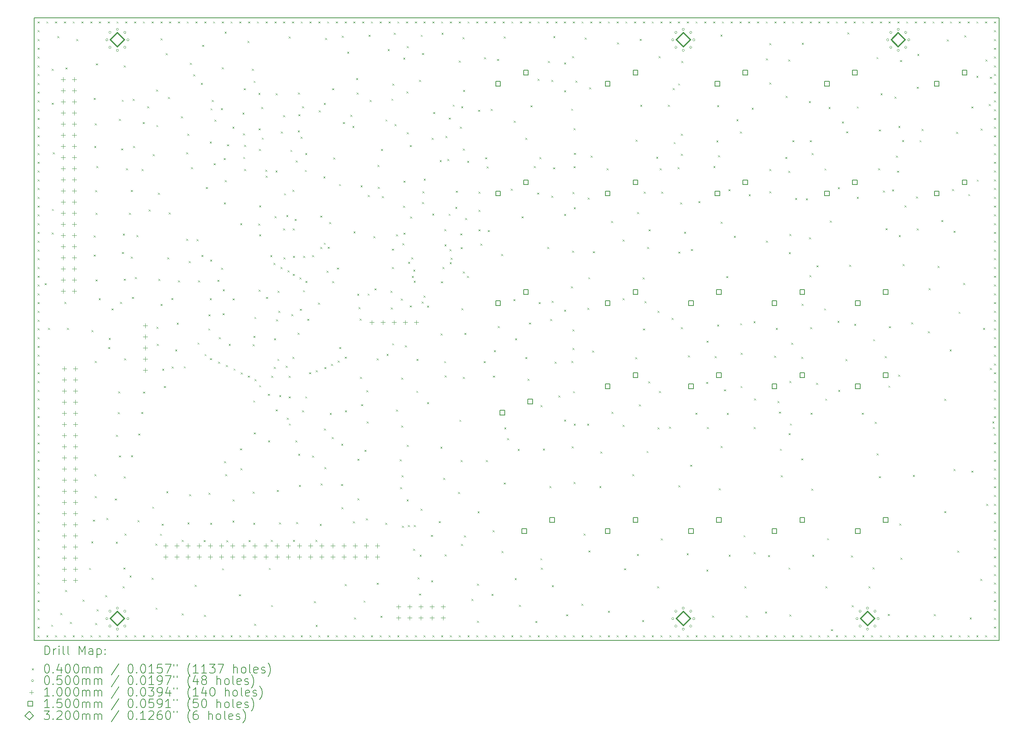
<source format=gbr>
%FSLAX45Y45*%
G04 Gerber Fmt 4.5, Leading zero omitted, Abs format (unit mm)*
G04 Created by KiCad (PCBNEW (6.0.0)) date 2023-05-12 18:24:34*
%MOMM*%
%LPD*%
G01*
G04 APERTURE LIST*
%TA.AperFunction,Profile*%
%ADD10C,0.200000*%
%TD*%
%ADD11C,0.200000*%
%ADD12C,0.040000*%
%ADD13C,0.050000*%
%ADD14C,0.100000*%
%ADD15C,0.150000*%
%ADD16C,0.320000*%
G04 APERTURE END LIST*
D10*
X5000000Y-2300000D02*
X27000000Y-2300000D01*
X27000000Y-2300000D02*
X27000000Y-16500000D01*
X27000000Y-16500000D02*
X5000000Y-16500000D01*
X5000000Y-16500000D02*
X5000000Y-2300000D01*
D11*
D12*
X5080000Y-2380000D02*
X5120000Y-2420000D01*
X5120000Y-2380000D02*
X5080000Y-2420000D01*
X5080000Y-2580000D02*
X5120000Y-2620000D01*
X5120000Y-2580000D02*
X5080000Y-2620000D01*
X5080000Y-2780000D02*
X5120000Y-2820000D01*
X5120000Y-2780000D02*
X5080000Y-2820000D01*
X5080000Y-2980000D02*
X5120000Y-3020000D01*
X5120000Y-2980000D02*
X5080000Y-3020000D01*
X5080000Y-3180000D02*
X5120000Y-3220000D01*
X5120000Y-3180000D02*
X5080000Y-3220000D01*
X5080000Y-3380000D02*
X5120000Y-3420000D01*
X5120000Y-3380000D02*
X5080000Y-3420000D01*
X5080000Y-3580000D02*
X5120000Y-3620000D01*
X5120000Y-3580000D02*
X5080000Y-3620000D01*
X5080000Y-3780000D02*
X5120000Y-3820000D01*
X5120000Y-3780000D02*
X5080000Y-3820000D01*
X5080000Y-3980000D02*
X5120000Y-4020000D01*
X5120000Y-3980000D02*
X5080000Y-4020000D01*
X5080000Y-4180000D02*
X5120000Y-4220000D01*
X5120000Y-4180000D02*
X5080000Y-4220000D01*
X5080000Y-4380000D02*
X5120000Y-4420000D01*
X5120000Y-4380000D02*
X5080000Y-4420000D01*
X5080000Y-4580000D02*
X5120000Y-4620000D01*
X5120000Y-4580000D02*
X5080000Y-4620000D01*
X5080000Y-4780000D02*
X5120000Y-4820000D01*
X5120000Y-4780000D02*
X5080000Y-4820000D01*
X5080000Y-4980000D02*
X5120000Y-5020000D01*
X5120000Y-4980000D02*
X5080000Y-5020000D01*
X5080000Y-5180000D02*
X5120000Y-5220000D01*
X5120000Y-5180000D02*
X5080000Y-5220000D01*
X5080000Y-5380000D02*
X5120000Y-5420000D01*
X5120000Y-5380000D02*
X5080000Y-5420000D01*
X5080000Y-5580000D02*
X5120000Y-5620000D01*
X5120000Y-5580000D02*
X5080000Y-5620000D01*
X5080000Y-5780000D02*
X5120000Y-5820000D01*
X5120000Y-5780000D02*
X5080000Y-5820000D01*
X5080000Y-5980000D02*
X5120000Y-6020000D01*
X5120000Y-5980000D02*
X5080000Y-6020000D01*
X5080000Y-6180000D02*
X5120000Y-6220000D01*
X5120000Y-6180000D02*
X5080000Y-6220000D01*
X5080000Y-6380000D02*
X5120000Y-6420000D01*
X5120000Y-6380000D02*
X5080000Y-6420000D01*
X5080000Y-6580000D02*
X5120000Y-6620000D01*
X5120000Y-6580000D02*
X5080000Y-6620000D01*
X5080000Y-6780000D02*
X5120000Y-6820000D01*
X5120000Y-6780000D02*
X5080000Y-6820000D01*
X5080000Y-6980000D02*
X5120000Y-7020000D01*
X5120000Y-6980000D02*
X5080000Y-7020000D01*
X5080000Y-7180000D02*
X5120000Y-7220000D01*
X5120000Y-7180000D02*
X5080000Y-7220000D01*
X5080000Y-7380000D02*
X5120000Y-7420000D01*
X5120000Y-7380000D02*
X5080000Y-7420000D01*
X5080000Y-7580000D02*
X5120000Y-7620000D01*
X5120000Y-7580000D02*
X5080000Y-7620000D01*
X5080000Y-7780000D02*
X5120000Y-7820000D01*
X5120000Y-7780000D02*
X5080000Y-7820000D01*
X5080000Y-7980000D02*
X5120000Y-8020000D01*
X5120000Y-7980000D02*
X5080000Y-8020000D01*
X5080000Y-8180000D02*
X5120000Y-8220000D01*
X5120000Y-8180000D02*
X5080000Y-8220000D01*
X5080000Y-8380000D02*
X5120000Y-8420000D01*
X5120000Y-8380000D02*
X5080000Y-8420000D01*
X5080000Y-8580000D02*
X5120000Y-8620000D01*
X5120000Y-8580000D02*
X5080000Y-8620000D01*
X5080000Y-8780000D02*
X5120000Y-8820000D01*
X5120000Y-8780000D02*
X5080000Y-8820000D01*
X5080000Y-8980000D02*
X5120000Y-9020000D01*
X5120000Y-8980000D02*
X5080000Y-9020000D01*
X5080000Y-9180000D02*
X5120000Y-9220000D01*
X5120000Y-9180000D02*
X5080000Y-9220000D01*
X5080000Y-9380000D02*
X5120000Y-9420000D01*
X5120000Y-9380000D02*
X5080000Y-9420000D01*
X5080000Y-9580000D02*
X5120000Y-9620000D01*
X5120000Y-9580000D02*
X5080000Y-9620000D01*
X5080000Y-9780000D02*
X5120000Y-9820000D01*
X5120000Y-9780000D02*
X5080000Y-9820000D01*
X5080000Y-9980000D02*
X5120000Y-10020000D01*
X5120000Y-9980000D02*
X5080000Y-10020000D01*
X5080000Y-10180000D02*
X5120000Y-10220000D01*
X5120000Y-10180000D02*
X5080000Y-10220000D01*
X5080000Y-10380000D02*
X5120000Y-10420000D01*
X5120000Y-10380000D02*
X5080000Y-10420000D01*
X5080000Y-10580000D02*
X5120000Y-10620000D01*
X5120000Y-10580000D02*
X5080000Y-10620000D01*
X5080000Y-10780000D02*
X5120000Y-10820000D01*
X5120000Y-10780000D02*
X5080000Y-10820000D01*
X5080000Y-10980000D02*
X5120000Y-11020000D01*
X5120000Y-10980000D02*
X5080000Y-11020000D01*
X5080000Y-11180000D02*
X5120000Y-11220000D01*
X5120000Y-11180000D02*
X5080000Y-11220000D01*
X5080000Y-11380000D02*
X5120000Y-11420000D01*
X5120000Y-11380000D02*
X5080000Y-11420000D01*
X5080000Y-11580000D02*
X5120000Y-11620000D01*
X5120000Y-11580000D02*
X5080000Y-11620000D01*
X5080000Y-11780000D02*
X5120000Y-11820000D01*
X5120000Y-11780000D02*
X5080000Y-11820000D01*
X5080000Y-11980000D02*
X5120000Y-12020000D01*
X5120000Y-11980000D02*
X5080000Y-12020000D01*
X5080000Y-12180000D02*
X5120000Y-12220000D01*
X5120000Y-12180000D02*
X5080000Y-12220000D01*
X5080000Y-12380000D02*
X5120000Y-12420000D01*
X5120000Y-12380000D02*
X5080000Y-12420000D01*
X5080000Y-12580000D02*
X5120000Y-12620000D01*
X5120000Y-12580000D02*
X5080000Y-12620000D01*
X5080000Y-12780000D02*
X5120000Y-12820000D01*
X5120000Y-12780000D02*
X5080000Y-12820000D01*
X5080000Y-12980000D02*
X5120000Y-13020000D01*
X5120000Y-12980000D02*
X5080000Y-13020000D01*
X5080000Y-13180000D02*
X5120000Y-13220000D01*
X5120000Y-13180000D02*
X5080000Y-13220000D01*
X5080000Y-13380000D02*
X5120000Y-13420000D01*
X5120000Y-13380000D02*
X5080000Y-13420000D01*
X5080000Y-13580000D02*
X5120000Y-13620000D01*
X5120000Y-13580000D02*
X5080000Y-13620000D01*
X5080000Y-13780000D02*
X5120000Y-13820000D01*
X5120000Y-13780000D02*
X5080000Y-13820000D01*
X5080000Y-13980000D02*
X5120000Y-14020000D01*
X5120000Y-13980000D02*
X5080000Y-14020000D01*
X5080000Y-14180000D02*
X5120000Y-14220000D01*
X5120000Y-14180000D02*
X5080000Y-14220000D01*
X5080000Y-14380000D02*
X5120000Y-14420000D01*
X5120000Y-14380000D02*
X5080000Y-14420000D01*
X5080000Y-14580000D02*
X5120000Y-14620000D01*
X5120000Y-14580000D02*
X5080000Y-14620000D01*
X5080000Y-14780000D02*
X5120000Y-14820000D01*
X5120000Y-14780000D02*
X5080000Y-14820000D01*
X5080000Y-14980000D02*
X5120000Y-15020000D01*
X5120000Y-14980000D02*
X5080000Y-15020000D01*
X5080000Y-15180000D02*
X5120000Y-15220000D01*
X5120000Y-15180000D02*
X5080000Y-15220000D01*
X5080000Y-15380000D02*
X5120000Y-15420000D01*
X5120000Y-15380000D02*
X5080000Y-15420000D01*
X5080000Y-15580000D02*
X5120000Y-15620000D01*
X5120000Y-15580000D02*
X5080000Y-15620000D01*
X5080000Y-15780000D02*
X5120000Y-15820000D01*
X5120000Y-15780000D02*
X5080000Y-15820000D01*
X5080000Y-15980000D02*
X5120000Y-16020000D01*
X5120000Y-15980000D02*
X5080000Y-16020000D01*
X5080000Y-16180000D02*
X5120000Y-16220000D01*
X5120000Y-16180000D02*
X5080000Y-16220000D01*
X5080000Y-16380000D02*
X5120000Y-16420000D01*
X5120000Y-16380000D02*
X5080000Y-16420000D01*
X5243000Y-8349700D02*
X5283000Y-8389700D01*
X5283000Y-8349700D02*
X5243000Y-8389700D01*
X5280000Y-2380000D02*
X5320000Y-2420000D01*
X5320000Y-2380000D02*
X5280000Y-2420000D01*
X5280000Y-16380000D02*
X5320000Y-16420000D01*
X5320000Y-16380000D02*
X5280000Y-16420000D01*
X5317200Y-9369400D02*
X5357200Y-9409400D01*
X5357200Y-9369400D02*
X5317200Y-9409400D01*
X5389300Y-16138700D02*
X5429300Y-16178700D01*
X5429300Y-16138700D02*
X5389300Y-16178700D01*
X5399200Y-4233200D02*
X5439200Y-4273200D01*
X5439200Y-4233200D02*
X5399200Y-4273200D01*
X5400600Y-7193400D02*
X5440600Y-7233400D01*
X5440600Y-7193400D02*
X5400600Y-7233400D01*
X5400800Y-3462000D02*
X5440800Y-3502000D01*
X5440800Y-3462000D02*
X5400800Y-3502000D01*
X5407000Y-6655600D02*
X5447000Y-6695600D01*
X5447000Y-6655600D02*
X5407000Y-6695600D01*
X5428300Y-5365900D02*
X5468300Y-5405900D01*
X5468300Y-5365900D02*
X5428300Y-5405900D01*
X5480000Y-2380000D02*
X5520000Y-2420000D01*
X5520000Y-2380000D02*
X5480000Y-2420000D01*
X5480000Y-16380000D02*
X5520000Y-16420000D01*
X5520000Y-16380000D02*
X5480000Y-16420000D01*
X5529600Y-2715000D02*
X5569600Y-2755000D01*
X5569600Y-2715000D02*
X5529600Y-2755000D01*
X5595800Y-15874100D02*
X5635800Y-15914100D01*
X5635800Y-15874100D02*
X5595800Y-15914100D01*
X5680000Y-2380000D02*
X5720000Y-2420000D01*
X5720000Y-2380000D02*
X5680000Y-2420000D01*
X5680000Y-16380000D02*
X5720000Y-16420000D01*
X5720000Y-16380000D02*
X5680000Y-16420000D01*
X5691600Y-8775700D02*
X5731600Y-8815700D01*
X5731600Y-8775700D02*
X5691600Y-8815700D01*
X5705500Y-15347000D02*
X5745500Y-15387000D01*
X5745500Y-15347000D02*
X5705500Y-15387000D01*
X5714900Y-3429800D02*
X5754900Y-3469800D01*
X5754900Y-3429800D02*
X5714900Y-3469800D01*
X5749600Y-9369400D02*
X5789600Y-9409400D01*
X5789600Y-9369400D02*
X5749600Y-9409400D01*
X5815300Y-16076300D02*
X5855300Y-16116300D01*
X5855300Y-16076300D02*
X5815300Y-16116300D01*
X5880000Y-2380000D02*
X5920000Y-2420000D01*
X5920000Y-2380000D02*
X5880000Y-2420000D01*
X5880000Y-16380000D02*
X5920000Y-16420000D01*
X5920000Y-16380000D02*
X5880000Y-16420000D01*
X5962000Y-2781700D02*
X6002000Y-2821700D01*
X6002000Y-2781700D02*
X5962000Y-2821700D01*
X6080000Y-2380000D02*
X6120000Y-2420000D01*
X6120000Y-2380000D02*
X6080000Y-2420000D01*
X6080000Y-16380000D02*
X6120000Y-16420000D01*
X6120000Y-16380000D02*
X6080000Y-16420000D01*
X6103500Y-15564300D02*
X6143500Y-15604300D01*
X6143500Y-15564300D02*
X6103500Y-15604300D01*
X6254000Y-14843100D02*
X6294000Y-14883100D01*
X6294000Y-14843100D02*
X6254000Y-14883100D01*
X6280000Y-2380000D02*
X6320000Y-2420000D01*
X6320000Y-2380000D02*
X6280000Y-2420000D01*
X6280000Y-16380000D02*
X6320000Y-16420000D01*
X6320000Y-16380000D02*
X6280000Y-16420000D01*
X6303500Y-14239200D02*
X6343500Y-14279200D01*
X6343500Y-14239200D02*
X6303500Y-14279200D01*
X6307000Y-9418200D02*
X6347000Y-9458200D01*
X6347000Y-9418200D02*
X6307000Y-9458200D01*
X6339100Y-13741300D02*
X6379100Y-13781300D01*
X6379100Y-13741300D02*
X6339100Y-13781300D01*
X6356400Y-7696100D02*
X6396400Y-7736100D01*
X6396400Y-7696100D02*
X6356400Y-7736100D01*
X6358100Y-7262100D02*
X6398100Y-7302100D01*
X6398100Y-7262100D02*
X6358100Y-7302100D01*
X6358300Y-4123400D02*
X6398300Y-4163400D01*
X6398300Y-4123400D02*
X6358300Y-4163400D01*
X6372800Y-5222200D02*
X6412800Y-5262200D01*
X6412800Y-5222200D02*
X6372800Y-5262200D01*
X6374600Y-12702200D02*
X6414600Y-12742200D01*
X6414600Y-12702200D02*
X6374600Y-12742200D01*
X6382500Y-4704300D02*
X6422500Y-4744300D01*
X6422500Y-4704300D02*
X6382500Y-4744300D01*
X6384300Y-13205600D02*
X6424300Y-13245600D01*
X6424300Y-13205600D02*
X6384300Y-13245600D01*
X6384500Y-10124900D02*
X6424500Y-10164900D01*
X6424500Y-10124900D02*
X6384500Y-10164900D01*
X6391800Y-16100000D02*
X6431800Y-16140000D01*
X6431800Y-16100000D02*
X6391800Y-16140000D01*
X6393600Y-6226200D02*
X6433600Y-6266200D01*
X6433600Y-6226200D02*
X6393600Y-6266200D01*
X6398300Y-8264000D02*
X6438300Y-8304000D01*
X6438300Y-8264000D02*
X6398300Y-8304000D01*
X6400100Y-6742500D02*
X6440100Y-6782500D01*
X6440100Y-6742500D02*
X6400100Y-6782500D01*
X6411600Y-3336700D02*
X6451600Y-3376700D01*
X6451600Y-3336700D02*
X6411600Y-3376700D01*
X6420500Y-5678800D02*
X6460500Y-5718800D01*
X6460500Y-5678800D02*
X6420500Y-5718800D01*
X6424100Y-15783700D02*
X6464100Y-15823700D01*
X6464100Y-15783700D02*
X6424100Y-15823700D01*
X6472900Y-8694400D02*
X6512900Y-8734400D01*
X6512900Y-8694400D02*
X6472900Y-8734400D01*
X6480000Y-2380000D02*
X6520000Y-2420000D01*
X6520000Y-2380000D02*
X6480000Y-2420000D01*
X6480000Y-16380000D02*
X6520000Y-16420000D01*
X6520000Y-16380000D02*
X6480000Y-16420000D01*
X6619800Y-15467500D02*
X6659800Y-15507500D01*
X6659800Y-15467500D02*
X6619800Y-15507500D01*
X6644600Y-13706800D02*
X6684600Y-13746800D01*
X6684600Y-13706800D02*
X6644600Y-13746800D01*
X6680000Y-2380000D02*
X6720000Y-2420000D01*
X6720000Y-2380000D02*
X6680000Y-2420000D01*
X6680000Y-16380000D02*
X6720000Y-16420000D01*
X6720000Y-16380000D02*
X6680000Y-16420000D01*
X6687800Y-9805500D02*
X6727800Y-9845500D01*
X6727800Y-9805500D02*
X6687800Y-9845500D01*
X6700700Y-9595700D02*
X6740700Y-9635700D01*
X6740700Y-9595700D02*
X6700700Y-9635700D01*
X6765500Y-8924600D02*
X6805500Y-8964600D01*
X6805500Y-8924600D02*
X6765500Y-8964600D01*
X6839300Y-13260500D02*
X6879300Y-13300500D01*
X6879300Y-13260500D02*
X6839300Y-13300500D01*
X6862800Y-14242900D02*
X6902800Y-14282900D01*
X6902800Y-14242900D02*
X6862800Y-14282900D01*
X6868800Y-11806700D02*
X6908800Y-11846700D01*
X6908800Y-11806700D02*
X6868800Y-11846700D01*
X6880000Y-2380000D02*
X6920000Y-2420000D01*
X6920000Y-2380000D02*
X6880000Y-2420000D01*
X6880000Y-16380000D02*
X6920000Y-16420000D01*
X6920000Y-16380000D02*
X6880000Y-16420000D01*
X6910700Y-11293600D02*
X6950700Y-11333600D01*
X6950700Y-11293600D02*
X6910700Y-11333600D01*
X6917200Y-10814400D02*
X6957200Y-10854400D01*
X6957200Y-10814400D02*
X6917200Y-10854400D01*
X6933300Y-12277800D02*
X6973300Y-12317800D01*
X6973300Y-12277800D02*
X6933300Y-12317800D01*
X6934300Y-4602600D02*
X6974300Y-4642600D01*
X6974300Y-4602600D02*
X6934300Y-4642600D01*
X6959800Y-8775500D02*
X6999800Y-8815500D01*
X6999800Y-8775500D02*
X6959800Y-8815500D01*
X6982700Y-5275400D02*
X7022700Y-5315400D01*
X7022700Y-5275400D02*
X6982700Y-5315400D01*
X6997200Y-4167000D02*
X7037200Y-4207000D01*
X7037200Y-4167000D02*
X6997200Y-4207000D01*
X7005000Y-7638000D02*
X7045000Y-7678000D01*
X7045000Y-7638000D02*
X7005000Y-7678000D01*
X7017700Y-15260800D02*
X7057700Y-15300800D01*
X7057700Y-15260800D02*
X7017700Y-15300800D01*
X7024400Y-7218500D02*
X7064400Y-7258500D01*
X7064400Y-7218500D02*
X7024400Y-7258500D01*
X7039300Y-14835000D02*
X7079300Y-14875000D01*
X7079300Y-14835000D02*
X7039300Y-14875000D01*
X7041900Y-3383900D02*
X7081900Y-3423900D01*
X7081900Y-3383900D02*
X7041900Y-3423900D01*
X7043700Y-8247900D02*
X7083700Y-8287900D01*
X7083700Y-8247900D02*
X7043700Y-8287900D01*
X7045800Y-12757100D02*
X7085800Y-12797100D01*
X7085800Y-12757100D02*
X7045800Y-12797100D01*
X7055700Y-10063600D02*
X7095700Y-10103600D01*
X7095700Y-10063600D02*
X7055700Y-10103600D01*
X7059600Y-14062200D02*
X7099600Y-14102200D01*
X7099600Y-14062200D02*
X7059600Y-14102200D01*
X7080000Y-2380000D02*
X7120000Y-2420000D01*
X7120000Y-2380000D02*
X7080000Y-2420000D01*
X7080000Y-16380000D02*
X7120000Y-16420000D01*
X7120000Y-16380000D02*
X7080000Y-16420000D01*
X7095400Y-5729300D02*
X7135400Y-5769300D01*
X7135400Y-5729300D02*
X7095400Y-5769300D01*
X7166300Y-6747300D02*
X7206300Y-6787300D01*
X7206300Y-6747300D02*
X7166300Y-6787300D01*
X7177000Y-15015700D02*
X7217000Y-15055700D01*
X7217000Y-15015700D02*
X7177000Y-15055700D01*
X7205100Y-6223000D02*
X7245100Y-6263000D01*
X7245100Y-6223000D02*
X7205100Y-6263000D01*
X7205100Y-7744500D02*
X7245100Y-7784500D01*
X7245100Y-7744500D02*
X7205100Y-7784500D01*
X7210800Y-12274600D02*
X7250800Y-12314600D01*
X7250800Y-12274600D02*
X7210800Y-12314600D01*
X7228000Y-8662100D02*
X7268000Y-8702100D01*
X7268000Y-8662100D02*
X7228000Y-8702100D01*
X7248900Y-4142800D02*
X7288900Y-4182800D01*
X7288900Y-4142800D02*
X7248900Y-4182800D01*
X7258600Y-5222200D02*
X7298600Y-5262200D01*
X7298600Y-5222200D02*
X7258600Y-5262200D01*
X7280000Y-2380000D02*
X7320000Y-2420000D01*
X7320000Y-2380000D02*
X7280000Y-2420000D01*
X7280000Y-16380000D02*
X7320000Y-16420000D01*
X7320000Y-16380000D02*
X7280000Y-16420000D01*
X7298600Y-8209100D02*
X7338600Y-8249100D01*
X7338600Y-8209100D02*
X7298600Y-8249100D01*
X7330900Y-7250700D02*
X7370900Y-7290700D01*
X7370900Y-7250700D02*
X7330900Y-7290700D01*
X7360700Y-13754500D02*
X7400700Y-13794500D01*
X7400700Y-13754500D02*
X7360700Y-13794500D01*
X7376200Y-11778400D02*
X7416200Y-11818400D01*
X7416200Y-11778400D02*
X7376200Y-11818400D01*
X7442400Y-11286300D02*
X7482400Y-11326300D01*
X7482400Y-11286300D02*
X7442400Y-11326300D01*
X7453500Y-5745400D02*
X7493500Y-5785400D01*
X7493500Y-5745400D02*
X7453500Y-5785400D01*
X7476400Y-4675200D02*
X7516400Y-4715200D01*
X7516400Y-4675200D02*
X7476400Y-4715200D01*
X7480000Y-2380000D02*
X7520000Y-2420000D01*
X7520000Y-2380000D02*
X7480000Y-2420000D01*
X7480000Y-16380000D02*
X7520000Y-16420000D01*
X7520000Y-16380000D02*
X7480000Y-16420000D01*
X7484300Y-10821600D02*
X7524300Y-10861600D01*
X7524300Y-10821600D02*
X7484300Y-10861600D01*
X7578100Y-4312200D02*
X7618100Y-4352200D01*
X7618100Y-4312200D02*
X7578100Y-4352200D01*
X7611700Y-6669900D02*
X7651700Y-6709900D01*
X7651700Y-6669900D02*
X7611700Y-6709900D01*
X7676800Y-15065800D02*
X7716800Y-15105800D01*
X7716800Y-15065800D02*
X7676800Y-15105800D01*
X7680000Y-2380000D02*
X7720000Y-2420000D01*
X7720000Y-2380000D02*
X7680000Y-2420000D01*
X7680000Y-16380000D02*
X7720000Y-16420000D01*
X7720000Y-16380000D02*
X7680000Y-16420000D01*
X7692000Y-13444800D02*
X7732000Y-13484800D01*
X7732000Y-13444800D02*
X7692000Y-13484800D01*
X7703900Y-5406100D02*
X7743900Y-5446100D01*
X7743900Y-5406100D02*
X7703900Y-5446100D01*
X7762900Y-14289200D02*
X7802900Y-14329200D01*
X7802900Y-14289200D02*
X7762900Y-14329200D01*
X7769300Y-15747800D02*
X7809300Y-15787800D01*
X7809300Y-15747800D02*
X7769300Y-15787800D01*
X7781400Y-3933800D02*
X7821400Y-3973800D01*
X7821400Y-3933800D02*
X7781400Y-3973800D01*
X7786200Y-4743000D02*
X7826200Y-4783000D01*
X7826200Y-4743000D02*
X7786200Y-4783000D01*
X7792700Y-9346300D02*
X7832700Y-9386300D01*
X7832700Y-9346300D02*
X7792700Y-9386300D01*
X7795600Y-9733900D02*
X7835600Y-9773900D01*
X7835600Y-9733900D02*
X7795600Y-9773900D01*
X7824600Y-6284300D02*
X7864600Y-6324300D01*
X7864600Y-6284300D02*
X7824600Y-6324300D01*
X7834300Y-8252700D02*
X7874300Y-8292700D01*
X7874300Y-8252700D02*
X7834300Y-8292700D01*
X7869200Y-14063300D02*
X7909200Y-14103300D01*
X7909200Y-14063300D02*
X7869200Y-14103300D01*
X7880000Y-2380000D02*
X7920000Y-2420000D01*
X7920000Y-2380000D02*
X7880000Y-2420000D01*
X7880000Y-16380000D02*
X7920000Y-16420000D01*
X7920000Y-16380000D02*
X7880000Y-16420000D01*
X7880900Y-2767600D02*
X7920900Y-2807600D01*
X7920900Y-2767600D02*
X7880900Y-2807600D01*
X7884000Y-8824000D02*
X7924000Y-8864000D01*
X7924000Y-8824000D02*
X7884000Y-8864000D01*
X7910700Y-13835300D02*
X7950700Y-13875300D01*
X7950700Y-13835300D02*
X7910700Y-13875300D01*
X7921500Y-10300200D02*
X7961500Y-10340200D01*
X7961500Y-10300200D02*
X7921500Y-10340200D01*
X7959500Y-10695000D02*
X7999500Y-10735000D01*
X7999500Y-10695000D02*
X7959500Y-10735000D01*
X8003500Y-3106400D02*
X8043500Y-3146400D01*
X8043500Y-3106400D02*
X8003500Y-3146400D01*
X8014700Y-13096300D02*
X8054700Y-13136300D01*
X8054700Y-13096300D02*
X8014700Y-13136300D01*
X8037600Y-7762300D02*
X8077600Y-7802300D01*
X8077600Y-7762300D02*
X8037600Y-7802300D01*
X8052400Y-4101600D02*
X8092400Y-4141600D01*
X8092400Y-4101600D02*
X8052400Y-4141600D01*
X8066700Y-6734400D02*
X8106700Y-6774400D01*
X8106700Y-6734400D02*
X8066700Y-6774400D01*
X8080000Y-2380000D02*
X8120000Y-2420000D01*
X8120000Y-2380000D02*
X8080000Y-2420000D01*
X8080000Y-16380000D02*
X8120000Y-16420000D01*
X8120000Y-16380000D02*
X8080000Y-16420000D01*
X8131200Y-8688400D02*
X8171200Y-8728400D01*
X8171200Y-8688400D02*
X8131200Y-8728400D01*
X8136200Y-10250400D02*
X8176200Y-10290400D01*
X8176200Y-10250400D02*
X8136200Y-10290400D01*
X8218400Y-9859700D02*
X8258400Y-9899700D01*
X8258400Y-9859700D02*
X8218400Y-9899700D01*
X8250900Y-9252700D02*
X8290900Y-9292700D01*
X8290900Y-9252700D02*
X8250900Y-9292700D01*
X8279700Y-8285000D02*
X8319700Y-8325000D01*
X8319700Y-8285000D02*
X8279700Y-8325000D01*
X8280000Y-2380000D02*
X8320000Y-2420000D01*
X8320000Y-2380000D02*
X8280000Y-2420000D01*
X8280000Y-16380000D02*
X8320000Y-16420000D01*
X8320000Y-16380000D02*
X8280000Y-16420000D01*
X8346100Y-4540500D02*
X8386100Y-4580500D01*
X8386100Y-4540500D02*
X8346100Y-4580500D01*
X8364700Y-15878500D02*
X8404700Y-15918500D01*
X8404700Y-15878500D02*
X8364700Y-15918500D01*
X8368400Y-14203500D02*
X8408400Y-14243500D01*
X8408400Y-14203500D02*
X8368400Y-14243500D01*
X8412000Y-10245400D02*
X8452000Y-10285400D01*
X8452000Y-10245400D02*
X8412000Y-10285400D01*
X8466800Y-7336300D02*
X8506800Y-7376300D01*
X8506800Y-7336300D02*
X8466800Y-7376300D01*
X8468700Y-5362600D02*
X8508700Y-5402600D01*
X8508700Y-5362600D02*
X8468700Y-5402600D01*
X8480000Y-2380000D02*
X8520000Y-2420000D01*
X8520000Y-2380000D02*
X8480000Y-2420000D01*
X8480000Y-16380000D02*
X8520000Y-16420000D01*
X8520000Y-16380000D02*
X8480000Y-16420000D01*
X8492900Y-4941500D02*
X8532900Y-4981500D01*
X8532900Y-4941500D02*
X8492900Y-4981500D01*
X8495900Y-13805200D02*
X8535900Y-13845200D01*
X8535900Y-13805200D02*
X8495900Y-13845200D01*
X8524900Y-7842900D02*
X8564900Y-7882900D01*
X8564900Y-7842900D02*
X8524900Y-7882900D01*
X8534200Y-13161100D02*
X8574200Y-13201100D01*
X8574200Y-13161100D02*
X8534200Y-13201100D01*
X8548800Y-3325900D02*
X8588800Y-3365900D01*
X8588800Y-3325900D02*
X8548800Y-3365900D01*
X8575200Y-5701400D02*
X8615200Y-5741400D01*
X8615200Y-5701400D02*
X8575200Y-5741400D01*
X8625400Y-3588700D02*
X8665400Y-3628700D01*
X8665400Y-3588700D02*
X8625400Y-3628700D01*
X8661600Y-15228300D02*
X8701600Y-15268300D01*
X8701600Y-15228300D02*
X8661600Y-15268300D01*
X8680000Y-2380000D02*
X8720000Y-2420000D01*
X8720000Y-2380000D02*
X8680000Y-2420000D01*
X8680000Y-16380000D02*
X8720000Y-16420000D01*
X8720000Y-16380000D02*
X8680000Y-16420000D01*
X8705600Y-7342800D02*
X8745600Y-7382800D01*
X8745600Y-7342800D02*
X8705600Y-7382800D01*
X8725300Y-9704500D02*
X8765300Y-9744500D01*
X8765300Y-9704500D02*
X8725300Y-9744500D01*
X8737900Y-8285000D02*
X8777900Y-8325000D01*
X8777900Y-8285000D02*
X8737900Y-8325000D01*
X8800500Y-3780800D02*
X8840500Y-3820800D01*
X8840500Y-3780800D02*
X8800500Y-3820800D01*
X8815300Y-7704200D02*
X8855300Y-7744200D01*
X8855300Y-7704200D02*
X8815300Y-7744200D01*
X8832800Y-2912800D02*
X8872800Y-2952800D01*
X8872800Y-2912800D02*
X8832800Y-2952800D01*
X8866800Y-14207200D02*
X8906800Y-14247200D01*
X8906800Y-14207200D02*
X8866800Y-14247200D01*
X8872900Y-15912400D02*
X8912900Y-15952400D01*
X8912900Y-15912400D02*
X8872900Y-15952400D01*
X8880000Y-2380000D02*
X8920000Y-2420000D01*
X8920000Y-2380000D02*
X8880000Y-2420000D01*
X8880000Y-16380000D02*
X8920000Y-16420000D01*
X8920000Y-16380000D02*
X8880000Y-16420000D01*
X8887000Y-9966000D02*
X8927000Y-10006000D01*
X8927000Y-9966000D02*
X8887000Y-10006000D01*
X8918900Y-6156400D02*
X8958900Y-6196400D01*
X8958900Y-6156400D02*
X8918900Y-6196400D01*
X8970200Y-9382200D02*
X9010200Y-9422200D01*
X9010200Y-9382200D02*
X8970200Y-9422200D01*
X8973000Y-9061000D02*
X9013000Y-9101000D01*
X9013000Y-9061000D02*
X8973000Y-9101000D01*
X8974700Y-13127200D02*
X9014700Y-13167200D01*
X9014700Y-13127200D02*
X8974700Y-13167200D01*
X9003800Y-5121700D02*
X9043800Y-5161700D01*
X9043800Y-5121700D02*
X9003800Y-5161700D01*
X9005700Y-8691600D02*
X9045700Y-8731600D01*
X9045700Y-8691600D02*
X9005700Y-8731600D01*
X9010000Y-10060000D02*
X9050000Y-10100000D01*
X9050000Y-10060000D02*
X9010000Y-10100000D01*
X9012200Y-7810700D02*
X9052200Y-7850700D01*
X9052200Y-7810700D02*
X9012200Y-7850700D01*
X9013400Y-13814500D02*
X9053400Y-13854500D01*
X9053400Y-13814500D02*
X9013400Y-13854500D01*
X9020600Y-4359900D02*
X9060600Y-4399900D01*
X9060600Y-4359900D02*
X9020600Y-4399900D01*
X9048300Y-4170400D02*
X9088300Y-4210400D01*
X9088300Y-4170400D02*
X9048300Y-4210400D01*
X9080000Y-2380000D02*
X9120000Y-2420000D01*
X9120000Y-2380000D02*
X9080000Y-2420000D01*
X9080000Y-16380000D02*
X9120000Y-16420000D01*
X9120000Y-16380000D02*
X9080000Y-16420000D01*
X9091000Y-5612900D02*
X9131000Y-5652900D01*
X9131000Y-5612900D02*
X9091000Y-5652900D01*
X9112100Y-4617600D02*
X9152100Y-4657600D01*
X9152100Y-4617600D02*
X9112100Y-4657600D01*
X9180000Y-8272100D02*
X9220000Y-8312100D01*
X9220000Y-8272100D02*
X9180000Y-8312100D01*
X9193000Y-10136950D02*
X9233000Y-10176950D01*
X9233000Y-10136950D02*
X9193000Y-10176950D01*
X9212800Y-9580200D02*
X9252800Y-9620200D01*
X9252800Y-9580200D02*
X9212800Y-9620200D01*
X9259800Y-4358000D02*
X9299800Y-4398000D01*
X9299800Y-4358000D02*
X9259800Y-4398000D01*
X9266000Y-7998000D02*
X9306000Y-8038000D01*
X9306000Y-7998000D02*
X9266000Y-8038000D01*
X9277200Y-3427300D02*
X9317200Y-3467300D01*
X9317200Y-3427300D02*
X9277200Y-3467300D01*
X9280000Y-2380000D02*
X9320000Y-2420000D01*
X9320000Y-2380000D02*
X9280000Y-2420000D01*
X9280000Y-16380000D02*
X9320000Y-16420000D01*
X9320000Y-16380000D02*
X9280000Y-16420000D01*
X9283100Y-14850600D02*
X9323100Y-14890600D01*
X9323100Y-14850600D02*
X9283100Y-14890600D01*
X9298800Y-9033800D02*
X9338800Y-9073800D01*
X9338800Y-9033800D02*
X9298800Y-9073800D01*
X9301000Y-8491000D02*
X9341000Y-8531000D01*
X9341000Y-8491000D02*
X9301000Y-8531000D01*
X9321100Y-5494600D02*
X9361100Y-5534600D01*
X9361100Y-5494600D02*
X9321100Y-5534600D01*
X9326000Y-6510000D02*
X9366000Y-6550000D01*
X9366000Y-6510000D02*
X9326000Y-6550000D01*
X9328000Y-12410800D02*
X9368000Y-12450800D01*
X9368000Y-12410800D02*
X9328000Y-12450800D01*
X9342700Y-2612700D02*
X9382700Y-2652700D01*
X9382700Y-2612700D02*
X9342700Y-2652700D01*
X9347000Y-6000100D02*
X9387000Y-6040100D01*
X9387000Y-6000100D02*
X9347000Y-6040100D01*
X9359000Y-12702000D02*
X9399000Y-12742000D01*
X9399000Y-12702000D02*
X9359000Y-12742000D01*
X9374000Y-10216950D02*
X9414000Y-10256950D01*
X9414000Y-10216950D02*
X9374000Y-10256950D01*
X9382500Y-14213700D02*
X9422500Y-14253700D01*
X9422500Y-14213700D02*
X9382500Y-14253700D01*
X9398200Y-5182700D02*
X9438200Y-5222700D01*
X9438200Y-5182700D02*
X9398200Y-5222700D01*
X9436500Y-9732900D02*
X9476500Y-9772900D01*
X9476500Y-9732900D02*
X9436500Y-9772900D01*
X9480000Y-2380000D02*
X9520000Y-2420000D01*
X9520000Y-2380000D02*
X9480000Y-2420000D01*
X9480000Y-16380000D02*
X9520000Y-16420000D01*
X9520000Y-16380000D02*
X9480000Y-16420000D01*
X9521700Y-13766100D02*
X9561700Y-13806100D01*
X9561700Y-13766100D02*
X9521700Y-13806100D01*
X9522300Y-4782500D02*
X9562300Y-4822500D01*
X9562300Y-4782500D02*
X9522300Y-4822500D01*
X9526500Y-13282100D02*
X9566500Y-13322100D01*
X9566500Y-13282100D02*
X9526500Y-13322100D01*
X9528500Y-8694800D02*
X9568500Y-8734800D01*
X9568500Y-8694800D02*
X9528500Y-8734800D01*
X9547000Y-10296950D02*
X9587000Y-10336950D01*
X9587000Y-10296950D02*
X9547000Y-10336950D01*
X9671600Y-15442900D02*
X9711600Y-15482900D01*
X9711600Y-15442900D02*
X9671600Y-15482900D01*
X9680000Y-2380000D02*
X9720000Y-2420000D01*
X9720000Y-2380000D02*
X9680000Y-2420000D01*
X9680000Y-16380000D02*
X9720000Y-16420000D01*
X9720000Y-16380000D02*
X9680000Y-16420000D01*
X9695900Y-12115600D02*
X9735900Y-12155600D01*
X9735900Y-12115600D02*
X9695900Y-12155600D01*
X9700000Y-6980000D02*
X9740000Y-7020000D01*
X9740000Y-6980000D02*
X9700000Y-7020000D01*
X9700800Y-12570600D02*
X9740800Y-12610600D01*
X9740800Y-12570600D02*
X9700800Y-12610600D01*
X9712000Y-10382000D02*
X9752000Y-10422000D01*
X9752000Y-10382000D02*
X9712000Y-10422000D01*
X9749900Y-4459900D02*
X9789900Y-4499900D01*
X9789900Y-4459900D02*
X9749900Y-4499900D01*
X9765000Y-4932500D02*
X9805000Y-4972500D01*
X9805000Y-4932500D02*
X9765000Y-4972500D01*
X9766000Y-5469900D02*
X9806000Y-5509900D01*
X9806000Y-5469900D02*
X9766000Y-5509900D01*
X9777600Y-3902600D02*
X9817600Y-3942600D01*
X9817600Y-3902600D02*
X9777600Y-3942600D01*
X9785400Y-5195600D02*
X9825400Y-5235600D01*
X9825400Y-5195600D02*
X9785400Y-5235600D01*
X9787500Y-5742500D02*
X9827500Y-5782500D01*
X9827500Y-5742500D02*
X9787500Y-5782500D01*
X9864700Y-2822400D02*
X9904700Y-2862400D01*
X9904700Y-2822400D02*
X9864700Y-2862400D01*
X9873000Y-10456950D02*
X9913000Y-10496950D01*
X9913000Y-10456950D02*
X9873000Y-10496950D01*
X9880000Y-2380000D02*
X9920000Y-2420000D01*
X9920000Y-2380000D02*
X9880000Y-2420000D01*
X9880000Y-16380000D02*
X9920000Y-16420000D01*
X9920000Y-16380000D02*
X9880000Y-16420000D01*
X9891200Y-14206500D02*
X9931200Y-14246500D01*
X9931200Y-14206500D02*
X9891200Y-14246500D01*
X9964800Y-3457300D02*
X10004800Y-3497300D01*
X10004800Y-3457300D02*
X9964800Y-3497300D01*
X9980800Y-9739400D02*
X10020800Y-9779400D01*
X10020800Y-9739400D02*
X9980800Y-9779400D01*
X9981600Y-13103000D02*
X10021600Y-13143000D01*
X10021600Y-13103000D02*
X9981600Y-13143000D01*
X9996100Y-13814600D02*
X10036100Y-13854600D01*
X10036100Y-13814600D02*
X9996100Y-13854600D01*
X9996500Y-11023300D02*
X10036500Y-11063300D01*
X10036500Y-11023300D02*
X9996500Y-11063300D01*
X10002300Y-9550100D02*
X10042300Y-9590100D01*
X10042300Y-9550100D02*
X10002300Y-9590100D01*
X10003500Y-3734800D02*
X10043500Y-3774800D01*
X10043500Y-3734800D02*
X10003500Y-3774800D01*
X10005700Y-11752500D02*
X10045700Y-11792500D01*
X10045700Y-11752500D02*
X10005700Y-11792500D01*
X10015200Y-16115700D02*
X10055200Y-16155700D01*
X10055200Y-16115700D02*
X10015200Y-16155700D01*
X10021700Y-9119800D02*
X10061700Y-9159800D01*
X10061700Y-9119800D02*
X10021700Y-9159800D01*
X10026000Y-10536950D02*
X10066000Y-10576950D01*
X10066000Y-10536950D02*
X10026000Y-10576950D01*
X10080000Y-2380000D02*
X10120000Y-2420000D01*
X10120000Y-2380000D02*
X10080000Y-2420000D01*
X10080000Y-16380000D02*
X10120000Y-16420000D01*
X10120000Y-16380000D02*
X10080000Y-16420000D01*
X10107000Y-6992000D02*
X10147000Y-7032000D01*
X10147000Y-6992000D02*
X10107000Y-7032000D01*
X10114300Y-4011500D02*
X10154300Y-4051500D01*
X10154300Y-4011500D02*
X10114300Y-4051500D01*
X10120000Y-4817500D02*
X10160000Y-4857500D01*
X10160000Y-4817500D02*
X10120000Y-4857500D01*
X10121100Y-8497500D02*
X10161100Y-8537500D01*
X10161100Y-8497500D02*
X10121100Y-8537500D01*
X10126100Y-5285100D02*
X10166100Y-5325100D01*
X10166100Y-5285100D02*
X10126100Y-5325100D01*
X10130000Y-6575000D02*
X10170000Y-6615000D01*
X10170000Y-6575000D02*
X10130000Y-6615000D01*
X10130200Y-7234600D02*
X10170200Y-7274600D01*
X10170200Y-7234600D02*
X10130200Y-7274600D01*
X10132000Y-10676000D02*
X10172000Y-10716000D01*
X10172000Y-10676000D02*
X10132000Y-10716000D01*
X10179200Y-4332500D02*
X10219200Y-4372500D01*
X10219200Y-4332500D02*
X10179200Y-4372500D01*
X10190700Y-5029100D02*
X10230700Y-5069100D01*
X10230700Y-5029100D02*
X10190700Y-5069100D01*
X10267700Y-5759200D02*
X10307700Y-5799200D01*
X10307700Y-5759200D02*
X10267700Y-5799200D01*
X10280000Y-2380000D02*
X10320000Y-2420000D01*
X10320000Y-2380000D02*
X10280000Y-2420000D01*
X10280000Y-16380000D02*
X10320000Y-16420000D01*
X10320000Y-16380000D02*
X10280000Y-16420000D01*
X10281700Y-5898500D02*
X10321700Y-5938500D01*
X10321700Y-5898500D02*
X10281700Y-5938500D01*
X10288900Y-8662100D02*
X10328900Y-8702100D01*
X10328900Y-8662100D02*
X10288900Y-8702100D01*
X10331000Y-10872000D02*
X10371000Y-10912000D01*
X10371000Y-10872000D02*
X10331000Y-10912000D01*
X10334800Y-11936500D02*
X10374800Y-11976500D01*
X10374800Y-11936500D02*
X10334800Y-11976500D01*
X10350400Y-14843300D02*
X10390400Y-14883300D01*
X10390400Y-14843300D02*
X10350400Y-14883300D01*
X10385000Y-7708500D02*
X10425000Y-7748500D01*
X10425000Y-7708500D02*
X10385000Y-7748500D01*
X10397000Y-14204500D02*
X10437000Y-14244500D01*
X10437000Y-14204500D02*
X10397000Y-14244500D01*
X10402500Y-15689800D02*
X10442500Y-15729800D01*
X10442500Y-15689800D02*
X10402500Y-15729800D01*
X10404500Y-10459500D02*
X10444500Y-10499500D01*
X10444500Y-10459500D02*
X10404500Y-10499500D01*
X10458000Y-7890000D02*
X10498000Y-7930000D01*
X10498000Y-7890000D02*
X10458000Y-7930000D01*
X10464800Y-10259400D02*
X10504800Y-10299400D01*
X10504800Y-10259400D02*
X10464800Y-10299400D01*
X10470000Y-9606000D02*
X10510000Y-9646000D01*
X10510000Y-9606000D02*
X10470000Y-9646000D01*
X10480000Y-2380000D02*
X10520000Y-2420000D01*
X10520000Y-2380000D02*
X10480000Y-2420000D01*
X10480000Y-16380000D02*
X10520000Y-16420000D01*
X10520000Y-16380000D02*
X10480000Y-16420000D01*
X10480900Y-6822000D02*
X10520900Y-6862000D01*
X10520900Y-6822000D02*
X10480900Y-6862000D01*
X10504400Y-5776400D02*
X10544400Y-5816400D01*
X10544400Y-5776400D02*
X10504400Y-5816400D01*
X10504700Y-11226600D02*
X10544700Y-11266600D01*
X10544700Y-11226600D02*
X10504700Y-11266600D01*
X10507500Y-4017500D02*
X10547500Y-4057500D01*
X10547500Y-4017500D02*
X10507500Y-4057500D01*
X10514300Y-9173600D02*
X10554300Y-9213600D01*
X10554300Y-9173600D02*
X10514300Y-9213600D01*
X10533400Y-13064300D02*
X10573400Y-13104300D01*
X10573400Y-13064300D02*
X10533400Y-13104300D01*
X10546500Y-10076500D02*
X10586500Y-10116500D01*
X10586500Y-10076500D02*
X10546500Y-10116500D01*
X10550300Y-8520100D02*
X10590300Y-8560100D01*
X10590300Y-8520100D02*
X10550300Y-8560100D01*
X10568100Y-8982100D02*
X10608100Y-9022100D01*
X10608100Y-8982100D02*
X10568100Y-9022100D01*
X10586600Y-13804900D02*
X10626600Y-13844900D01*
X10626600Y-13804900D02*
X10586600Y-13844900D01*
X10587050Y-10901000D02*
X10627050Y-10941000D01*
X10627050Y-10901000D02*
X10587050Y-10941000D01*
X10620000Y-7978000D02*
X10660000Y-8018000D01*
X10660000Y-7978000D02*
X10620000Y-8018000D01*
X10625200Y-4891400D02*
X10665200Y-4931400D01*
X10665200Y-4891400D02*
X10625200Y-4931400D01*
X10679100Y-4518100D02*
X10719100Y-4558100D01*
X10719100Y-4518100D02*
X10679100Y-4558100D01*
X10679300Y-7102800D02*
X10719300Y-7142800D01*
X10719300Y-7102800D02*
X10679300Y-7142800D01*
X10680000Y-2380000D02*
X10720000Y-2420000D01*
X10720000Y-2380000D02*
X10680000Y-2420000D01*
X10680000Y-16380000D02*
X10720000Y-16420000D01*
X10720000Y-16380000D02*
X10680000Y-16420000D01*
X10686900Y-7757400D02*
X10726900Y-7797400D01*
X10726900Y-7757400D02*
X10686900Y-7797400D01*
X10698000Y-6300300D02*
X10738000Y-6340300D01*
X10738000Y-6300300D02*
X10698000Y-6340300D01*
X10735800Y-10233600D02*
X10775800Y-10273600D01*
X10775800Y-10233600D02*
X10735800Y-10273600D01*
X10749000Y-6794200D02*
X10789000Y-6834200D01*
X10789000Y-6794200D02*
X10749000Y-6834200D01*
X10762069Y-11419069D02*
X10802069Y-11459069D01*
X10802069Y-11419069D02*
X10762069Y-11459069D01*
X10777000Y-8056000D02*
X10817000Y-8096000D01*
X10817000Y-8056000D02*
X10777000Y-8096000D01*
X10801300Y-2720800D02*
X10841300Y-2760800D01*
X10841300Y-2720800D02*
X10801300Y-2760800D01*
X10802500Y-10463800D02*
X10842500Y-10503800D01*
X10842500Y-10463800D02*
X10802500Y-10503800D01*
X10804000Y-10932000D02*
X10844000Y-10972000D01*
X10844000Y-10932000D02*
X10804000Y-10972000D01*
X10808000Y-11548000D02*
X10848000Y-11588000D01*
X10848000Y-11548000D02*
X10808000Y-11588000D01*
X10842500Y-5308800D02*
X10882500Y-5348800D01*
X10882500Y-5308800D02*
X10842500Y-5348800D01*
X10864000Y-9056000D02*
X10904000Y-9096000D01*
X10904000Y-9056000D02*
X10864000Y-9096000D01*
X10880000Y-2380000D02*
X10920000Y-2420000D01*
X10920000Y-2380000D02*
X10880000Y-2420000D01*
X10880000Y-16380000D02*
X10920000Y-16420000D01*
X10920000Y-16380000D02*
X10880000Y-16420000D01*
X10886800Y-6218000D02*
X10926800Y-6258000D01*
X10926800Y-6218000D02*
X10886800Y-6258000D01*
X10888600Y-10029200D02*
X10928600Y-10069200D01*
X10928600Y-10029200D02*
X10888600Y-10069200D01*
X10897200Y-7097900D02*
X10937200Y-7137900D01*
X10937200Y-7097900D02*
X10897200Y-7137900D01*
X10900000Y-8135950D02*
X10940000Y-8175950D01*
X10940000Y-8135950D02*
X10900000Y-8175950D01*
X10901300Y-7727900D02*
X10941300Y-7767900D01*
X10941300Y-7727900D02*
X10901300Y-7767900D01*
X10901900Y-14200700D02*
X10941900Y-14240700D01*
X10941900Y-14200700D02*
X10901900Y-14240700D01*
X10940700Y-6884900D02*
X10980700Y-6924900D01*
X10980700Y-6884900D02*
X10940700Y-6924900D01*
X10956500Y-11933300D02*
X10996500Y-11973300D01*
X10996500Y-11933300D02*
X10956500Y-11973300D01*
X10967500Y-5550000D02*
X11007500Y-5590000D01*
X11007500Y-5550000D02*
X10967500Y-5590000D01*
X10973900Y-13800000D02*
X11013900Y-13840000D01*
X11013900Y-13800000D02*
X10973900Y-13840000D01*
X11008500Y-9478500D02*
X11048500Y-9518500D01*
X11048500Y-9478500D02*
X11008500Y-9518500D01*
X11010300Y-4863400D02*
X11050300Y-4903400D01*
X11050300Y-4863400D02*
X11010300Y-4903400D01*
X11015000Y-4002500D02*
X11055000Y-4042500D01*
X11055000Y-4002500D02*
X11015000Y-4042500D01*
X11020600Y-12236500D02*
X11060600Y-12276500D01*
X11060600Y-12236500D02*
X11020600Y-12276500D01*
X11024600Y-4497100D02*
X11064600Y-4537100D01*
X11064600Y-4497100D02*
X11024600Y-4537100D01*
X11036800Y-12948100D02*
X11076800Y-12988100D01*
X11076800Y-12948100D02*
X11036800Y-12988100D01*
X11051000Y-8220000D02*
X11091000Y-8260000D01*
X11091000Y-8220000D02*
X11051000Y-8260000D01*
X11060200Y-8933100D02*
X11100200Y-8973100D01*
X11100200Y-8933100D02*
X11060200Y-8973100D01*
X11072700Y-5009700D02*
X11112700Y-5049700D01*
X11112700Y-5009700D02*
X11072700Y-5049700D01*
X11080000Y-2380000D02*
X11120000Y-2420000D01*
X11120000Y-2380000D02*
X11080000Y-2420000D01*
X11080000Y-16380000D02*
X11120000Y-16420000D01*
X11120000Y-16380000D02*
X11080000Y-16420000D01*
X11109000Y-11251000D02*
X11149000Y-11291000D01*
X11149000Y-11251000D02*
X11109000Y-11291000D01*
X11111500Y-4314800D02*
X11151500Y-4354800D01*
X11151500Y-4314800D02*
X11111500Y-4354800D01*
X11129800Y-8508700D02*
X11169800Y-8548700D01*
X11169800Y-8508700D02*
X11129800Y-8548700D01*
X11134300Y-7727200D02*
X11174300Y-7767200D01*
X11174300Y-7727200D02*
X11134300Y-7767200D01*
X11173100Y-5767300D02*
X11213100Y-5807300D01*
X11213100Y-5767300D02*
X11173100Y-5807300D01*
X11180300Y-5379700D02*
X11220300Y-5419700D01*
X11220300Y-5379700D02*
X11180300Y-5419700D01*
X11181000Y-10932000D02*
X11221000Y-10972000D01*
X11221000Y-10932000D02*
X11181000Y-10972000D01*
X11185000Y-8297000D02*
X11225000Y-8337000D01*
X11225000Y-8297000D02*
X11185000Y-8337000D01*
X11228000Y-9162200D02*
X11268000Y-9202200D01*
X11268000Y-9162200D02*
X11228000Y-9202200D01*
X11270000Y-10380000D02*
X11310000Y-10420000D01*
X11310000Y-10380000D02*
X11270000Y-10420000D01*
X11280000Y-2380000D02*
X11320000Y-2420000D01*
X11320000Y-2380000D02*
X11280000Y-2420000D01*
X11280000Y-16380000D02*
X11320000Y-16420000D01*
X11320000Y-16380000D02*
X11280000Y-16420000D01*
X11336900Y-7711700D02*
X11376900Y-7751700D01*
X11376900Y-7711700D02*
X11336900Y-7751700D01*
X11340100Y-12281700D02*
X11380100Y-12321700D01*
X11380100Y-12281700D02*
X11340100Y-12321700D01*
X11380200Y-15602600D02*
X11420200Y-15642600D01*
X11420200Y-15602600D02*
X11380200Y-15642600D01*
X11413400Y-14203800D02*
X11453400Y-14243800D01*
X11453400Y-14203800D02*
X11413400Y-14243800D01*
X11418900Y-16139900D02*
X11458900Y-16179900D01*
X11458900Y-16139900D02*
X11418900Y-16179900D01*
X11420000Y-10335000D02*
X11460000Y-10375000D01*
X11460000Y-10335000D02*
X11420000Y-10375000D01*
X11471900Y-8790500D02*
X11511900Y-8830500D01*
X11511900Y-8790500D02*
X11471900Y-8830500D01*
X11480000Y-2380000D02*
X11520000Y-2420000D01*
X11520000Y-2380000D02*
X11480000Y-2420000D01*
X11480000Y-16380000D02*
X11520000Y-16420000D01*
X11520000Y-16380000D02*
X11480000Y-16420000D01*
X11492200Y-4405200D02*
X11532200Y-4445200D01*
X11532200Y-4405200D02*
X11492200Y-4445200D01*
X11511100Y-13838800D02*
X11551100Y-13878800D01*
X11551100Y-13838800D02*
X11511100Y-13878800D01*
X11521600Y-6807500D02*
X11561600Y-6847500D01*
X11561600Y-6807500D02*
X11521600Y-6847500D01*
X11524050Y-7525000D02*
X11564050Y-7565000D01*
X11564050Y-7525000D02*
X11524050Y-7565000D01*
X11530500Y-12919100D02*
X11570500Y-12959100D01*
X11570500Y-12919100D02*
X11530500Y-12959100D01*
X11596200Y-5915000D02*
X11636200Y-5955000D01*
X11636200Y-5915000D02*
X11596200Y-5955000D01*
X11603000Y-4240600D02*
X11643000Y-4280600D01*
X11643000Y-4240600D02*
X11603000Y-4280600D01*
X11604050Y-7426000D02*
X11644050Y-7466000D01*
X11644050Y-7426000D02*
X11604050Y-7466000D01*
X11608100Y-11660700D02*
X11648100Y-11700700D01*
X11648100Y-11660700D02*
X11608100Y-11700700D01*
X11614000Y-10262000D02*
X11654000Y-10302000D01*
X11654000Y-10262000D02*
X11614000Y-10302000D01*
X11614400Y-12543100D02*
X11654400Y-12583100D01*
X11654400Y-12543100D02*
X11614400Y-12583100D01*
X11636300Y-2757100D02*
X11676300Y-2797100D01*
X11676300Y-2757100D02*
X11636300Y-2797100D01*
X11670000Y-8063300D02*
X11710000Y-8103300D01*
X11710000Y-8063300D02*
X11670000Y-8103300D01*
X11680000Y-2380000D02*
X11720000Y-2420000D01*
X11720000Y-2380000D02*
X11680000Y-2420000D01*
X11680000Y-16380000D02*
X11720000Y-16420000D01*
X11720000Y-16380000D02*
X11680000Y-16420000D01*
X11693950Y-7519000D02*
X11733950Y-7559000D01*
X11733950Y-7519000D02*
X11693950Y-7559000D01*
X11724900Y-6957500D02*
X11764900Y-6997500D01*
X11764900Y-6957500D02*
X11724900Y-6997500D01*
X11739700Y-11307200D02*
X11779700Y-11347200D01*
X11779700Y-11307200D02*
X11739700Y-11347200D01*
X11768000Y-10191000D02*
X11808000Y-10231000D01*
X11808000Y-10191000D02*
X11768000Y-10231000D01*
X11786600Y-11858600D02*
X11826600Y-11898600D01*
X11826600Y-11858600D02*
X11786600Y-11898600D01*
X11796600Y-3902900D02*
X11836600Y-3942900D01*
X11836600Y-3902900D02*
X11796600Y-3942900D01*
X11797600Y-8301300D02*
X11837600Y-8341300D01*
X11837600Y-8301300D02*
X11797600Y-8341300D01*
X11821400Y-5483300D02*
X11861400Y-5523300D01*
X11861400Y-5483300D02*
X11821400Y-5523300D01*
X11880000Y-2380000D02*
X11920000Y-2420000D01*
X11920000Y-2380000D02*
X11880000Y-2420000D01*
X11880000Y-16380000D02*
X11920000Y-16420000D01*
X11920000Y-16380000D02*
X11880000Y-16420000D01*
X11902100Y-7992400D02*
X11942100Y-8032400D01*
X11942100Y-7992400D02*
X11902100Y-8032400D01*
X11920000Y-10113000D02*
X11960000Y-10153000D01*
X11960000Y-10113000D02*
X11920000Y-10153000D01*
X11951900Y-6087100D02*
X11991900Y-6127100D01*
X11991900Y-6087100D02*
X11951900Y-6127100D01*
X11957300Y-9804400D02*
X11997300Y-9844400D01*
X11997300Y-9804400D02*
X11957300Y-9844400D01*
X11995200Y-12928800D02*
X12035200Y-12968800D01*
X12035200Y-12928800D02*
X11995200Y-12968800D01*
X12001600Y-12010600D02*
X12041600Y-12050600D01*
X12041600Y-12010600D02*
X12001600Y-12050600D01*
X12004900Y-13461200D02*
X12044900Y-13501200D01*
X12044900Y-13461200D02*
X12004900Y-13501200D01*
X12013900Y-2706200D02*
X12053900Y-2746200D01*
X12053900Y-2706200D02*
X12013900Y-2746200D01*
X12041100Y-4674600D02*
X12081100Y-4714600D01*
X12081100Y-4674600D02*
X12041100Y-4714600D01*
X12080000Y-2380000D02*
X12120000Y-2420000D01*
X12120000Y-2380000D02*
X12080000Y-2420000D01*
X12080000Y-16380000D02*
X12120000Y-16420000D01*
X12120000Y-16380000D02*
X12080000Y-16420000D01*
X12082000Y-15210000D02*
X12122000Y-15250000D01*
X12122000Y-15210000D02*
X12082000Y-15250000D01*
X12085000Y-10025000D02*
X12125000Y-10065000D01*
X12125000Y-10025000D02*
X12085000Y-10065000D01*
X12085500Y-11245900D02*
X12125500Y-11285900D01*
X12125500Y-11245900D02*
X12085500Y-11285900D01*
X12137300Y-3069300D02*
X12177300Y-3109300D01*
X12177300Y-3069300D02*
X12137300Y-3109300D01*
X12207500Y-4509500D02*
X12247500Y-4549500D01*
X12247500Y-4509500D02*
X12207500Y-4549500D01*
X12257000Y-4761200D02*
X12297000Y-4801200D01*
X12297000Y-4761200D02*
X12257000Y-4801200D01*
X12266200Y-13780700D02*
X12306200Y-13820700D01*
X12306200Y-13780700D02*
X12266200Y-13820700D01*
X12280000Y-2380000D02*
X12320000Y-2420000D01*
X12320000Y-2380000D02*
X12280000Y-2420000D01*
X12280000Y-16380000D02*
X12320000Y-16420000D01*
X12320000Y-16380000D02*
X12280000Y-16420000D01*
X12281500Y-7165700D02*
X12321500Y-7205700D01*
X12321500Y-7165700D02*
X12281500Y-7205700D01*
X12292600Y-15972300D02*
X12332600Y-16012300D01*
X12332600Y-15972300D02*
X12292600Y-16012300D01*
X12340900Y-3670500D02*
X12380900Y-3710500D01*
X12380900Y-3670500D02*
X12340900Y-3710500D01*
X12351600Y-4004000D02*
X12391600Y-4044000D01*
X12391600Y-4004000D02*
X12351600Y-4044000D01*
X12365600Y-8592500D02*
X12405600Y-8632500D01*
X12405600Y-8592500D02*
X12365600Y-8632500D01*
X12372700Y-12352800D02*
X12412700Y-12392800D01*
X12412700Y-12352800D02*
X12372700Y-12392800D01*
X12372700Y-13257900D02*
X12412700Y-13297900D01*
X12412700Y-13257900D02*
X12372700Y-13297900D01*
X12396700Y-8892700D02*
X12436700Y-8932700D01*
X12436700Y-8892700D02*
X12396700Y-8932700D01*
X12419700Y-9155900D02*
X12459700Y-9195900D01*
X12459700Y-9155900D02*
X12419700Y-9195900D01*
X12430800Y-10484400D02*
X12470800Y-10524400D01*
X12470800Y-10484400D02*
X12430800Y-10524400D01*
X12441200Y-6120200D02*
X12481200Y-6160200D01*
X12481200Y-6120200D02*
X12441200Y-6160200D01*
X12455000Y-11108800D02*
X12495000Y-11148800D01*
X12495000Y-11108800D02*
X12455000Y-11148800D01*
X12480000Y-2380000D02*
X12520000Y-2420000D01*
X12520000Y-2380000D02*
X12480000Y-2420000D01*
X12480000Y-16380000D02*
X12520000Y-16420000D01*
X12520000Y-16380000D02*
X12480000Y-16420000D01*
X12510400Y-15587500D02*
X12550400Y-15627500D01*
X12550400Y-15587500D02*
X12510400Y-15627500D01*
X12532500Y-12149500D02*
X12572500Y-12189500D01*
X12572500Y-12149500D02*
X12532500Y-12189500D01*
X12566300Y-13712900D02*
X12606300Y-13752900D01*
X12606300Y-13712900D02*
X12566300Y-13752900D01*
X12576000Y-10789300D02*
X12616000Y-10829300D01*
X12616000Y-10789300D02*
X12576000Y-10829300D01*
X12580900Y-11500900D02*
X12620900Y-11540900D01*
X12620900Y-11500900D02*
X12580900Y-11540900D01*
X12602200Y-8585300D02*
X12642200Y-8625300D01*
X12642200Y-8585300D02*
X12602200Y-8625300D01*
X12605800Y-6338000D02*
X12645800Y-6378000D01*
X12645800Y-6338000D02*
X12605800Y-6378000D01*
X12623800Y-2684500D02*
X12663800Y-2724500D01*
X12663800Y-2684500D02*
X12623800Y-2724500D01*
X12648500Y-4167500D02*
X12688500Y-4207500D01*
X12688500Y-4167500D02*
X12648500Y-4207500D01*
X12680000Y-2380000D02*
X12720000Y-2420000D01*
X12720000Y-2380000D02*
X12680000Y-2420000D01*
X12680000Y-16380000D02*
X12720000Y-16420000D01*
X12720000Y-16380000D02*
X12680000Y-16420000D01*
X12731700Y-7277000D02*
X12771700Y-7317000D01*
X12771700Y-7277000D02*
X12731700Y-7317000D01*
X12757000Y-8468000D02*
X12797000Y-8508000D01*
X12797000Y-8468000D02*
X12757000Y-8508000D01*
X12808100Y-15180900D02*
X12848100Y-15220900D01*
X12848100Y-15180900D02*
X12808100Y-15220900D01*
X12813000Y-10061000D02*
X12853000Y-10101000D01*
X12853000Y-10061000D02*
X12813000Y-10101000D01*
X12828500Y-5650600D02*
X12868500Y-5690600D01*
X12868500Y-5650600D02*
X12828500Y-5690600D01*
X12833300Y-6149200D02*
X12873300Y-6189200D01*
X12873300Y-6149200D02*
X12833300Y-6189200D01*
X12880000Y-2380000D02*
X12920000Y-2420000D01*
X12920000Y-2380000D02*
X12880000Y-2420000D01*
X12880000Y-16380000D02*
X12920000Y-16420000D01*
X12920000Y-16380000D02*
X12880000Y-16420000D01*
X12895200Y-15936000D02*
X12935200Y-15976000D01*
X12935200Y-15936000D02*
X12895200Y-15976000D01*
X12907100Y-5288800D02*
X12947100Y-5328800D01*
X12947100Y-5288800D02*
X12907100Y-5328800D01*
X12930100Y-6362200D02*
X12970100Y-6402200D01*
X12970100Y-6362200D02*
X12930100Y-6402200D01*
X13006800Y-13814600D02*
X13046800Y-13854600D01*
X13046800Y-13814600D02*
X13006800Y-13854600D01*
X13008600Y-4615800D02*
X13048600Y-4655800D01*
X13048600Y-4615800D02*
X13008600Y-4655800D01*
X13034000Y-9964000D02*
X13074000Y-10004000D01*
X13074000Y-9964000D02*
X13034000Y-10004000D01*
X13059400Y-3011200D02*
X13099400Y-3051200D01*
X13099400Y-3011200D02*
X13059400Y-3051200D01*
X13080000Y-2380000D02*
X13120000Y-2420000D01*
X13120000Y-2380000D02*
X13080000Y-2420000D01*
X13080000Y-16380000D02*
X13120000Y-16420000D01*
X13120000Y-16380000D02*
X13080000Y-16420000D01*
X13122800Y-8523600D02*
X13162800Y-8563600D01*
X13162800Y-8523600D02*
X13122800Y-8563600D01*
X13135300Y-8904100D02*
X13175300Y-8944100D01*
X13175300Y-8904100D02*
X13135300Y-8944100D01*
X13144400Y-4141600D02*
X13184400Y-4181600D01*
X13184400Y-4141600D02*
X13144400Y-4181600D01*
X13158900Y-7561300D02*
X13198900Y-7601300D01*
X13198900Y-7561300D02*
X13158900Y-7601300D01*
X13160000Y-7980000D02*
X13200000Y-8020000D01*
X13200000Y-7980000D02*
X13160000Y-8020000D01*
X13162900Y-9720500D02*
X13202900Y-9760500D01*
X13202900Y-9720500D02*
X13162900Y-9760500D01*
X13168300Y-3795300D02*
X13208300Y-3835300D01*
X13208300Y-3795300D02*
X13168300Y-3835300D01*
X13198300Y-2640400D02*
X13238300Y-2680400D01*
X13238300Y-2640400D02*
X13198300Y-2680400D01*
X13215365Y-4719635D02*
X13255365Y-4759635D01*
X13255365Y-4719635D02*
X13215365Y-4759635D01*
X13249600Y-7233400D02*
X13289600Y-7273400D01*
X13289600Y-7233400D02*
X13249600Y-7273400D01*
X13253700Y-11229800D02*
X13293700Y-11269800D01*
X13293700Y-11229800D02*
X13253700Y-11269800D01*
X13280000Y-2380000D02*
X13320000Y-2420000D01*
X13320000Y-2380000D02*
X13280000Y-2420000D01*
X13280000Y-16380000D02*
X13320000Y-16420000D01*
X13320000Y-16380000D02*
X13280000Y-16420000D01*
X13334400Y-12368200D02*
X13374400Y-12408200D01*
X13374400Y-12368200D02*
X13334400Y-12408200D01*
X13343400Y-13002800D02*
X13383400Y-13042800D01*
X13383400Y-13002800D02*
X13343400Y-13042800D01*
X13361000Y-8699000D02*
X13401000Y-8739000D01*
X13401000Y-8699000D02*
X13361000Y-8739000D01*
X13369800Y-11597700D02*
X13409800Y-11637700D01*
X13409800Y-11597700D02*
X13369800Y-11637700D01*
X13370500Y-10505200D02*
X13410500Y-10545200D01*
X13410500Y-10505200D02*
X13370500Y-10545200D01*
X13376300Y-12729600D02*
X13416300Y-12769600D01*
X13416300Y-12729600D02*
X13376300Y-12769600D01*
X13387000Y-13879000D02*
X13427000Y-13919000D01*
X13427000Y-13879000D02*
X13387000Y-13919000D01*
X13394800Y-7436700D02*
X13434800Y-7476700D01*
X13434800Y-7436700D02*
X13394800Y-7476700D01*
X13410600Y-6583500D02*
X13450600Y-6623500D01*
X13450600Y-6583500D02*
X13410600Y-6623500D01*
X13416100Y-3206700D02*
X13456100Y-3246700D01*
X13456100Y-3206700D02*
X13416100Y-3246700D01*
X13420300Y-6012300D02*
X13460300Y-6052300D01*
X13460300Y-6012300D02*
X13420300Y-6052300D01*
X13420300Y-7198200D02*
X13460300Y-7238200D01*
X13460300Y-7198200D02*
X13420300Y-7238200D01*
X13453300Y-9765700D02*
X13493300Y-9805700D01*
X13493300Y-9765700D02*
X13453300Y-9805700D01*
X13480000Y-2380000D02*
X13520000Y-2420000D01*
X13520000Y-2380000D02*
X13480000Y-2420000D01*
X13480000Y-16380000D02*
X13520000Y-16420000D01*
X13520000Y-16380000D02*
X13480000Y-16420000D01*
X13486800Y-3978300D02*
X13526800Y-4018300D01*
X13526800Y-3978300D02*
X13486800Y-4018300D01*
X13492500Y-13281400D02*
X13532500Y-13321400D01*
X13532500Y-13281400D02*
X13492500Y-13321400D01*
X13495300Y-4905500D02*
X13535300Y-4945500D01*
X13535300Y-4905500D02*
X13495300Y-4945500D01*
X13495700Y-12033300D02*
X13535700Y-12073300D01*
X13535700Y-12033300D02*
X13495700Y-12073300D01*
X13496000Y-2945300D02*
X13536000Y-2985300D01*
X13536000Y-2945300D02*
X13496000Y-2985300D01*
X13521000Y-13862000D02*
X13561000Y-13902000D01*
X13561000Y-13862000D02*
X13521000Y-13902000D01*
X13525000Y-7864000D02*
X13565000Y-7904000D01*
X13565000Y-7864000D02*
X13525000Y-7904000D01*
X13564200Y-5198000D02*
X13604200Y-5238000D01*
X13604200Y-5198000D02*
X13564200Y-5238000D01*
X13564900Y-8857500D02*
X13604900Y-8897500D01*
X13604900Y-8857500D02*
X13564900Y-8897500D01*
X13573900Y-6829300D02*
X13613900Y-6869300D01*
X13613900Y-6829300D02*
X13573900Y-6869300D01*
X13596000Y-7758000D02*
X13636000Y-7798000D01*
X13636000Y-7758000D02*
X13596000Y-7798000D01*
X13610000Y-8181000D02*
X13650000Y-8221000D01*
X13650000Y-8181000D02*
X13610000Y-8221000D01*
X13643000Y-14404000D02*
X13683000Y-14444000D01*
X13683000Y-14404000D02*
X13643000Y-14444000D01*
X13645000Y-8042000D02*
X13685000Y-8082000D01*
X13685000Y-8042000D02*
X13645000Y-8082000D01*
X13652550Y-8295000D02*
X13692550Y-8335000D01*
X13692550Y-8295000D02*
X13652550Y-8335000D01*
X13656000Y-13863000D02*
X13696000Y-13903000D01*
X13696000Y-13863000D02*
X13656000Y-13903000D01*
X13680000Y-2380000D02*
X13720000Y-2420000D01*
X13720000Y-2380000D02*
X13680000Y-2420000D01*
X13680000Y-16380000D02*
X13720000Y-16420000D01*
X13720000Y-16380000D02*
X13680000Y-16420000D01*
X13711700Y-10802900D02*
X13751700Y-10842900D01*
X13751700Y-10802900D02*
X13711700Y-10842900D01*
X13715800Y-10075500D02*
X13755800Y-10115500D01*
X13755800Y-10075500D02*
X13715800Y-10115500D01*
X13744700Y-15057500D02*
X13784700Y-15097500D01*
X13784700Y-15057500D02*
X13744700Y-15097500D01*
X13773700Y-15427800D02*
X13813700Y-15467800D01*
X13813700Y-15427800D02*
X13773700Y-15467800D01*
X13776800Y-3712400D02*
X13816800Y-3752400D01*
X13816800Y-3712400D02*
X13776800Y-3752400D01*
X13788200Y-14542000D02*
X13828200Y-14582000D01*
X13828200Y-14542000D02*
X13788200Y-14582000D01*
X13808700Y-13491200D02*
X13848700Y-13531200D01*
X13848700Y-13491200D02*
X13808700Y-13531200D01*
X13814500Y-2684500D02*
X13854500Y-2724500D01*
X13854500Y-2684500D02*
X13814500Y-2724500D01*
X13837000Y-8765000D02*
X13877000Y-8805000D01*
X13877000Y-8765000D02*
X13837000Y-8805000D01*
X13843500Y-3098300D02*
X13883500Y-3138300D01*
X13883500Y-3098300D02*
X13843500Y-3138300D01*
X13845000Y-6500100D02*
X13885000Y-6540100D01*
X13885000Y-6500100D02*
X13845000Y-6540100D01*
X13854700Y-6253200D02*
X13894700Y-6293200D01*
X13894700Y-6253200D02*
X13854700Y-6293200D01*
X13880000Y-2380000D02*
X13920000Y-2420000D01*
X13920000Y-2380000D02*
X13880000Y-2420000D01*
X13880000Y-16380000D02*
X13920000Y-16420000D01*
X13920000Y-16380000D02*
X13880000Y-16420000D01*
X13880400Y-8629400D02*
X13920400Y-8669400D01*
X13920400Y-8629400D02*
X13880400Y-8669400D01*
X13882500Y-5967500D02*
X13922500Y-6007500D01*
X13922500Y-5967500D02*
X13882500Y-6007500D01*
X13957500Y-8860000D02*
X13997500Y-8900000D01*
X13997500Y-8860000D02*
X13957500Y-8900000D01*
X13957500Y-11060000D02*
X13997500Y-11100000D01*
X13997500Y-11060000D02*
X13957500Y-11100000D01*
X14045000Y-14090000D02*
X14085000Y-14130000D01*
X14085000Y-14090000D02*
X14045000Y-14130000D01*
X14051000Y-15124000D02*
X14091000Y-15164000D01*
X14091000Y-15124000D02*
X14051000Y-15164000D01*
X14066300Y-5035400D02*
X14106300Y-5075400D01*
X14106300Y-5035400D02*
X14066300Y-5075400D01*
X14076000Y-6763000D02*
X14116000Y-6803000D01*
X14116000Y-6763000D02*
X14076000Y-6803000D01*
X14080000Y-2380000D02*
X14120000Y-2420000D01*
X14120000Y-2380000D02*
X14080000Y-2420000D01*
X14080000Y-16380000D02*
X14120000Y-16420000D01*
X14120000Y-16380000D02*
X14080000Y-16420000D01*
X14098600Y-4444900D02*
X14138600Y-4484900D01*
X14138600Y-4444900D02*
X14098600Y-4484900D01*
X14221800Y-13775100D02*
X14261800Y-13815100D01*
X14261800Y-13775100D02*
X14221800Y-13815100D01*
X14246700Y-5541700D02*
X14286700Y-5581700D01*
X14286700Y-5541700D02*
X14246700Y-5581700D01*
X14263000Y-12076200D02*
X14303000Y-12116200D01*
X14303000Y-12076200D02*
X14263000Y-12116200D01*
X14264200Y-9496600D02*
X14304200Y-9536600D01*
X14304200Y-9496600D02*
X14264200Y-9536600D01*
X14275000Y-8306000D02*
X14315000Y-8346000D01*
X14315000Y-8306000D02*
X14275000Y-8346000D01*
X14280000Y-2380000D02*
X14320000Y-2420000D01*
X14320000Y-2380000D02*
X14280000Y-2420000D01*
X14280000Y-16380000D02*
X14320000Y-16420000D01*
X14320000Y-16380000D02*
X14280000Y-16420000D01*
X14287400Y-2640400D02*
X14327400Y-2680400D01*
X14327400Y-2640400D02*
X14287400Y-2680400D01*
X14311000Y-7983000D02*
X14351000Y-8023000D01*
X14351000Y-7983000D02*
X14311000Y-8023000D01*
X14326000Y-12792200D02*
X14366000Y-12832200D01*
X14366000Y-12792200D02*
X14326000Y-12832200D01*
X14346500Y-10125900D02*
X14386500Y-10165900D01*
X14386500Y-10125900D02*
X14346500Y-10165900D01*
X14353500Y-7118100D02*
X14393500Y-7158100D01*
X14393500Y-7118100D02*
X14353500Y-7158100D01*
X14355000Y-7466000D02*
X14395000Y-7506000D01*
X14395000Y-7466000D02*
X14355000Y-7506000D01*
X14358300Y-10453800D02*
X14398300Y-10493800D01*
X14398300Y-10453800D02*
X14358300Y-10493800D01*
X14361800Y-14534700D02*
X14401800Y-14574700D01*
X14401800Y-14534700D02*
X14361800Y-14574700D01*
X14377400Y-4989900D02*
X14417400Y-5029900D01*
X14417400Y-4989900D02*
X14377400Y-5029900D01*
X14421300Y-5519400D02*
X14461300Y-5559400D01*
X14461300Y-5519400D02*
X14421300Y-5559400D01*
X14450000Y-6765000D02*
X14490000Y-6805000D01*
X14490000Y-6765000D02*
X14450000Y-6805000D01*
X14454400Y-4571700D02*
X14494400Y-4611700D01*
X14494400Y-4571700D02*
X14454400Y-4611700D01*
X14469700Y-7573100D02*
X14509700Y-7613100D01*
X14509700Y-7573100D02*
X14469700Y-7613100D01*
X14474931Y-7870069D02*
X14514931Y-7910069D01*
X14514931Y-7870069D02*
X14474931Y-7910069D01*
X14480000Y-2380000D02*
X14520000Y-2420000D01*
X14520000Y-2380000D02*
X14480000Y-2420000D01*
X14480000Y-16380000D02*
X14520000Y-16420000D01*
X14520000Y-16380000D02*
X14480000Y-16420000D01*
X14495000Y-7770000D02*
X14535000Y-7810000D01*
X14535000Y-7770000D02*
X14495000Y-7810000D01*
X14541600Y-4277100D02*
X14581600Y-4317100D01*
X14581600Y-4277100D02*
X14541600Y-4317100D01*
X14601000Y-6610000D02*
X14641000Y-6650000D01*
X14641000Y-6610000D02*
X14601000Y-6650000D01*
X14611700Y-6239800D02*
X14651700Y-6279800D01*
X14651700Y-6239800D02*
X14611700Y-6279800D01*
X14663100Y-13112000D02*
X14703100Y-13152000D01*
X14703100Y-13112000D02*
X14663100Y-13152000D01*
X14680000Y-2380000D02*
X14720000Y-2420000D01*
X14720000Y-2380000D02*
X14680000Y-2420000D01*
X14680000Y-16380000D02*
X14720000Y-16420000D01*
X14720000Y-16380000D02*
X14680000Y-16420000D01*
X14683600Y-3270300D02*
X14723600Y-3310300D01*
X14723600Y-3270300D02*
X14683600Y-3310300D01*
X14694800Y-11465100D02*
X14734800Y-11505100D01*
X14734800Y-11465100D02*
X14694800Y-11505100D01*
X14708500Y-4780500D02*
X14748500Y-4820500D01*
X14748500Y-4780500D02*
X14708500Y-4820500D01*
X14716600Y-7213300D02*
X14756600Y-7253300D01*
X14756600Y-7213300D02*
X14716600Y-7253300D01*
X14721400Y-7527900D02*
X14761400Y-7567900D01*
X14761400Y-7527900D02*
X14721400Y-7567900D01*
X14724400Y-12386000D02*
X14764400Y-12426000D01*
X14764400Y-12386000D02*
X14724400Y-12426000D01*
X14732100Y-14295100D02*
X14772100Y-14335100D01*
X14772100Y-14295100D02*
X14732100Y-14335100D01*
X14735600Y-4312300D02*
X14775600Y-4352300D01*
X14775600Y-4312300D02*
X14735600Y-4352300D01*
X14743400Y-8920600D02*
X14783400Y-8960600D01*
X14783400Y-8920600D02*
X14743400Y-8960600D01*
X14766600Y-2742000D02*
X14806600Y-2782000D01*
X14806600Y-2742000D02*
X14766600Y-2782000D01*
X14774400Y-10486200D02*
X14814400Y-10526200D01*
X14814400Y-10486200D02*
X14774400Y-10526200D01*
X14777500Y-5282500D02*
X14817500Y-5322500D01*
X14817500Y-5282500D02*
X14777500Y-5322500D01*
X14777500Y-8085000D02*
X14817500Y-8125000D01*
X14817500Y-8085000D02*
X14777500Y-8125000D01*
X14779500Y-3941500D02*
X14819500Y-3981500D01*
X14819500Y-3941500D02*
X14779500Y-3981500D01*
X14797500Y-14099100D02*
X14837500Y-14139100D01*
X14837500Y-14099100D02*
X14797500Y-14139100D01*
X14811200Y-9482100D02*
X14851200Y-9522100D01*
X14851200Y-9482100D02*
X14811200Y-9522100D01*
X14827600Y-6863100D02*
X14867600Y-6903100D01*
X14867600Y-6863100D02*
X14827600Y-6903100D01*
X14865000Y-8182500D02*
X14905000Y-8222500D01*
X14905000Y-8182500D02*
X14865000Y-8222500D01*
X14871100Y-5556200D02*
X14911100Y-5596200D01*
X14911100Y-5556200D02*
X14871100Y-5596200D01*
X14880000Y-2380000D02*
X14920000Y-2420000D01*
X14920000Y-2380000D02*
X14880000Y-2420000D01*
X14880000Y-16380000D02*
X14920000Y-16420000D01*
X14920000Y-16380000D02*
X14880000Y-16420000D01*
X14971700Y-15551200D02*
X15011700Y-15591200D01*
X15011700Y-15551200D02*
X14971700Y-15591200D01*
X15080000Y-2380000D02*
X15120000Y-2420000D01*
X15120000Y-2380000D02*
X15080000Y-2420000D01*
X15080000Y-16380000D02*
X15120000Y-16420000D01*
X15120000Y-16380000D02*
X15080000Y-16420000D01*
X15095200Y-15202700D02*
X15135200Y-15242700D01*
X15135200Y-15202700D02*
X15095200Y-15242700D01*
X15095200Y-16052200D02*
X15135200Y-16092200D01*
X15135200Y-16052200D02*
X15095200Y-16092200D01*
X15110000Y-13550000D02*
X15150000Y-13590000D01*
X15150000Y-13550000D02*
X15110000Y-13590000D01*
X15122800Y-4394500D02*
X15162800Y-4434500D01*
X15162800Y-4394500D02*
X15122800Y-4434500D01*
X15128000Y-6264600D02*
X15168000Y-6304600D01*
X15168000Y-6264600D02*
X15128000Y-6304600D01*
X15132800Y-6676000D02*
X15172800Y-6716000D01*
X15172800Y-6676000D02*
X15132800Y-6716000D01*
X15132800Y-7121300D02*
X15172800Y-7161300D01*
X15172800Y-7121300D02*
X15132800Y-7161300D01*
X15172500Y-7445000D02*
X15212500Y-7485000D01*
X15212500Y-7445000D02*
X15172500Y-7485000D01*
X15247700Y-10127100D02*
X15287700Y-10167100D01*
X15287700Y-10127100D02*
X15247700Y-10167100D01*
X15258000Y-3196100D02*
X15298000Y-3236100D01*
X15298000Y-3196100D02*
X15258000Y-3236100D01*
X15280000Y-2380000D02*
X15320000Y-2420000D01*
X15320000Y-2380000D02*
X15280000Y-2420000D01*
X15280000Y-16380000D02*
X15320000Y-16420000D01*
X15320000Y-16380000D02*
X15280000Y-16420000D01*
X15282600Y-5478800D02*
X15322600Y-5518800D01*
X15322600Y-5478800D02*
X15282600Y-5518800D01*
X15302500Y-12382200D02*
X15342500Y-12422200D01*
X15342500Y-12382200D02*
X15302500Y-12422200D01*
X15318400Y-5684000D02*
X15358400Y-5724000D01*
X15358400Y-5684000D02*
X15318400Y-5724000D01*
X15344200Y-7139100D02*
X15384200Y-7179100D01*
X15384200Y-7139100D02*
X15344200Y-7179100D01*
X15411200Y-4376500D02*
X15451200Y-4416500D01*
X15451200Y-4376500D02*
X15411200Y-4416500D01*
X15429100Y-15435000D02*
X15469100Y-15475000D01*
X15469100Y-15435000D02*
X15429100Y-15475000D01*
X15450900Y-13982900D02*
X15490900Y-14022900D01*
X15490900Y-13982900D02*
X15450900Y-14022900D01*
X15460600Y-10456200D02*
X15500600Y-10496200D01*
X15500600Y-10456200D02*
X15460600Y-10496200D01*
X15480000Y-2380000D02*
X15520000Y-2420000D01*
X15520000Y-2380000D02*
X15480000Y-2420000D01*
X15480000Y-16380000D02*
X15520000Y-16420000D01*
X15520000Y-16380000D02*
X15480000Y-16420000D01*
X15482500Y-9877500D02*
X15522500Y-9917500D01*
X15522500Y-9877500D02*
X15482500Y-9917500D01*
X15550700Y-3235700D02*
X15590700Y-3275700D01*
X15590700Y-3235700D02*
X15550700Y-3275700D01*
X15570400Y-9326800D02*
X15610400Y-9366800D01*
X15610400Y-9326800D02*
X15570400Y-9366800D01*
X15649900Y-7681100D02*
X15689900Y-7721100D01*
X15689900Y-7681100D02*
X15649900Y-7721100D01*
X15654200Y-14454900D02*
X15694200Y-14494900D01*
X15694200Y-14454900D02*
X15654200Y-14494900D01*
X15680000Y-2380000D02*
X15720000Y-2420000D01*
X15720000Y-2380000D02*
X15680000Y-2420000D01*
X15680000Y-16380000D02*
X15720000Y-16420000D01*
X15720000Y-16380000D02*
X15680000Y-16420000D01*
X15703200Y-2720200D02*
X15743200Y-2760200D01*
X15743200Y-2720200D02*
X15703200Y-2760200D01*
X15709100Y-12895300D02*
X15749100Y-12935300D01*
X15749100Y-12895300D02*
X15709100Y-12935300D01*
X15718800Y-11636800D02*
X15758800Y-11676800D01*
X15758800Y-11636800D02*
X15718800Y-11676800D01*
X15780000Y-11882500D02*
X15820000Y-11922500D01*
X15820000Y-11882500D02*
X15780000Y-11922500D01*
X15865300Y-6195200D02*
X15905300Y-6235200D01*
X15905300Y-6195200D02*
X15865300Y-6235200D01*
X15880000Y-2380000D02*
X15920000Y-2420000D01*
X15920000Y-2380000D02*
X15880000Y-2420000D01*
X15880000Y-16380000D02*
X15920000Y-16420000D01*
X15920000Y-16380000D02*
X15880000Y-16420000D01*
X15923700Y-8712900D02*
X15963700Y-8752900D01*
X15963700Y-8712900D02*
X15923700Y-8752900D01*
X15937200Y-4644300D02*
X15977200Y-4684300D01*
X15977200Y-4644300D02*
X15937200Y-4684300D01*
X15955000Y-15075000D02*
X15995000Y-15115000D01*
X15995000Y-15075000D02*
X15955000Y-15115000D01*
X15964000Y-9604300D02*
X16004000Y-9644300D01*
X16004000Y-9604300D02*
X15964000Y-9644300D01*
X16023700Y-12130500D02*
X16063700Y-12170500D01*
X16063700Y-12130500D02*
X16023700Y-12170500D01*
X16054800Y-15683200D02*
X16094800Y-15723200D01*
X16094800Y-15683200D02*
X16054800Y-15723200D01*
X16080000Y-2380000D02*
X16120000Y-2420000D01*
X16120000Y-2380000D02*
X16080000Y-2420000D01*
X16080000Y-16380000D02*
X16120000Y-16420000D01*
X16120000Y-16380000D02*
X16080000Y-16420000D01*
X16110000Y-6825000D02*
X16150000Y-6865000D01*
X16150000Y-6825000D02*
X16110000Y-6865000D01*
X16197500Y-5035000D02*
X16237500Y-5075000D01*
X16237500Y-5035000D02*
X16197500Y-5075000D01*
X16197500Y-10032500D02*
X16237500Y-10072500D01*
X16237500Y-10032500D02*
X16197500Y-10072500D01*
X16248000Y-10530500D02*
X16288000Y-10570500D01*
X16288000Y-10530500D02*
X16248000Y-10570500D01*
X16280000Y-2380000D02*
X16320000Y-2420000D01*
X16320000Y-2380000D02*
X16280000Y-2420000D01*
X16280000Y-16380000D02*
X16320000Y-16420000D01*
X16320000Y-16380000D02*
X16280000Y-16420000D01*
X16280300Y-9246100D02*
X16320300Y-9286100D01*
X16320300Y-9246100D02*
X16280300Y-9286100D01*
X16314700Y-4292600D02*
X16354700Y-4332600D01*
X16354700Y-4292600D02*
X16314700Y-4332600D01*
X16393000Y-5675300D02*
X16433000Y-5715300D01*
X16433000Y-5675300D02*
X16393000Y-5715300D01*
X16425000Y-16053500D02*
X16465000Y-16093500D01*
X16465000Y-16053500D02*
X16425000Y-16093500D01*
X16465500Y-6282300D02*
X16505500Y-6322300D01*
X16505500Y-6282300D02*
X16465500Y-6322300D01*
X16479300Y-3685900D02*
X16519300Y-3725900D01*
X16519300Y-3685900D02*
X16479300Y-3725900D01*
X16480000Y-2380000D02*
X16520000Y-2420000D01*
X16520000Y-2380000D02*
X16480000Y-2420000D01*
X16480000Y-16380000D02*
X16520000Y-16420000D01*
X16520000Y-16380000D02*
X16480000Y-16420000D01*
X16504500Y-8780600D02*
X16544500Y-8820600D01*
X16544500Y-8780600D02*
X16504500Y-8820600D01*
X16518800Y-5474200D02*
X16558800Y-5514200D01*
X16558800Y-5474200D02*
X16518800Y-5514200D01*
X16540000Y-14621900D02*
X16580000Y-14661900D01*
X16580000Y-14621900D02*
X16540000Y-14661900D01*
X16541600Y-11128500D02*
X16581600Y-11168500D01*
X16581600Y-11128500D02*
X16541600Y-11168500D01*
X16554500Y-14839700D02*
X16594500Y-14879700D01*
X16594500Y-14839700D02*
X16554500Y-14879700D01*
X16599700Y-12120800D02*
X16639700Y-12160800D01*
X16639700Y-12120800D02*
X16599700Y-12160800D01*
X16680000Y-2380000D02*
X16720000Y-2420000D01*
X16720000Y-2380000D02*
X16680000Y-2420000D01*
X16680000Y-16380000D02*
X16720000Y-16420000D01*
X16720000Y-16380000D02*
X16680000Y-16420000D01*
X16698700Y-7526200D02*
X16738700Y-7566200D01*
X16738700Y-7526200D02*
X16698700Y-7566200D01*
X16712400Y-3279300D02*
X16752400Y-3319300D01*
X16752400Y-3279300D02*
X16712400Y-3319300D01*
X16744900Y-12972700D02*
X16784900Y-13012700D01*
X16784900Y-12972700D02*
X16744900Y-13012700D01*
X16767500Y-9165500D02*
X16807500Y-9205500D01*
X16807500Y-9165500D02*
X16767500Y-9205500D01*
X16789100Y-3715000D02*
X16829100Y-3755000D01*
X16829100Y-3715000D02*
X16789100Y-3755000D01*
X16791400Y-6353300D02*
X16831400Y-6393300D01*
X16831400Y-6353300D02*
X16791400Y-6393300D01*
X16801400Y-8748400D02*
X16841400Y-8788400D01*
X16841400Y-8748400D02*
X16801400Y-8788400D01*
X16802500Y-15237500D02*
X16842500Y-15277500D01*
X16842500Y-15237500D02*
X16802500Y-15277500D01*
X16835000Y-5706600D02*
X16875000Y-5746600D01*
X16875000Y-5706600D02*
X16835000Y-5746600D01*
X16835900Y-2713000D02*
X16875900Y-2753000D01*
X16875900Y-2713000D02*
X16835900Y-2753000D01*
X16864300Y-10136800D02*
X16904300Y-10176800D01*
X16904300Y-10136800D02*
X16864300Y-10176800D01*
X16880000Y-2380000D02*
X16920000Y-2420000D01*
X16920000Y-2380000D02*
X16880000Y-2420000D01*
X16880000Y-16380000D02*
X16920000Y-16420000D01*
X16920000Y-16380000D02*
X16880000Y-16420000D01*
X16953100Y-10910700D02*
X16993100Y-10950700D01*
X16993100Y-10910700D02*
X16953100Y-10950700D01*
X17080000Y-2380000D02*
X17120000Y-2420000D01*
X17120000Y-2380000D02*
X17080000Y-2420000D01*
X17080000Y-16380000D02*
X17120000Y-16420000D01*
X17120000Y-16380000D02*
X17080000Y-16420000D01*
X17082500Y-3315000D02*
X17122500Y-3355000D01*
X17122500Y-3315000D02*
X17082500Y-3355000D01*
X17082500Y-3947500D02*
X17122500Y-3987500D01*
X17122500Y-3947500D02*
X17082500Y-3987500D01*
X17082500Y-6770000D02*
X17122500Y-6810000D01*
X17122500Y-6770000D02*
X17082500Y-6810000D01*
X17082500Y-8955000D02*
X17122500Y-8995000D01*
X17122500Y-8955000D02*
X17082500Y-8995000D01*
X17082500Y-11460000D02*
X17122500Y-11500000D01*
X17122500Y-11460000D02*
X17082500Y-11500000D01*
X17129300Y-15901000D02*
X17169300Y-15941000D01*
X17169300Y-15901000D02*
X17129300Y-15941000D01*
X17240000Y-8422500D02*
X17280000Y-8462500D01*
X17280000Y-8422500D02*
X17240000Y-8462500D01*
X17242500Y-4368400D02*
X17282500Y-4408400D01*
X17282500Y-4368400D02*
X17242500Y-4408400D01*
X17245100Y-10123900D02*
X17285100Y-10163900D01*
X17285100Y-10123900D02*
X17245100Y-10163900D01*
X17257200Y-12068400D02*
X17297200Y-12108400D01*
X17297200Y-12068400D02*
X17257200Y-12108400D01*
X17263400Y-7606900D02*
X17303400Y-7646900D01*
X17303400Y-7606900D02*
X17263400Y-7646900D01*
X17264200Y-3170400D02*
X17304200Y-3210400D01*
X17304200Y-3170400D02*
X17264200Y-3210400D01*
X17270900Y-9826600D02*
X17310900Y-9866600D01*
X17310900Y-9826600D02*
X17270900Y-9866600D01*
X17274200Y-9401000D02*
X17314200Y-9441000D01*
X17314200Y-9401000D02*
X17274200Y-9441000D01*
X17275500Y-6272700D02*
X17315500Y-6312700D01*
X17315500Y-6272700D02*
X17275500Y-6312700D01*
X17280000Y-2380000D02*
X17320000Y-2420000D01*
X17320000Y-2380000D02*
X17280000Y-2420000D01*
X17280000Y-16380000D02*
X17320000Y-16420000D01*
X17320000Y-16380000D02*
X17280000Y-16420000D01*
X17286300Y-10813200D02*
X17326300Y-10853200D01*
X17326300Y-10813200D02*
X17286300Y-10853200D01*
X17297500Y-12881700D02*
X17337500Y-12921700D01*
X17337500Y-12881700D02*
X17297500Y-12921700D01*
X17300500Y-4811300D02*
X17340500Y-4851300D01*
X17340500Y-4811300D02*
X17300500Y-4851300D01*
X17300500Y-5682600D02*
X17340500Y-5722600D01*
X17340500Y-5682600D02*
X17300500Y-5722600D01*
X17301300Y-6614700D02*
X17341300Y-6654700D01*
X17341300Y-6614700D02*
X17301300Y-6654700D01*
X17302400Y-11555400D02*
X17342400Y-11595400D01*
X17342400Y-11555400D02*
X17302400Y-11595400D01*
X17307800Y-5377600D02*
X17347800Y-5417600D01*
X17347800Y-5377600D02*
X17307800Y-5417600D01*
X17337700Y-3727900D02*
X17377700Y-3767900D01*
X17377700Y-3727900D02*
X17337700Y-3767900D01*
X17477800Y-15661400D02*
X17517800Y-15701400D01*
X17517800Y-15661400D02*
X17477800Y-15701400D01*
X17480000Y-2380000D02*
X17520000Y-2420000D01*
X17520000Y-2380000D02*
X17480000Y-2420000D01*
X17480000Y-16380000D02*
X17520000Y-16420000D01*
X17520000Y-16380000D02*
X17480000Y-16420000D01*
X17527500Y-14058000D02*
X17567500Y-14098000D01*
X17567500Y-14058000D02*
X17527500Y-14098000D01*
X17554700Y-2749300D02*
X17594700Y-2789300D01*
X17594700Y-2749300D02*
X17554700Y-2789300D01*
X17607300Y-11555400D02*
X17647300Y-11595400D01*
X17647300Y-11555400D02*
X17607300Y-11595400D01*
X17609700Y-8913400D02*
X17649700Y-8953400D01*
X17649700Y-8913400D02*
X17609700Y-8953400D01*
X17617500Y-6395300D02*
X17657500Y-6435300D01*
X17657500Y-6395300D02*
X17617500Y-6435300D01*
X17631300Y-8212700D02*
X17671300Y-8252700D01*
X17671300Y-8212700D02*
X17631300Y-8252700D01*
X17638800Y-14445200D02*
X17678800Y-14485200D01*
X17678800Y-14445200D02*
X17638800Y-14485200D01*
X17656300Y-3881900D02*
X17696300Y-3921900D01*
X17696300Y-3881900D02*
X17656300Y-3921900D01*
X17680000Y-2380000D02*
X17720000Y-2420000D01*
X17720000Y-2380000D02*
X17680000Y-2420000D01*
X17680000Y-16380000D02*
X17720000Y-16420000D01*
X17720000Y-16380000D02*
X17680000Y-16420000D01*
X17685400Y-5443000D02*
X17725400Y-5483000D01*
X17725400Y-5443000D02*
X17685400Y-5483000D01*
X17719500Y-9887900D02*
X17759500Y-9927900D01*
X17759500Y-9887900D02*
X17719500Y-9927900D01*
X17737700Y-7619800D02*
X17777700Y-7659800D01*
X17777700Y-7619800D02*
X17737700Y-7659800D01*
X17880000Y-2380000D02*
X17920000Y-2420000D01*
X17920000Y-2380000D02*
X17880000Y-2420000D01*
X17880000Y-16380000D02*
X17920000Y-16420000D01*
X17920000Y-16380000D02*
X17880000Y-16420000D01*
X17886700Y-12974500D02*
X17926700Y-13014500D01*
X17926700Y-12974500D02*
X17886700Y-13014500D01*
X17908500Y-12190400D02*
X17948500Y-12230400D01*
X17948500Y-12190400D02*
X17908500Y-12230400D01*
X18048400Y-5726100D02*
X18088400Y-5766100D01*
X18088400Y-5726100D02*
X18048400Y-5766100D01*
X18080000Y-2380000D02*
X18120000Y-2420000D01*
X18120000Y-2380000D02*
X18080000Y-2420000D01*
X18080000Y-16380000D02*
X18120000Y-16420000D01*
X18120000Y-16380000D02*
X18080000Y-16420000D01*
X18080500Y-15821100D02*
X18120500Y-15861100D01*
X18120500Y-15821100D02*
X18080500Y-15861100D01*
X18155000Y-6927500D02*
X18195000Y-6967500D01*
X18195000Y-6927500D02*
X18155000Y-6967500D01*
X18162500Y-11285000D02*
X18202500Y-11325000D01*
X18202500Y-11285000D02*
X18162500Y-11325000D01*
X18280000Y-2380000D02*
X18320000Y-2420000D01*
X18320000Y-2380000D02*
X18280000Y-2420000D01*
X18280000Y-16380000D02*
X18320000Y-16420000D01*
X18320000Y-16380000D02*
X18280000Y-16420000D01*
X18288000Y-2858200D02*
X18328000Y-2898200D01*
X18328000Y-2858200D02*
X18288000Y-2898200D01*
X18413200Y-8690800D02*
X18453200Y-8730800D01*
X18453200Y-8690800D02*
X18413200Y-8730800D01*
X18413700Y-7356800D02*
X18453700Y-7396800D01*
X18453700Y-7356800D02*
X18413700Y-7396800D01*
X18416100Y-11579200D02*
X18456100Y-11619200D01*
X18456100Y-11579200D02*
X18416100Y-11619200D01*
X18452000Y-14851800D02*
X18492000Y-14891800D01*
X18492000Y-14851800D02*
X18452000Y-14891800D01*
X18480000Y-2380000D02*
X18520000Y-2420000D01*
X18520000Y-2380000D02*
X18480000Y-2420000D01*
X18480000Y-16380000D02*
X18520000Y-16420000D01*
X18520000Y-16380000D02*
X18480000Y-16420000D01*
X18634600Y-12705900D02*
X18674600Y-12745900D01*
X18674600Y-12705900D02*
X18634600Y-12745900D01*
X18680000Y-2380000D02*
X18720000Y-2420000D01*
X18720000Y-2380000D02*
X18680000Y-2420000D01*
X18680000Y-16380000D02*
X18720000Y-16420000D01*
X18720000Y-16380000D02*
X18680000Y-16420000D01*
X18705000Y-10035000D02*
X18745000Y-10075000D01*
X18745000Y-10035000D02*
X18705000Y-10075000D01*
X18710000Y-5077500D02*
X18750000Y-5117500D01*
X18750000Y-5077500D02*
X18710000Y-5117500D01*
X18742400Y-14527500D02*
X18782400Y-14567500D01*
X18782400Y-14527500D02*
X18742400Y-14567500D01*
X18746100Y-6727900D02*
X18786100Y-6767900D01*
X18786100Y-6727900D02*
X18746100Y-6767900D01*
X18790400Y-11111300D02*
X18830400Y-11151300D01*
X18830400Y-11111300D02*
X18790400Y-11151300D01*
X18803500Y-2778300D02*
X18843500Y-2818300D01*
X18843500Y-2778300D02*
X18803500Y-2818300D01*
X18818000Y-4281300D02*
X18858000Y-4321300D01*
X18858000Y-4281300D02*
X18818000Y-4321300D01*
X18860900Y-16034100D02*
X18900900Y-16074100D01*
X18900900Y-16034100D02*
X18860900Y-16074100D01*
X18875000Y-8217500D02*
X18915000Y-8257500D01*
X18915000Y-8217500D02*
X18875000Y-8257500D01*
X18880000Y-2380000D02*
X18920000Y-2420000D01*
X18920000Y-2380000D02*
X18880000Y-2420000D01*
X18880000Y-16380000D02*
X18920000Y-16420000D01*
X18920000Y-16380000D02*
X18880000Y-16420000D01*
X18881100Y-9381300D02*
X18921100Y-9421300D01*
X18921100Y-9381300D02*
X18881100Y-9421300D01*
X18901000Y-6263200D02*
X18941000Y-6303200D01*
X18941000Y-6263200D02*
X18901000Y-6303200D01*
X18916600Y-8761700D02*
X18956600Y-8801700D01*
X18956600Y-8761700D02*
X18916600Y-8801700D01*
X18961300Y-12175800D02*
X19001300Y-12215800D01*
X19001300Y-12175800D02*
X18961300Y-12215800D01*
X18971900Y-7524600D02*
X19011900Y-7564600D01*
X19011900Y-7524600D02*
X18971900Y-7564600D01*
X19000200Y-10588500D02*
X19040200Y-10628500D01*
X19040200Y-10588500D02*
X19000200Y-10628500D01*
X19010700Y-7121600D02*
X19050700Y-7161600D01*
X19050700Y-7121600D02*
X19010700Y-7161600D01*
X19080000Y-2380000D02*
X19120000Y-2420000D01*
X19120000Y-2380000D02*
X19080000Y-2420000D01*
X19080000Y-16380000D02*
X19120000Y-16420000D01*
X19120000Y-16380000D02*
X19080000Y-16420000D01*
X19181000Y-5464700D02*
X19221000Y-5504700D01*
X19221000Y-5464700D02*
X19181000Y-5504700D01*
X19201250Y-15261250D02*
X19241250Y-15301250D01*
X19241250Y-15261250D02*
X19201250Y-15301250D01*
X19213100Y-11640500D02*
X19253100Y-11680500D01*
X19253100Y-11640500D02*
X19213100Y-11680500D01*
X19214100Y-8981100D02*
X19254100Y-9021100D01*
X19254100Y-8981100D02*
X19214100Y-9021100D01*
X19239100Y-3170400D02*
X19279100Y-3210400D01*
X19279100Y-3170400D02*
X19239100Y-3210400D01*
X19245400Y-10807900D02*
X19285400Y-10847900D01*
X19285400Y-10807900D02*
X19245400Y-10847900D01*
X19260900Y-5726100D02*
X19300900Y-5766100D01*
X19300900Y-5726100D02*
X19260900Y-5766100D01*
X19280000Y-2380000D02*
X19320000Y-2420000D01*
X19320000Y-2380000D02*
X19280000Y-2420000D01*
X19280000Y-16380000D02*
X19320000Y-16420000D01*
X19320000Y-16380000D02*
X19280000Y-16420000D01*
X19284500Y-14169300D02*
X19324500Y-14209300D01*
X19324500Y-14169300D02*
X19284500Y-14209300D01*
X19298900Y-6258900D02*
X19338900Y-6298900D01*
X19338900Y-6258900D02*
X19298900Y-6298900D01*
X19449700Y-4281300D02*
X19489700Y-4321300D01*
X19489700Y-4281300D02*
X19449700Y-4321300D01*
X19474500Y-11621100D02*
X19514500Y-11661100D01*
X19514500Y-11621100D02*
X19474500Y-11661100D01*
X19480000Y-2380000D02*
X19520000Y-2420000D01*
X19520000Y-2380000D02*
X19480000Y-2420000D01*
X19480000Y-16380000D02*
X19520000Y-16420000D01*
X19520000Y-16380000D02*
X19480000Y-16420000D01*
X19532500Y-9142500D02*
X19572500Y-9182500D01*
X19572500Y-9142500D02*
X19532500Y-9182500D01*
X19561400Y-3897500D02*
X19601400Y-3937500D01*
X19601400Y-3897500D02*
X19561400Y-3937500D01*
X19580400Y-5130800D02*
X19620400Y-5170800D01*
X19620400Y-5130800D02*
X19580400Y-5170800D01*
X19667500Y-5704300D02*
X19707500Y-5744300D01*
X19707500Y-5704300D02*
X19667500Y-5744300D01*
X19680000Y-2380000D02*
X19720000Y-2420000D01*
X19720000Y-2380000D02*
X19680000Y-2420000D01*
X19680000Y-16380000D02*
X19720000Y-16420000D01*
X19720000Y-16380000D02*
X19680000Y-16420000D01*
X19682000Y-3794800D02*
X19722000Y-3834800D01*
X19722000Y-3794800D02*
X19682000Y-3834800D01*
X19685100Y-7627900D02*
X19725100Y-7667900D01*
X19725100Y-7627900D02*
X19685100Y-7667900D01*
X19687400Y-12960000D02*
X19727400Y-13000000D01*
X19727400Y-12960000D02*
X19687400Y-13000000D01*
X19727100Y-6509500D02*
X19767100Y-6549500D01*
X19767100Y-6509500D02*
X19727100Y-6549500D01*
X19747400Y-4942000D02*
X19787400Y-4982000D01*
X19787400Y-4942000D02*
X19747400Y-4982000D01*
X19747400Y-5399400D02*
X19787400Y-5439400D01*
X19787400Y-5399400D02*
X19747400Y-5439400D01*
X19747600Y-9353300D02*
X19787600Y-9393300D01*
X19787600Y-9353300D02*
X19747600Y-9393300D01*
X19754600Y-3279300D02*
X19794600Y-3319300D01*
X19794600Y-3279300D02*
X19754600Y-3319300D01*
X19817400Y-7175300D02*
X19857400Y-7215300D01*
X19857400Y-7175300D02*
X19817400Y-7215300D01*
X19875100Y-14508100D02*
X19915100Y-14548100D01*
X19915100Y-14508100D02*
X19875100Y-14548100D01*
X19880000Y-2380000D02*
X19920000Y-2420000D01*
X19920000Y-2380000D02*
X19880000Y-2420000D01*
X19880000Y-16380000D02*
X19920000Y-16420000D01*
X19920000Y-16380000D02*
X19880000Y-16420000D01*
X19905000Y-9992500D02*
X19945000Y-10032500D01*
X19945000Y-9992500D02*
X19905000Y-10032500D01*
X19956000Y-12488000D02*
X19996000Y-12528000D01*
X19996000Y-12488000D02*
X19956000Y-12528000D01*
X19975500Y-7569800D02*
X20015500Y-7609800D01*
X20015500Y-7569800D02*
X19975500Y-7609800D01*
X20077500Y-11302500D02*
X20117500Y-11342500D01*
X20117500Y-11302500D02*
X20077500Y-11342500D01*
X20080000Y-2380000D02*
X20120000Y-2420000D01*
X20120000Y-2380000D02*
X20080000Y-2420000D01*
X20080000Y-16380000D02*
X20120000Y-16420000D01*
X20120000Y-16380000D02*
X20080000Y-16420000D01*
X20140100Y-6477300D02*
X20180100Y-6517300D01*
X20180100Y-6477300D02*
X20140100Y-6517300D01*
X20280000Y-2380000D02*
X20320000Y-2420000D01*
X20320000Y-2380000D02*
X20280000Y-2420000D01*
X20280000Y-16380000D02*
X20320000Y-16420000D01*
X20320000Y-16380000D02*
X20280000Y-16420000D01*
X20320000Y-10601400D02*
X20360000Y-10641400D01*
X20360000Y-10601400D02*
X20320000Y-10641400D01*
X20325200Y-14880800D02*
X20365200Y-14920800D01*
X20365200Y-14880800D02*
X20325200Y-14920800D01*
X20329500Y-9661400D02*
X20369500Y-9701400D01*
X20369500Y-9661400D02*
X20329500Y-9701400D01*
X20336100Y-11630800D02*
X20376100Y-11670800D01*
X20376100Y-11630800D02*
X20336100Y-11670800D01*
X20453400Y-15932400D02*
X20493400Y-15972400D01*
X20493400Y-15932400D02*
X20453400Y-15972400D01*
X20480000Y-2380000D02*
X20520000Y-2420000D01*
X20520000Y-2380000D02*
X20480000Y-2420000D01*
X20480000Y-16380000D02*
X20520000Y-16420000D01*
X20520000Y-16380000D02*
X20480000Y-16420000D01*
X20484700Y-5680200D02*
X20524700Y-5720200D01*
X20524700Y-5680200D02*
X20484700Y-5720200D01*
X20515000Y-10010000D02*
X20555000Y-10050000D01*
X20555000Y-10010000D02*
X20515000Y-10050000D01*
X20552500Y-5095000D02*
X20592500Y-5135000D01*
X20592500Y-5095000D02*
X20552500Y-5135000D01*
X20569400Y-4290700D02*
X20609400Y-4330700D01*
X20609400Y-4290700D02*
X20569400Y-4330700D01*
X20570400Y-9291400D02*
X20610400Y-9331400D01*
X20610400Y-9291400D02*
X20570400Y-9331400D01*
X20591200Y-5434900D02*
X20631200Y-5474900D01*
X20631200Y-5434900D02*
X20591200Y-5474900D01*
X20609400Y-13025300D02*
X20649400Y-13065300D01*
X20649400Y-13025300D02*
X20609400Y-13065300D01*
X20645600Y-2677700D02*
X20685600Y-2717700D01*
X20685600Y-2677700D02*
X20645600Y-2717700D01*
X20652500Y-6947500D02*
X20692500Y-6987500D01*
X20692500Y-6947500D02*
X20652500Y-6987500D01*
X20652700Y-12062700D02*
X20692700Y-12102700D01*
X20692700Y-12062700D02*
X20652700Y-12102700D01*
X20680000Y-2380000D02*
X20720000Y-2420000D01*
X20720000Y-2380000D02*
X20680000Y-2420000D01*
X20680000Y-16380000D02*
X20720000Y-16420000D01*
X20720000Y-16380000D02*
X20680000Y-16420000D01*
X20729800Y-10769200D02*
X20769800Y-10809200D01*
X20769800Y-10769200D02*
X20729800Y-10809200D01*
X20780000Y-8187500D02*
X20820000Y-8227500D01*
X20820000Y-8187500D02*
X20780000Y-8227500D01*
X20790000Y-11310000D02*
X20830000Y-11350000D01*
X20830000Y-11310000D02*
X20790000Y-11350000D01*
X20830700Y-6206200D02*
X20870700Y-6246200D01*
X20870700Y-6206200D02*
X20830700Y-6246200D01*
X20833400Y-14542000D02*
X20873400Y-14582000D01*
X20873400Y-14542000D02*
X20833400Y-14582000D01*
X20880000Y-2380000D02*
X20920000Y-2420000D01*
X20920000Y-2380000D02*
X20880000Y-2420000D01*
X20880000Y-16380000D02*
X20920000Y-16420000D01*
X20920000Y-16380000D02*
X20880000Y-16420000D01*
X20950900Y-7266400D02*
X20990900Y-7306400D01*
X20990900Y-7266400D02*
X20950900Y-7306400D01*
X21009900Y-4610100D02*
X21049900Y-4650100D01*
X21049900Y-4610100D02*
X21009900Y-4650100D01*
X21080000Y-2380000D02*
X21120000Y-2420000D01*
X21120000Y-2380000D02*
X21080000Y-2420000D01*
X21080000Y-16380000D02*
X21120000Y-16420000D01*
X21120000Y-16380000D02*
X21080000Y-16420000D01*
X21090000Y-4890000D02*
X21130000Y-4930000D01*
X21130000Y-4890000D02*
X21090000Y-4930000D01*
X21095300Y-9263400D02*
X21135300Y-9303400D01*
X21135300Y-9263400D02*
X21095300Y-9303400D01*
X21104100Y-10695000D02*
X21144100Y-10735000D01*
X21144100Y-10695000D02*
X21104100Y-10735000D01*
X21110000Y-9937500D02*
X21150000Y-9977500D01*
X21150000Y-9937500D02*
X21110000Y-9977500D01*
X21172300Y-14096700D02*
X21212300Y-14136700D01*
X21212300Y-14096700D02*
X21172300Y-14136700D01*
X21191250Y-15263750D02*
X21231250Y-15303750D01*
X21231250Y-15263750D02*
X21191250Y-15303750D01*
X21227900Y-15927600D02*
X21267900Y-15967600D01*
X21267900Y-15927600D02*
X21227900Y-15967600D01*
X21280000Y-2380000D02*
X21320000Y-2420000D01*
X21320000Y-2380000D02*
X21280000Y-2420000D01*
X21280000Y-16380000D02*
X21320000Y-16420000D01*
X21320000Y-16380000D02*
X21280000Y-16420000D01*
X21288900Y-6319100D02*
X21328900Y-6359100D01*
X21328900Y-6319100D02*
X21288900Y-6359100D01*
X21358400Y-4348700D02*
X21398400Y-4388700D01*
X21398400Y-4348700D02*
X21358400Y-4388700D01*
X21400500Y-9215600D02*
X21440500Y-9255600D01*
X21440500Y-9215600D02*
X21400500Y-9255600D01*
X21401400Y-11630300D02*
X21441400Y-11670300D01*
X21441400Y-11630300D02*
X21401400Y-11670300D01*
X21402100Y-14480300D02*
X21442100Y-14520300D01*
X21442100Y-14480300D02*
X21402100Y-14520300D01*
X21411100Y-10975300D02*
X21451100Y-11015300D01*
X21451100Y-10975300D02*
X21411100Y-11015300D01*
X21480000Y-2380000D02*
X21520000Y-2420000D01*
X21520000Y-2380000D02*
X21480000Y-2420000D01*
X21480000Y-16380000D02*
X21520000Y-16420000D01*
X21520000Y-16380000D02*
X21480000Y-16420000D01*
X21663500Y-15840500D02*
X21703500Y-15880500D01*
X21703500Y-15840500D02*
X21663500Y-15880500D01*
X21680000Y-2380000D02*
X21720000Y-2420000D01*
X21720000Y-2380000D02*
X21680000Y-2420000D01*
X21680000Y-16380000D02*
X21720000Y-16420000D01*
X21720000Y-16380000D02*
X21680000Y-16420000D01*
X21681800Y-7377700D02*
X21721800Y-7417700D01*
X21721800Y-7377700D02*
X21681800Y-7417700D01*
X21686300Y-3219800D02*
X21726300Y-3259800D01*
X21726300Y-3219800D02*
X21686300Y-3259800D01*
X21731300Y-14548100D02*
X21771300Y-14588100D01*
X21771300Y-14548100D02*
X21731300Y-14588100D01*
X21758900Y-2876200D02*
X21798900Y-2916200D01*
X21798900Y-2876200D02*
X21758900Y-2916200D01*
X21760000Y-6251400D02*
X21800000Y-6291400D01*
X21800000Y-6251400D02*
X21760000Y-6291400D01*
X21760200Y-3772700D02*
X21800200Y-3812700D01*
X21800200Y-3772700D02*
X21760200Y-3812700D01*
X21762600Y-5744700D02*
X21802600Y-5784700D01*
X21802600Y-5744700D02*
X21762600Y-5784700D01*
X21867500Y-10002500D02*
X21907500Y-10042500D01*
X21907500Y-10002500D02*
X21867500Y-10042500D01*
X21880000Y-2380000D02*
X21920000Y-2420000D01*
X21920000Y-2380000D02*
X21880000Y-2420000D01*
X21880000Y-16380000D02*
X21920000Y-16420000D01*
X21920000Y-16380000D02*
X21880000Y-16420000D01*
X21908700Y-9370500D02*
X21948700Y-9410500D01*
X21948700Y-9370500D02*
X21908700Y-9410500D01*
X21943500Y-11039800D02*
X21983500Y-11079800D01*
X21983500Y-11039800D02*
X21943500Y-11079800D01*
X21982500Y-11277500D02*
X22022500Y-11317500D01*
X22022500Y-11277500D02*
X21982500Y-11317500D01*
X22001600Y-12124000D02*
X22041600Y-12164000D01*
X22041600Y-12124000D02*
X22001600Y-12164000D01*
X22020400Y-12731900D02*
X22060400Y-12771900D01*
X22060400Y-12731900D02*
X22020400Y-12771900D01*
X22080000Y-2380000D02*
X22120000Y-2420000D01*
X22120000Y-2380000D02*
X22080000Y-2420000D01*
X22080000Y-16380000D02*
X22120000Y-16420000D01*
X22120000Y-16380000D02*
X22080000Y-16420000D01*
X22124000Y-5470400D02*
X22164000Y-5510400D01*
X22164000Y-5470400D02*
X22124000Y-5510400D01*
X22132900Y-4077700D02*
X22172900Y-4117700D01*
X22172900Y-4077700D02*
X22132900Y-4117700D01*
X22189700Y-3248900D02*
X22229700Y-3288900D01*
X22229700Y-3248900D02*
X22189700Y-3288900D01*
X22191700Y-5789900D02*
X22231700Y-5829900D01*
X22231700Y-5789900D02*
X22191700Y-5829900D01*
X22196000Y-14833700D02*
X22236000Y-14873700D01*
X22236000Y-14833700D02*
X22196000Y-14873700D01*
X22198400Y-11769100D02*
X22238400Y-11809100D01*
X22238400Y-11769100D02*
X22198400Y-11809100D01*
X22204500Y-7639100D02*
X22244500Y-7679100D01*
X22244500Y-7639100D02*
X22204500Y-7679100D01*
X22214200Y-7227700D02*
X22254200Y-7267700D01*
X22254200Y-7227700D02*
X22214200Y-7267700D01*
X22217800Y-10581600D02*
X22257800Y-10621600D01*
X22257800Y-10581600D02*
X22217800Y-10621600D01*
X22218900Y-15906400D02*
X22258900Y-15946400D01*
X22258900Y-15906400D02*
X22218900Y-15946400D01*
X22230700Y-11549600D02*
X22270700Y-11589600D01*
X22270700Y-11549600D02*
X22230700Y-11589600D01*
X22257200Y-9709300D02*
X22297200Y-9749300D01*
X22297200Y-9709300D02*
X22257200Y-9749300D01*
X22280000Y-2380000D02*
X22320000Y-2420000D01*
X22320000Y-2380000D02*
X22280000Y-2420000D01*
X22280000Y-16380000D02*
X22320000Y-16420000D01*
X22320000Y-16380000D02*
X22280000Y-16420000D01*
X22285000Y-5090000D02*
X22325000Y-5130000D01*
X22325000Y-5090000D02*
X22285000Y-5130000D01*
X22348400Y-6407900D02*
X22388400Y-6447900D01*
X22388400Y-6407900D02*
X22348400Y-6447900D01*
X22480000Y-2380000D02*
X22520000Y-2420000D01*
X22520000Y-2380000D02*
X22480000Y-2420000D01*
X22480000Y-16380000D02*
X22520000Y-16420000D01*
X22520000Y-16380000D02*
X22480000Y-16420000D01*
X22490000Y-10027500D02*
X22530000Y-10067500D01*
X22530000Y-10027500D02*
X22490000Y-10067500D01*
X22490000Y-12344600D02*
X22530000Y-12384600D01*
X22530000Y-12344600D02*
X22490000Y-12384600D01*
X22499300Y-8818700D02*
X22539300Y-8858700D01*
X22539300Y-8818700D02*
X22499300Y-8858700D01*
X22499500Y-2866500D02*
X22539500Y-2906500D01*
X22539500Y-2866500D02*
X22499500Y-2906500D01*
X22593600Y-6412200D02*
X22633600Y-6452200D01*
X22633600Y-6412200D02*
X22593600Y-6452200D01*
X22660500Y-4198700D02*
X22700500Y-4238700D01*
X22700500Y-4198700D02*
X22660500Y-4238700D01*
X22664400Y-7305100D02*
X22704400Y-7345100D01*
X22704400Y-7305100D02*
X22664400Y-7345100D01*
X22675000Y-8165000D02*
X22715000Y-8205000D01*
X22715000Y-8165000D02*
X22675000Y-8205000D01*
X22680000Y-2380000D02*
X22720000Y-2420000D01*
X22720000Y-2380000D02*
X22680000Y-2420000D01*
X22680000Y-16380000D02*
X22720000Y-16420000D01*
X22720000Y-16380000D02*
X22680000Y-16420000D01*
X22685000Y-5090000D02*
X22725000Y-5130000D01*
X22725000Y-5090000D02*
X22685000Y-5130000D01*
X22692900Y-9351100D02*
X22732900Y-9391100D01*
X22732900Y-9351100D02*
X22692900Y-9391100D01*
X22697500Y-11302500D02*
X22737500Y-11342500D01*
X22737500Y-11302500D02*
X22697500Y-11342500D01*
X22717500Y-13032000D02*
X22757500Y-13072000D01*
X22757500Y-13032000D02*
X22717500Y-13072000D01*
X22724200Y-5383300D02*
X22764200Y-5423300D01*
X22764200Y-5383300D02*
X22724200Y-5423300D01*
X22738100Y-14543200D02*
X22778100Y-14583200D01*
X22778100Y-14543200D02*
X22738100Y-14583200D01*
X22824500Y-10620300D02*
X22864500Y-10660300D01*
X22864500Y-10620300D02*
X22824500Y-10660300D01*
X22837800Y-7943300D02*
X22877800Y-7983300D01*
X22877800Y-7943300D02*
X22837800Y-7983300D01*
X22880000Y-2380000D02*
X22920000Y-2420000D01*
X22920000Y-2380000D02*
X22880000Y-2420000D01*
X22880000Y-16380000D02*
X22920000Y-16420000D01*
X22920000Y-16380000D02*
X22880000Y-16420000D01*
X23007500Y-8925200D02*
X23047500Y-8965200D01*
X23047500Y-8925200D02*
X23007500Y-8965200D01*
X23017800Y-5731800D02*
X23057800Y-5771800D01*
X23057800Y-5731800D02*
X23017800Y-5771800D01*
X23034200Y-10981700D02*
X23074200Y-11021700D01*
X23074200Y-10981700D02*
X23034200Y-11021700D01*
X23041250Y-15263750D02*
X23081250Y-15303750D01*
X23081250Y-15263750D02*
X23041250Y-15303750D01*
X23076900Y-14165700D02*
X23116900Y-14205700D01*
X23116900Y-14165700D02*
X23076900Y-14205700D01*
X23080000Y-2380000D02*
X23120000Y-2420000D01*
X23120000Y-2380000D02*
X23080000Y-2420000D01*
X23080000Y-16380000D02*
X23120000Y-16420000D01*
X23120000Y-16380000D02*
X23080000Y-16420000D01*
X23110600Y-4329400D02*
X23150600Y-4369400D01*
X23150600Y-4329400D02*
X23110600Y-4369400D01*
X23142500Y-6922500D02*
X23182500Y-6962500D01*
X23182500Y-6922500D02*
X23142500Y-6962500D01*
X23162800Y-16240400D02*
X23202800Y-16280400D01*
X23202800Y-16240400D02*
X23162800Y-16280400D01*
X23280000Y-2380000D02*
X23320000Y-2420000D01*
X23320000Y-2380000D02*
X23280000Y-2420000D01*
X23280000Y-16380000D02*
X23320000Y-16420000D01*
X23320000Y-16380000D02*
X23280000Y-16420000D01*
X23312400Y-9210800D02*
X23352400Y-9250800D01*
X23352400Y-9210800D02*
X23312400Y-9250800D01*
X23322900Y-6162700D02*
X23362900Y-6202700D01*
X23362900Y-6162700D02*
X23322900Y-6202700D01*
X23330200Y-10782800D02*
X23370200Y-10822800D01*
X23370200Y-10782800D02*
X23330200Y-10822800D01*
X23415600Y-4658500D02*
X23455600Y-4698500D01*
X23455600Y-4658500D02*
X23415600Y-4698500D01*
X23480000Y-2380000D02*
X23520000Y-2420000D01*
X23520000Y-2380000D02*
X23480000Y-2420000D01*
X23480000Y-16380000D02*
X23520000Y-16420000D01*
X23520000Y-16380000D02*
X23480000Y-16420000D01*
X23495000Y-10082500D02*
X23535000Y-10122500D01*
X23535000Y-10082500D02*
X23495000Y-10122500D01*
X23510000Y-4885000D02*
X23550000Y-4925000D01*
X23550000Y-4885000D02*
X23510000Y-4925000D01*
X23539000Y-2627000D02*
X23579000Y-2667000D01*
X23579000Y-2627000D02*
X23539000Y-2667000D01*
X23583200Y-7930400D02*
X23623200Y-7970400D01*
X23623200Y-7930400D02*
X23583200Y-7970400D01*
X23623900Y-14557800D02*
X23663900Y-14597800D01*
X23663900Y-14557800D02*
X23623900Y-14597800D01*
X23642000Y-15695900D02*
X23682000Y-15735900D01*
X23682000Y-15695900D02*
X23642000Y-15735900D01*
X23680000Y-2380000D02*
X23720000Y-2420000D01*
X23720000Y-2380000D02*
X23680000Y-2420000D01*
X23680000Y-16380000D02*
X23720000Y-16420000D01*
X23720000Y-16380000D02*
X23680000Y-16420000D01*
X23694800Y-9278500D02*
X23734800Y-9318500D01*
X23734800Y-9278500D02*
X23694800Y-9318500D01*
X23753200Y-6377800D02*
X23793200Y-6417800D01*
X23793200Y-6377800D02*
X23753200Y-6417800D01*
X23754400Y-4319700D02*
X23794400Y-4359700D01*
X23794400Y-4319700D02*
X23754400Y-4359700D01*
X23867500Y-11302500D02*
X23907500Y-11342500D01*
X23907500Y-11302500D02*
X23867500Y-11342500D01*
X23880000Y-2380000D02*
X23920000Y-2420000D01*
X23920000Y-2380000D02*
X23880000Y-2420000D01*
X23880000Y-16380000D02*
X23920000Y-16420000D01*
X23920000Y-16380000D02*
X23880000Y-16420000D01*
X24018750Y-15263750D02*
X24058750Y-15303750D01*
X24058750Y-15263750D02*
X24018750Y-15303750D01*
X24080000Y-2380000D02*
X24120000Y-2420000D01*
X24120000Y-2380000D02*
X24080000Y-2420000D01*
X24080000Y-16380000D02*
X24120000Y-16420000D01*
X24120000Y-16380000D02*
X24080000Y-16420000D01*
X24112700Y-14828800D02*
X24152700Y-14868800D01*
X24152700Y-14828800D02*
X24112700Y-14868800D01*
X24125600Y-9627000D02*
X24165600Y-9667000D01*
X24165600Y-9627000D02*
X24125600Y-9667000D01*
X24166000Y-11508800D02*
X24206000Y-11548800D01*
X24206000Y-11508800D02*
X24166000Y-11548800D01*
X24202100Y-3193300D02*
X24242100Y-3233300D01*
X24242100Y-3193300D02*
X24202100Y-3233300D01*
X24208300Y-12233300D02*
X24248300Y-12273300D01*
X24248300Y-12233300D02*
X24208300Y-12273300D01*
X24243300Y-5725800D02*
X24283300Y-5765800D01*
X24283300Y-5725800D02*
X24243300Y-5765800D01*
X24256700Y-12751200D02*
X24296700Y-12791200D01*
X24296700Y-12751200D02*
X24256700Y-12791200D01*
X24257800Y-4842500D02*
X24297800Y-4882500D01*
X24297800Y-4842500D02*
X24257800Y-4882500D01*
X24280000Y-2380000D02*
X24320000Y-2420000D01*
X24320000Y-2380000D02*
X24280000Y-2420000D01*
X24280000Y-16380000D02*
X24320000Y-16420000D01*
X24320000Y-16380000D02*
X24280000Y-16420000D01*
X24296500Y-4019600D02*
X24336500Y-4059600D01*
X24336500Y-4019600D02*
X24296500Y-4059600D01*
X24347900Y-6235400D02*
X24387900Y-6275400D01*
X24387900Y-6235400D02*
X24347900Y-6275400D01*
X24395000Y-10010000D02*
X24435000Y-10050000D01*
X24435000Y-10010000D02*
X24395000Y-10050000D01*
X24409300Y-7094600D02*
X24449300Y-7134600D01*
X24449300Y-7094600D02*
X24409300Y-7134600D01*
X24462400Y-15891900D02*
X24502400Y-15931900D01*
X24502400Y-15891900D02*
X24462400Y-15931900D01*
X24472500Y-10685900D02*
X24512500Y-10725900D01*
X24512500Y-10685900D02*
X24472500Y-10725900D01*
X24480000Y-2380000D02*
X24520000Y-2420000D01*
X24520000Y-2380000D02*
X24480000Y-2420000D01*
X24480000Y-16380000D02*
X24520000Y-16420000D01*
X24520000Y-16380000D02*
X24480000Y-16420000D01*
X24488700Y-9331800D02*
X24528700Y-9371800D01*
X24528700Y-9331800D02*
X24488700Y-9371800D01*
X24558000Y-6209900D02*
X24598000Y-6249900D01*
X24598000Y-6209900D02*
X24558000Y-6249900D01*
X24611100Y-4097000D02*
X24651100Y-4137000D01*
X24651100Y-4097000D02*
X24611100Y-4137000D01*
X24649900Y-5440200D02*
X24689900Y-5480200D01*
X24689900Y-5440200D02*
X24649900Y-5480200D01*
X24669300Y-5783900D02*
X24709300Y-5823900D01*
X24709300Y-5783900D02*
X24669300Y-5823900D01*
X24680000Y-2380000D02*
X24720000Y-2420000D01*
X24720000Y-2380000D02*
X24680000Y-2420000D01*
X24680000Y-16380000D02*
X24720000Y-16420000D01*
X24720000Y-16380000D02*
X24680000Y-16420000D01*
X24695200Y-10437500D02*
X24735200Y-10477500D01*
X24735200Y-10437500D02*
X24695200Y-10477500D01*
X24703100Y-4760200D02*
X24743100Y-4800200D01*
X24743100Y-4760200D02*
X24703100Y-4800200D01*
X24709400Y-7249500D02*
X24749400Y-7289500D01*
X24749400Y-7249500D02*
X24709400Y-7289500D01*
X24722600Y-13831700D02*
X24762600Y-13871700D01*
X24762600Y-13831700D02*
X24722600Y-13871700D01*
X24739400Y-3261100D02*
X24779400Y-3301100D01*
X24779400Y-3261100D02*
X24739400Y-3301100D01*
X24746800Y-14611000D02*
X24786800Y-14651000D01*
X24786800Y-14611000D02*
X24746800Y-14651000D01*
X24787500Y-5087500D02*
X24827500Y-5127500D01*
X24827500Y-5087500D02*
X24787500Y-5127500D01*
X24799700Y-7911000D02*
X24839700Y-7951000D01*
X24839700Y-7911000D02*
X24799700Y-7951000D01*
X24843500Y-6572900D02*
X24883500Y-6612900D01*
X24883500Y-6572900D02*
X24843500Y-6612900D01*
X24880000Y-2380000D02*
X24920000Y-2420000D01*
X24920000Y-2380000D02*
X24880000Y-2420000D01*
X24880000Y-16380000D02*
X24920000Y-16420000D01*
X24920000Y-16380000D02*
X24880000Y-16420000D01*
X24992100Y-9244600D02*
X25032100Y-9284600D01*
X25032100Y-9244600D02*
X24992100Y-9284600D01*
X25033300Y-12722600D02*
X25073300Y-12762600D01*
X25073300Y-12722600D02*
X25033300Y-12762600D01*
X25080000Y-2380000D02*
X25120000Y-2420000D01*
X25120000Y-2380000D02*
X25080000Y-2420000D01*
X25080000Y-16380000D02*
X25120000Y-16420000D01*
X25120000Y-16380000D02*
X25080000Y-16420000D01*
X25104900Y-6369600D02*
X25144900Y-6409600D01*
X25144900Y-6369600D02*
X25104900Y-6409600D01*
X25119400Y-3869500D02*
X25159400Y-3909500D01*
X25159400Y-3869500D02*
X25119400Y-3909500D01*
X25122400Y-7101100D02*
X25162400Y-7141100D01*
X25162400Y-7101100D02*
X25122400Y-7141100D01*
X25133900Y-3119300D02*
X25173900Y-3159300D01*
X25173900Y-3119300D02*
X25133900Y-3159300D01*
X25185000Y-5090000D02*
X25225000Y-5130000D01*
X25225000Y-5090000D02*
X25185000Y-5130000D01*
X25230700Y-4832800D02*
X25270700Y-4872800D01*
X25270700Y-4832800D02*
X25230700Y-4872800D01*
X25280000Y-2380000D02*
X25320000Y-2420000D01*
X25320000Y-2380000D02*
X25280000Y-2420000D01*
X25280000Y-16380000D02*
X25320000Y-16420000D01*
X25320000Y-16380000D02*
X25280000Y-16420000D01*
X25377200Y-9446900D02*
X25417200Y-9486900D01*
X25417200Y-9446900D02*
X25377200Y-9486900D01*
X25392300Y-8460800D02*
X25432300Y-8500800D01*
X25432300Y-8460800D02*
X25392300Y-8500800D01*
X25480000Y-2380000D02*
X25520000Y-2420000D01*
X25520000Y-2380000D02*
X25480000Y-2420000D01*
X25480000Y-16380000D02*
X25520000Y-16420000D01*
X25520000Y-16380000D02*
X25480000Y-16420000D01*
X25507900Y-15899200D02*
X25547900Y-15939200D01*
X25547900Y-15899200D02*
X25507900Y-15939200D01*
X25595100Y-7954800D02*
X25635100Y-7994800D01*
X25635100Y-7954800D02*
X25595100Y-7994800D01*
X25680000Y-2380000D02*
X25720000Y-2420000D01*
X25720000Y-2380000D02*
X25680000Y-2420000D01*
X25680000Y-16380000D02*
X25720000Y-16420000D01*
X25720000Y-16380000D02*
X25680000Y-16420000D01*
X25682500Y-6910000D02*
X25722500Y-6950000D01*
X25722500Y-6910000D02*
X25682500Y-6950000D01*
X25747500Y-13546700D02*
X25787500Y-13586700D01*
X25787500Y-13546700D02*
X25747500Y-13586700D01*
X25750500Y-10987400D02*
X25790500Y-11027400D01*
X25790500Y-10987400D02*
X25750500Y-11027400D01*
X25804300Y-2791500D02*
X25844300Y-2831500D01*
X25844300Y-2791500D02*
X25804300Y-2831500D01*
X25871500Y-9859600D02*
X25911500Y-9899600D01*
X25911500Y-9859600D02*
X25871500Y-9899600D01*
X25880000Y-2380000D02*
X25920000Y-2420000D01*
X25920000Y-2380000D02*
X25880000Y-2420000D01*
X25880000Y-16380000D02*
X25920000Y-16420000D01*
X25920000Y-16380000D02*
X25880000Y-16420000D01*
X25925900Y-6203100D02*
X25965900Y-6243100D01*
X25965900Y-6203100D02*
X25925900Y-6243100D01*
X25958100Y-12588400D02*
X25998100Y-12628400D01*
X25998100Y-12588400D02*
X25958100Y-12628400D01*
X25961400Y-7155100D02*
X26001400Y-7195100D01*
X26001400Y-7155100D02*
X25961400Y-7195100D01*
X26017500Y-4897500D02*
X26057500Y-4937500D01*
X26057500Y-4897500D02*
X26017500Y-4937500D01*
X26045200Y-14447100D02*
X26085200Y-14487100D01*
X26085200Y-14447100D02*
X26045200Y-14487100D01*
X26074300Y-9000400D02*
X26114300Y-9040400D01*
X26114300Y-9000400D02*
X26074300Y-9040400D01*
X26080000Y-2380000D02*
X26120000Y-2420000D01*
X26120000Y-2380000D02*
X26080000Y-2420000D01*
X26080000Y-16380000D02*
X26120000Y-16420000D01*
X26120000Y-16380000D02*
X26080000Y-16420000D01*
X26181300Y-8344600D02*
X26221300Y-8384600D01*
X26221300Y-8344600D02*
X26181300Y-8384600D01*
X26203600Y-2698200D02*
X26243600Y-2738200D01*
X26243600Y-2698200D02*
X26203600Y-2738200D01*
X26280000Y-2380000D02*
X26320000Y-2420000D01*
X26320000Y-2380000D02*
X26280000Y-2420000D01*
X26280000Y-16380000D02*
X26320000Y-16420000D01*
X26320000Y-16380000D02*
X26280000Y-16420000D01*
X26293700Y-6316100D02*
X26333700Y-6356100D01*
X26333700Y-6316100D02*
X26293700Y-6356100D01*
X26328400Y-15971800D02*
X26368400Y-16011800D01*
X26368400Y-15971800D02*
X26328400Y-16011800D01*
X26363400Y-4319700D02*
X26403400Y-4359700D01*
X26403400Y-4319700D02*
X26363400Y-4359700D01*
X26364700Y-12624700D02*
X26404700Y-12664700D01*
X26404700Y-12624700D02*
X26364700Y-12664700D01*
X26479500Y-3617800D02*
X26519500Y-3657800D01*
X26519500Y-3617800D02*
X26479500Y-3657800D01*
X26480000Y-2380000D02*
X26520000Y-2420000D01*
X26520000Y-2380000D02*
X26480000Y-2420000D01*
X26480000Y-16380000D02*
X26520000Y-16420000D01*
X26520000Y-16380000D02*
X26480000Y-16420000D01*
X26487400Y-5986900D02*
X26527400Y-6026900D01*
X26527400Y-5986900D02*
X26487400Y-6026900D01*
X26568000Y-15093200D02*
X26608000Y-15133200D01*
X26608000Y-15093200D02*
X26568000Y-15133200D01*
X26576300Y-4823100D02*
X26616300Y-4863100D01*
X26616300Y-4823100D02*
X26576300Y-4863100D01*
X26631400Y-9370700D02*
X26671400Y-9410700D01*
X26671400Y-9370700D02*
X26631400Y-9410700D01*
X26680000Y-2380000D02*
X26720000Y-2420000D01*
X26720000Y-2380000D02*
X26680000Y-2420000D01*
X26680000Y-16380000D02*
X26720000Y-16420000D01*
X26720000Y-16380000D02*
X26680000Y-16420000D01*
X26687700Y-3245100D02*
X26727700Y-3285100D01*
X26727700Y-3245100D02*
X26687700Y-3285100D01*
X26705900Y-13379800D02*
X26745900Y-13419800D01*
X26745900Y-13379800D02*
X26705900Y-13419800D01*
X26762700Y-4263000D02*
X26802700Y-4303000D01*
X26802700Y-4263000D02*
X26762700Y-4303000D01*
X26789300Y-3642000D02*
X26829300Y-3682000D01*
X26829300Y-3642000D02*
X26789300Y-3682000D01*
X26791100Y-10285600D02*
X26831100Y-10325600D01*
X26831100Y-10285600D02*
X26791100Y-10325600D01*
X26843000Y-11502000D02*
X26883000Y-11542000D01*
X26883000Y-11502000D02*
X26843000Y-11542000D01*
X26856600Y-11631200D02*
X26896600Y-11671200D01*
X26896600Y-11631200D02*
X26856600Y-11671200D01*
X26880000Y-2380000D02*
X26920000Y-2420000D01*
X26920000Y-2380000D02*
X26880000Y-2420000D01*
X26880000Y-2580000D02*
X26920000Y-2620000D01*
X26920000Y-2580000D02*
X26880000Y-2620000D01*
X26880000Y-2780000D02*
X26920000Y-2820000D01*
X26920000Y-2780000D02*
X26880000Y-2820000D01*
X26880000Y-2980000D02*
X26920000Y-3020000D01*
X26920000Y-2980000D02*
X26880000Y-3020000D01*
X26880000Y-3180000D02*
X26920000Y-3220000D01*
X26920000Y-3180000D02*
X26880000Y-3220000D01*
X26880000Y-3380000D02*
X26920000Y-3420000D01*
X26920000Y-3380000D02*
X26880000Y-3420000D01*
X26880000Y-3580000D02*
X26920000Y-3620000D01*
X26920000Y-3580000D02*
X26880000Y-3620000D01*
X26880000Y-3780000D02*
X26920000Y-3820000D01*
X26920000Y-3780000D02*
X26880000Y-3820000D01*
X26880000Y-3980000D02*
X26920000Y-4020000D01*
X26920000Y-3980000D02*
X26880000Y-4020000D01*
X26880000Y-4180000D02*
X26920000Y-4220000D01*
X26920000Y-4180000D02*
X26880000Y-4220000D01*
X26880000Y-4380000D02*
X26920000Y-4420000D01*
X26920000Y-4380000D02*
X26880000Y-4420000D01*
X26880000Y-4580000D02*
X26920000Y-4620000D01*
X26920000Y-4580000D02*
X26880000Y-4620000D01*
X26880000Y-4780000D02*
X26920000Y-4820000D01*
X26920000Y-4780000D02*
X26880000Y-4820000D01*
X26880000Y-4980000D02*
X26920000Y-5020000D01*
X26920000Y-4980000D02*
X26880000Y-5020000D01*
X26880000Y-5180000D02*
X26920000Y-5220000D01*
X26920000Y-5180000D02*
X26880000Y-5220000D01*
X26880000Y-5380000D02*
X26920000Y-5420000D01*
X26920000Y-5380000D02*
X26880000Y-5420000D01*
X26880000Y-5580000D02*
X26920000Y-5620000D01*
X26920000Y-5580000D02*
X26880000Y-5620000D01*
X26880000Y-5780000D02*
X26920000Y-5820000D01*
X26920000Y-5780000D02*
X26880000Y-5820000D01*
X26880000Y-5980000D02*
X26920000Y-6020000D01*
X26920000Y-5980000D02*
X26880000Y-6020000D01*
X26880000Y-6180000D02*
X26920000Y-6220000D01*
X26920000Y-6180000D02*
X26880000Y-6220000D01*
X26880000Y-6380000D02*
X26920000Y-6420000D01*
X26920000Y-6380000D02*
X26880000Y-6420000D01*
X26880000Y-6580000D02*
X26920000Y-6620000D01*
X26920000Y-6580000D02*
X26880000Y-6620000D01*
X26880000Y-6780000D02*
X26920000Y-6820000D01*
X26920000Y-6780000D02*
X26880000Y-6820000D01*
X26880000Y-6980000D02*
X26920000Y-7020000D01*
X26920000Y-6980000D02*
X26880000Y-7020000D01*
X26880000Y-7180000D02*
X26920000Y-7220000D01*
X26920000Y-7180000D02*
X26880000Y-7220000D01*
X26880000Y-7380000D02*
X26920000Y-7420000D01*
X26920000Y-7380000D02*
X26880000Y-7420000D01*
X26880000Y-7580000D02*
X26920000Y-7620000D01*
X26920000Y-7580000D02*
X26880000Y-7620000D01*
X26880000Y-7780000D02*
X26920000Y-7820000D01*
X26920000Y-7780000D02*
X26880000Y-7820000D01*
X26880000Y-7980000D02*
X26920000Y-8020000D01*
X26920000Y-7980000D02*
X26880000Y-8020000D01*
X26880000Y-8180000D02*
X26920000Y-8220000D01*
X26920000Y-8180000D02*
X26880000Y-8220000D01*
X26880000Y-8380000D02*
X26920000Y-8420000D01*
X26920000Y-8380000D02*
X26880000Y-8420000D01*
X26880000Y-8580000D02*
X26920000Y-8620000D01*
X26920000Y-8580000D02*
X26880000Y-8620000D01*
X26880000Y-8780000D02*
X26920000Y-8820000D01*
X26920000Y-8780000D02*
X26880000Y-8820000D01*
X26880000Y-8980000D02*
X26920000Y-9020000D01*
X26920000Y-8980000D02*
X26880000Y-9020000D01*
X26880000Y-9180000D02*
X26920000Y-9220000D01*
X26920000Y-9180000D02*
X26880000Y-9220000D01*
X26880000Y-9380000D02*
X26920000Y-9420000D01*
X26920000Y-9380000D02*
X26880000Y-9420000D01*
X26880000Y-9580000D02*
X26920000Y-9620000D01*
X26920000Y-9580000D02*
X26880000Y-9620000D01*
X26880000Y-9780000D02*
X26920000Y-9820000D01*
X26920000Y-9780000D02*
X26880000Y-9820000D01*
X26880000Y-9980000D02*
X26920000Y-10020000D01*
X26920000Y-9980000D02*
X26880000Y-10020000D01*
X26880000Y-10180000D02*
X26920000Y-10220000D01*
X26920000Y-10180000D02*
X26880000Y-10220000D01*
X26880000Y-10380000D02*
X26920000Y-10420000D01*
X26920000Y-10380000D02*
X26880000Y-10420000D01*
X26880000Y-10580000D02*
X26920000Y-10620000D01*
X26920000Y-10580000D02*
X26880000Y-10620000D01*
X26880000Y-10780000D02*
X26920000Y-10820000D01*
X26920000Y-10780000D02*
X26880000Y-10820000D01*
X26880000Y-10980000D02*
X26920000Y-11020000D01*
X26920000Y-10980000D02*
X26880000Y-11020000D01*
X26880000Y-11180000D02*
X26920000Y-11220000D01*
X26920000Y-11180000D02*
X26880000Y-11220000D01*
X26880000Y-11380000D02*
X26920000Y-11420000D01*
X26920000Y-11380000D02*
X26880000Y-11420000D01*
X26880000Y-11780000D02*
X26920000Y-11820000D01*
X26920000Y-11780000D02*
X26880000Y-11820000D01*
X26880000Y-11980000D02*
X26920000Y-12020000D01*
X26920000Y-11980000D02*
X26880000Y-12020000D01*
X26880000Y-12180000D02*
X26920000Y-12220000D01*
X26920000Y-12180000D02*
X26880000Y-12220000D01*
X26880000Y-12380000D02*
X26920000Y-12420000D01*
X26920000Y-12380000D02*
X26880000Y-12420000D01*
X26880000Y-12580000D02*
X26920000Y-12620000D01*
X26920000Y-12580000D02*
X26880000Y-12620000D01*
X26880000Y-12780000D02*
X26920000Y-12820000D01*
X26920000Y-12780000D02*
X26880000Y-12820000D01*
X26880000Y-12980000D02*
X26920000Y-13020000D01*
X26920000Y-12980000D02*
X26880000Y-13020000D01*
X26880000Y-13180000D02*
X26920000Y-13220000D01*
X26920000Y-13180000D02*
X26880000Y-13220000D01*
X26880000Y-13380000D02*
X26920000Y-13420000D01*
X26920000Y-13380000D02*
X26880000Y-13420000D01*
X26880000Y-13580000D02*
X26920000Y-13620000D01*
X26920000Y-13580000D02*
X26880000Y-13620000D01*
X26880000Y-13780000D02*
X26920000Y-13820000D01*
X26920000Y-13780000D02*
X26880000Y-13820000D01*
X26880000Y-13980000D02*
X26920000Y-14020000D01*
X26920000Y-13980000D02*
X26880000Y-14020000D01*
X26880000Y-14180000D02*
X26920000Y-14220000D01*
X26920000Y-14180000D02*
X26880000Y-14220000D01*
X26880000Y-14380000D02*
X26920000Y-14420000D01*
X26920000Y-14380000D02*
X26880000Y-14420000D01*
X26880000Y-14580000D02*
X26920000Y-14620000D01*
X26920000Y-14580000D02*
X26880000Y-14620000D01*
X26880000Y-14780000D02*
X26920000Y-14820000D01*
X26920000Y-14780000D02*
X26880000Y-14820000D01*
X26880000Y-14980000D02*
X26920000Y-15020000D01*
X26920000Y-14980000D02*
X26880000Y-15020000D01*
X26880000Y-15180000D02*
X26920000Y-15220000D01*
X26920000Y-15180000D02*
X26880000Y-15220000D01*
X26880000Y-15380000D02*
X26920000Y-15420000D01*
X26920000Y-15380000D02*
X26880000Y-15420000D01*
X26880000Y-15580000D02*
X26920000Y-15620000D01*
X26920000Y-15580000D02*
X26880000Y-15620000D01*
X26880000Y-15780000D02*
X26920000Y-15820000D01*
X26920000Y-15780000D02*
X26880000Y-15820000D01*
X26880000Y-15980000D02*
X26920000Y-16020000D01*
X26920000Y-15980000D02*
X26880000Y-16020000D01*
X26880000Y-16180000D02*
X26920000Y-16220000D01*
X26920000Y-16180000D02*
X26880000Y-16220000D01*
X26880000Y-16380000D02*
X26920000Y-16420000D01*
X26920000Y-16380000D02*
X26880000Y-16420000D01*
D13*
X6685000Y-2800000D02*
G75*
G03*
X6685000Y-2800000I-25000J0D01*
G01*
X6685000Y-16000000D02*
G75*
G03*
X6685000Y-16000000I-25000J0D01*
G01*
X6755294Y-2630294D02*
G75*
G03*
X6755294Y-2630294I-25000J0D01*
G01*
X6755294Y-2969706D02*
G75*
G03*
X6755294Y-2969706I-25000J0D01*
G01*
X6755294Y-15830294D02*
G75*
G03*
X6755294Y-15830294I-25000J0D01*
G01*
X6755294Y-16169706D02*
G75*
G03*
X6755294Y-16169706I-25000J0D01*
G01*
X6925000Y-2560000D02*
G75*
G03*
X6925000Y-2560000I-25000J0D01*
G01*
X6925000Y-3040000D02*
G75*
G03*
X6925000Y-3040000I-25000J0D01*
G01*
X6925000Y-15760000D02*
G75*
G03*
X6925000Y-15760000I-25000J0D01*
G01*
X6925000Y-16240000D02*
G75*
G03*
X6925000Y-16240000I-25000J0D01*
G01*
X7094706Y-2630294D02*
G75*
G03*
X7094706Y-2630294I-25000J0D01*
G01*
X7094706Y-2969706D02*
G75*
G03*
X7094706Y-2969706I-25000J0D01*
G01*
X7094706Y-15830294D02*
G75*
G03*
X7094706Y-15830294I-25000J0D01*
G01*
X7094706Y-16169706D02*
G75*
G03*
X7094706Y-16169706I-25000J0D01*
G01*
X7165000Y-2800000D02*
G75*
G03*
X7165000Y-2800000I-25000J0D01*
G01*
X7165000Y-16000000D02*
G75*
G03*
X7165000Y-16000000I-25000J0D01*
G01*
X19585000Y-2800000D02*
G75*
G03*
X19585000Y-2800000I-25000J0D01*
G01*
X19585000Y-16000000D02*
G75*
G03*
X19585000Y-16000000I-25000J0D01*
G01*
X19655294Y-2630294D02*
G75*
G03*
X19655294Y-2630294I-25000J0D01*
G01*
X19655294Y-2969706D02*
G75*
G03*
X19655294Y-2969706I-25000J0D01*
G01*
X19655294Y-15830294D02*
G75*
G03*
X19655294Y-15830294I-25000J0D01*
G01*
X19655294Y-16169706D02*
G75*
G03*
X19655294Y-16169706I-25000J0D01*
G01*
X19825000Y-2560000D02*
G75*
G03*
X19825000Y-2560000I-25000J0D01*
G01*
X19825000Y-3040000D02*
G75*
G03*
X19825000Y-3040000I-25000J0D01*
G01*
X19825000Y-15760000D02*
G75*
G03*
X19825000Y-15760000I-25000J0D01*
G01*
X19825000Y-16240000D02*
G75*
G03*
X19825000Y-16240000I-25000J0D01*
G01*
X19994706Y-2630294D02*
G75*
G03*
X19994706Y-2630294I-25000J0D01*
G01*
X19994706Y-2969706D02*
G75*
G03*
X19994706Y-2969706I-25000J0D01*
G01*
X19994706Y-15830294D02*
G75*
G03*
X19994706Y-15830294I-25000J0D01*
G01*
X19994706Y-16169706D02*
G75*
G03*
X19994706Y-16169706I-25000J0D01*
G01*
X20065000Y-2800000D02*
G75*
G03*
X20065000Y-2800000I-25000J0D01*
G01*
X20065000Y-16000000D02*
G75*
G03*
X20065000Y-16000000I-25000J0D01*
G01*
X23785000Y-16000000D02*
G75*
G03*
X23785000Y-16000000I-25000J0D01*
G01*
X23855294Y-15830294D02*
G75*
G03*
X23855294Y-15830294I-25000J0D01*
G01*
X23855294Y-16169706D02*
G75*
G03*
X23855294Y-16169706I-25000J0D01*
G01*
X24025000Y-15760000D02*
G75*
G03*
X24025000Y-15760000I-25000J0D01*
G01*
X24025000Y-16240000D02*
G75*
G03*
X24025000Y-16240000I-25000J0D01*
G01*
X24194706Y-15830294D02*
G75*
G03*
X24194706Y-15830294I-25000J0D01*
G01*
X24194706Y-16169706D02*
G75*
G03*
X24194706Y-16169706I-25000J0D01*
G01*
X24265000Y-16000000D02*
G75*
G03*
X24265000Y-16000000I-25000J0D01*
G01*
X24485000Y-2800000D02*
G75*
G03*
X24485000Y-2800000I-25000J0D01*
G01*
X24555294Y-2630294D02*
G75*
G03*
X24555294Y-2630294I-25000J0D01*
G01*
X24555294Y-2969706D02*
G75*
G03*
X24555294Y-2969706I-25000J0D01*
G01*
X24725000Y-2560000D02*
G75*
G03*
X24725000Y-2560000I-25000J0D01*
G01*
X24725000Y-3040000D02*
G75*
G03*
X24725000Y-3040000I-25000J0D01*
G01*
X24894706Y-2630294D02*
G75*
G03*
X24894706Y-2630294I-25000J0D01*
G01*
X24894706Y-2969706D02*
G75*
G03*
X24894706Y-2969706I-25000J0D01*
G01*
X24965000Y-2800000D02*
G75*
G03*
X24965000Y-2800000I-25000J0D01*
G01*
D14*
X5666750Y-3654000D02*
X5666750Y-3754000D01*
X5616750Y-3704000D02*
X5716750Y-3704000D01*
X5666750Y-3908000D02*
X5666750Y-4008000D01*
X5616750Y-3958000D02*
X5716750Y-3958000D01*
X5666750Y-4162000D02*
X5666750Y-4262000D01*
X5616750Y-4212000D02*
X5716750Y-4212000D01*
X5666750Y-4416000D02*
X5666750Y-4516000D01*
X5616750Y-4466000D02*
X5716750Y-4466000D01*
X5666750Y-4670000D02*
X5666750Y-4770000D01*
X5616750Y-4720000D02*
X5716750Y-4720000D01*
X5666750Y-4924000D02*
X5666750Y-5024000D01*
X5616750Y-4974000D02*
X5716750Y-4974000D01*
X5666750Y-5178000D02*
X5666750Y-5278000D01*
X5616750Y-5228000D02*
X5716750Y-5228000D01*
X5666750Y-5432000D02*
X5666750Y-5532000D01*
X5616750Y-5482000D02*
X5716750Y-5482000D01*
X5666750Y-5686000D02*
X5666750Y-5786000D01*
X5616750Y-5736000D02*
X5716750Y-5736000D01*
X5666750Y-5940000D02*
X5666750Y-6040000D01*
X5616750Y-5990000D02*
X5716750Y-5990000D01*
X5666750Y-6194000D02*
X5666750Y-6294000D01*
X5616750Y-6244000D02*
X5716750Y-6244000D01*
X5666750Y-6448000D02*
X5666750Y-6548000D01*
X5616750Y-6498000D02*
X5716750Y-6498000D01*
X5666750Y-6702000D02*
X5666750Y-6802000D01*
X5616750Y-6752000D02*
X5716750Y-6752000D01*
X5666750Y-6956000D02*
X5666750Y-7056000D01*
X5616750Y-7006000D02*
X5716750Y-7006000D01*
X5666750Y-7210000D02*
X5666750Y-7310000D01*
X5616750Y-7260000D02*
X5716750Y-7260000D01*
X5666750Y-7464000D02*
X5666750Y-7564000D01*
X5616750Y-7514000D02*
X5716750Y-7514000D01*
X5666750Y-7718000D02*
X5666750Y-7818000D01*
X5616750Y-7768000D02*
X5716750Y-7768000D01*
X5666750Y-7972000D02*
X5666750Y-8072000D01*
X5616750Y-8022000D02*
X5716750Y-8022000D01*
X5666750Y-8226000D02*
X5666750Y-8326000D01*
X5616750Y-8276000D02*
X5716750Y-8276000D01*
X5666750Y-8480000D02*
X5666750Y-8580000D01*
X5616750Y-8530000D02*
X5716750Y-8530000D01*
X5686750Y-10251000D02*
X5686750Y-10351000D01*
X5636750Y-10301000D02*
X5736750Y-10301000D01*
X5686750Y-10505000D02*
X5686750Y-10605000D01*
X5636750Y-10555000D02*
X5736750Y-10555000D01*
X5686750Y-10759000D02*
X5686750Y-10859000D01*
X5636750Y-10809000D02*
X5736750Y-10809000D01*
X5686750Y-11013000D02*
X5686750Y-11113000D01*
X5636750Y-11063000D02*
X5736750Y-11063000D01*
X5686750Y-11267000D02*
X5686750Y-11367000D01*
X5636750Y-11317000D02*
X5736750Y-11317000D01*
X5686750Y-11521000D02*
X5686750Y-11621000D01*
X5636750Y-11571000D02*
X5736750Y-11571000D01*
X5686750Y-11775000D02*
X5686750Y-11875000D01*
X5636750Y-11825000D02*
X5736750Y-11825000D01*
X5686750Y-12029000D02*
X5686750Y-12129000D01*
X5636750Y-12079000D02*
X5736750Y-12079000D01*
X5686750Y-12283000D02*
X5686750Y-12383000D01*
X5636750Y-12333000D02*
X5736750Y-12333000D01*
X5686750Y-12537000D02*
X5686750Y-12637000D01*
X5636750Y-12587000D02*
X5736750Y-12587000D01*
X5686750Y-12791000D02*
X5686750Y-12891000D01*
X5636750Y-12841000D02*
X5736750Y-12841000D01*
X5686750Y-13045000D02*
X5686750Y-13145000D01*
X5636750Y-13095000D02*
X5736750Y-13095000D01*
X5686750Y-13299000D02*
X5686750Y-13399000D01*
X5636750Y-13349000D02*
X5736750Y-13349000D01*
X5686750Y-13553000D02*
X5686750Y-13653000D01*
X5636750Y-13603000D02*
X5736750Y-13603000D01*
X5686750Y-13807000D02*
X5686750Y-13907000D01*
X5636750Y-13857000D02*
X5736750Y-13857000D01*
X5686750Y-14061000D02*
X5686750Y-14161000D01*
X5636750Y-14111000D02*
X5736750Y-14111000D01*
X5686750Y-14315000D02*
X5686750Y-14415000D01*
X5636750Y-14365000D02*
X5736750Y-14365000D01*
X5686750Y-14569000D02*
X5686750Y-14669000D01*
X5636750Y-14619000D02*
X5736750Y-14619000D01*
X5686750Y-14823000D02*
X5686750Y-14923000D01*
X5636750Y-14873000D02*
X5736750Y-14873000D01*
X5686750Y-15077000D02*
X5686750Y-15177000D01*
X5636750Y-15127000D02*
X5736750Y-15127000D01*
X5920750Y-3654000D02*
X5920750Y-3754000D01*
X5870750Y-3704000D02*
X5970750Y-3704000D01*
X5920750Y-3908000D02*
X5920750Y-4008000D01*
X5870750Y-3958000D02*
X5970750Y-3958000D01*
X5920750Y-4162000D02*
X5920750Y-4262000D01*
X5870750Y-4212000D02*
X5970750Y-4212000D01*
X5920750Y-4416000D02*
X5920750Y-4516000D01*
X5870750Y-4466000D02*
X5970750Y-4466000D01*
X5920750Y-4670000D02*
X5920750Y-4770000D01*
X5870750Y-4720000D02*
X5970750Y-4720000D01*
X5920750Y-4924000D02*
X5920750Y-5024000D01*
X5870750Y-4974000D02*
X5970750Y-4974000D01*
X5920750Y-5178000D02*
X5920750Y-5278000D01*
X5870750Y-5228000D02*
X5970750Y-5228000D01*
X5920750Y-5432000D02*
X5920750Y-5532000D01*
X5870750Y-5482000D02*
X5970750Y-5482000D01*
X5920750Y-5686000D02*
X5920750Y-5786000D01*
X5870750Y-5736000D02*
X5970750Y-5736000D01*
X5920750Y-5940000D02*
X5920750Y-6040000D01*
X5870750Y-5990000D02*
X5970750Y-5990000D01*
X5920750Y-6194000D02*
X5920750Y-6294000D01*
X5870750Y-6244000D02*
X5970750Y-6244000D01*
X5920750Y-6448000D02*
X5920750Y-6548000D01*
X5870750Y-6498000D02*
X5970750Y-6498000D01*
X5920750Y-6702000D02*
X5920750Y-6802000D01*
X5870750Y-6752000D02*
X5970750Y-6752000D01*
X5920750Y-6956000D02*
X5920750Y-7056000D01*
X5870750Y-7006000D02*
X5970750Y-7006000D01*
X5920750Y-7210000D02*
X5920750Y-7310000D01*
X5870750Y-7260000D02*
X5970750Y-7260000D01*
X5920750Y-7464000D02*
X5920750Y-7564000D01*
X5870750Y-7514000D02*
X5970750Y-7514000D01*
X5920750Y-7718000D02*
X5920750Y-7818000D01*
X5870750Y-7768000D02*
X5970750Y-7768000D01*
X5920750Y-7972000D02*
X5920750Y-8072000D01*
X5870750Y-8022000D02*
X5970750Y-8022000D01*
X5920750Y-8226000D02*
X5920750Y-8326000D01*
X5870750Y-8276000D02*
X5970750Y-8276000D01*
X5920750Y-8480000D02*
X5920750Y-8580000D01*
X5870750Y-8530000D02*
X5970750Y-8530000D01*
X5940750Y-10251000D02*
X5940750Y-10351000D01*
X5890750Y-10301000D02*
X5990750Y-10301000D01*
X5940750Y-10505000D02*
X5940750Y-10605000D01*
X5890750Y-10555000D02*
X5990750Y-10555000D01*
X5940750Y-10759000D02*
X5940750Y-10859000D01*
X5890750Y-10809000D02*
X5990750Y-10809000D01*
X5940750Y-11013000D02*
X5940750Y-11113000D01*
X5890750Y-11063000D02*
X5990750Y-11063000D01*
X5940750Y-11267000D02*
X5940750Y-11367000D01*
X5890750Y-11317000D02*
X5990750Y-11317000D01*
X5940750Y-11521000D02*
X5940750Y-11621000D01*
X5890750Y-11571000D02*
X5990750Y-11571000D01*
X5940750Y-11775000D02*
X5940750Y-11875000D01*
X5890750Y-11825000D02*
X5990750Y-11825000D01*
X5940750Y-12029000D02*
X5940750Y-12129000D01*
X5890750Y-12079000D02*
X5990750Y-12079000D01*
X5940750Y-12283000D02*
X5940750Y-12383000D01*
X5890750Y-12333000D02*
X5990750Y-12333000D01*
X5940750Y-12537000D02*
X5940750Y-12637000D01*
X5890750Y-12587000D02*
X5990750Y-12587000D01*
X5940750Y-12791000D02*
X5940750Y-12891000D01*
X5890750Y-12841000D02*
X5990750Y-12841000D01*
X5940750Y-13045000D02*
X5940750Y-13145000D01*
X5890750Y-13095000D02*
X5990750Y-13095000D01*
X5940750Y-13299000D02*
X5940750Y-13399000D01*
X5890750Y-13349000D02*
X5990750Y-13349000D01*
X5940750Y-13553000D02*
X5940750Y-13653000D01*
X5890750Y-13603000D02*
X5990750Y-13603000D01*
X5940750Y-13807000D02*
X5940750Y-13907000D01*
X5890750Y-13857000D02*
X5990750Y-13857000D01*
X5940750Y-14061000D02*
X5940750Y-14161000D01*
X5890750Y-14111000D02*
X5990750Y-14111000D01*
X5940750Y-14315000D02*
X5940750Y-14415000D01*
X5890750Y-14365000D02*
X5990750Y-14365000D01*
X5940750Y-14569000D02*
X5940750Y-14669000D01*
X5890750Y-14619000D02*
X5990750Y-14619000D01*
X5940750Y-14823000D02*
X5940750Y-14923000D01*
X5890750Y-14873000D02*
X5990750Y-14873000D01*
X5940750Y-15077000D02*
X5940750Y-15177000D01*
X5890750Y-15127000D02*
X5990750Y-15127000D01*
X7538000Y-9270000D02*
X7538000Y-9370000D01*
X7488000Y-9320000D02*
X7588000Y-9320000D01*
X7538000Y-9524000D02*
X7538000Y-9624000D01*
X7488000Y-9574000D02*
X7588000Y-9574000D01*
X7538000Y-9778000D02*
X7538000Y-9878000D01*
X7488000Y-9828000D02*
X7588000Y-9828000D01*
X7538000Y-10032000D02*
X7538000Y-10132000D01*
X7488000Y-10082000D02*
X7588000Y-10082000D01*
X7538000Y-10286000D02*
X7538000Y-10386000D01*
X7488000Y-10336000D02*
X7588000Y-10336000D01*
X8001000Y-14286250D02*
X8001000Y-14386250D01*
X7951000Y-14336250D02*
X8051000Y-14336250D01*
X8001000Y-14540250D02*
X8001000Y-14640250D01*
X7951000Y-14590250D02*
X8051000Y-14590250D01*
X8255000Y-14286250D02*
X8255000Y-14386250D01*
X8205000Y-14336250D02*
X8305000Y-14336250D01*
X8255000Y-14540250D02*
X8255000Y-14640250D01*
X8205000Y-14590250D02*
X8305000Y-14590250D01*
X8509000Y-14286250D02*
X8509000Y-14386250D01*
X8459000Y-14336250D02*
X8559000Y-14336250D01*
X8509000Y-14540250D02*
X8509000Y-14640250D01*
X8459000Y-14590250D02*
X8559000Y-14590250D01*
X8763000Y-14286250D02*
X8763000Y-14386250D01*
X8713000Y-14336250D02*
X8813000Y-14336250D01*
X8763000Y-14540250D02*
X8763000Y-14640250D01*
X8713000Y-14590250D02*
X8813000Y-14590250D01*
X9017000Y-14286250D02*
X9017000Y-14386250D01*
X8967000Y-14336250D02*
X9067000Y-14336250D01*
X9017000Y-14540250D02*
X9017000Y-14640250D01*
X8967000Y-14590250D02*
X9067000Y-14590250D01*
X9271000Y-14286250D02*
X9271000Y-14386250D01*
X9221000Y-14336250D02*
X9321000Y-14336250D01*
X9271000Y-14540250D02*
X9271000Y-14640250D01*
X9221000Y-14590250D02*
X9321000Y-14590250D01*
X9525000Y-14286250D02*
X9525000Y-14386250D01*
X9475000Y-14336250D02*
X9575000Y-14336250D01*
X9525000Y-14540250D02*
X9525000Y-14640250D01*
X9475000Y-14590250D02*
X9575000Y-14590250D01*
X9779000Y-14286250D02*
X9779000Y-14386250D01*
X9729000Y-14336250D02*
X9829000Y-14336250D01*
X9779000Y-14540250D02*
X9779000Y-14640250D01*
X9729000Y-14590250D02*
X9829000Y-14590250D01*
X10033000Y-14286250D02*
X10033000Y-14386250D01*
X9983000Y-14336250D02*
X10083000Y-14336250D01*
X10033000Y-14540250D02*
X10033000Y-14640250D01*
X9983000Y-14590250D02*
X10083000Y-14590250D01*
X10287000Y-14286250D02*
X10287000Y-14386250D01*
X10237000Y-14336250D02*
X10337000Y-14336250D01*
X10287000Y-14540250D02*
X10287000Y-14640250D01*
X10237000Y-14590250D02*
X10337000Y-14590250D01*
X10541000Y-14286250D02*
X10541000Y-14386250D01*
X10491000Y-14336250D02*
X10591000Y-14336250D01*
X10541000Y-14540250D02*
X10541000Y-14640250D01*
X10491000Y-14590250D02*
X10591000Y-14590250D01*
X10795000Y-14286250D02*
X10795000Y-14386250D01*
X10745000Y-14336250D02*
X10845000Y-14336250D01*
X10795000Y-14540250D02*
X10795000Y-14640250D01*
X10745000Y-14590250D02*
X10845000Y-14590250D01*
X11049000Y-14286250D02*
X11049000Y-14386250D01*
X10999000Y-14336250D02*
X11099000Y-14336250D01*
X11049000Y-14540250D02*
X11049000Y-14640250D01*
X10999000Y-14590250D02*
X11099000Y-14590250D01*
X11303000Y-14286250D02*
X11303000Y-14386250D01*
X11253000Y-14336250D02*
X11353000Y-14336250D01*
X11303000Y-14540250D02*
X11303000Y-14640250D01*
X11253000Y-14590250D02*
X11353000Y-14590250D01*
X11557000Y-14286250D02*
X11557000Y-14386250D01*
X11507000Y-14336250D02*
X11607000Y-14336250D01*
X11557000Y-14540250D02*
X11557000Y-14640250D01*
X11507000Y-14590250D02*
X11607000Y-14590250D01*
X11811000Y-14286250D02*
X11811000Y-14386250D01*
X11761000Y-14336250D02*
X11861000Y-14336250D01*
X11811000Y-14540250D02*
X11811000Y-14640250D01*
X11761000Y-14590250D02*
X11861000Y-14590250D01*
X12065000Y-14286250D02*
X12065000Y-14386250D01*
X12015000Y-14336250D02*
X12115000Y-14336250D01*
X12065000Y-14540250D02*
X12065000Y-14640250D01*
X12015000Y-14590250D02*
X12115000Y-14590250D01*
X12319000Y-14286250D02*
X12319000Y-14386250D01*
X12269000Y-14336250D02*
X12369000Y-14336250D01*
X12319000Y-14540250D02*
X12319000Y-14640250D01*
X12269000Y-14590250D02*
X12369000Y-14590250D01*
X12573000Y-14286250D02*
X12573000Y-14386250D01*
X12523000Y-14336250D02*
X12623000Y-14336250D01*
X12573000Y-14540250D02*
X12573000Y-14640250D01*
X12523000Y-14590250D02*
X12623000Y-14590250D01*
X12701000Y-9195000D02*
X12701000Y-9295000D01*
X12651000Y-9245000D02*
X12751000Y-9245000D01*
X12827000Y-14286250D02*
X12827000Y-14386250D01*
X12777000Y-14336250D02*
X12877000Y-14336250D01*
X12827000Y-14540250D02*
X12827000Y-14640250D01*
X12777000Y-14590250D02*
X12877000Y-14590250D01*
X12955000Y-9195000D02*
X12955000Y-9295000D01*
X12905000Y-9245000D02*
X13005000Y-9245000D01*
X13209000Y-9195000D02*
X13209000Y-9295000D01*
X13159000Y-9245000D02*
X13259000Y-9245000D01*
X13309000Y-15680000D02*
X13309000Y-15780000D01*
X13259000Y-15730000D02*
X13359000Y-15730000D01*
X13309000Y-15934000D02*
X13309000Y-16034000D01*
X13259000Y-15984000D02*
X13359000Y-15984000D01*
X13463000Y-9195000D02*
X13463000Y-9295000D01*
X13413000Y-9245000D02*
X13513000Y-9245000D01*
X13563000Y-15680000D02*
X13563000Y-15780000D01*
X13513000Y-15730000D02*
X13613000Y-15730000D01*
X13563000Y-15934000D02*
X13563000Y-16034000D01*
X13513000Y-15984000D02*
X13613000Y-15984000D01*
X13717000Y-9195000D02*
X13717000Y-9295000D01*
X13667000Y-9245000D02*
X13767000Y-9245000D01*
X13817000Y-15680000D02*
X13817000Y-15780000D01*
X13767000Y-15730000D02*
X13867000Y-15730000D01*
X13817000Y-15934000D02*
X13817000Y-16034000D01*
X13767000Y-15984000D02*
X13867000Y-15984000D01*
X14071000Y-15680000D02*
X14071000Y-15780000D01*
X14021000Y-15730000D02*
X14121000Y-15730000D01*
X14071000Y-15934000D02*
X14071000Y-16034000D01*
X14021000Y-15984000D02*
X14121000Y-15984000D01*
X14325000Y-15680000D02*
X14325000Y-15780000D01*
X14275000Y-15730000D02*
X14375000Y-15730000D01*
X14325000Y-15934000D02*
X14325000Y-16034000D01*
X14275000Y-15984000D02*
X14375000Y-15984000D01*
D15*
X15629033Y-3856033D02*
X15629033Y-3749966D01*
X15522966Y-3749966D01*
X15522966Y-3856033D01*
X15629033Y-3856033D01*
X15629033Y-6356033D02*
X15629033Y-6249966D01*
X15522966Y-6249966D01*
X15522966Y-6356033D01*
X15629033Y-6356033D01*
X15629033Y-8856034D02*
X15629033Y-8749967D01*
X15522966Y-8749967D01*
X15522966Y-8856034D01*
X15629033Y-8856034D01*
X15729033Y-11356033D02*
X15729033Y-11249966D01*
X15622966Y-11249966D01*
X15622966Y-11356033D01*
X15729033Y-11356033D01*
X16229033Y-14056033D02*
X16229033Y-13949966D01*
X16122966Y-13949966D01*
X16122966Y-14056033D01*
X16229033Y-14056033D01*
X16264033Y-3602033D02*
X16264033Y-3495966D01*
X16157966Y-3495966D01*
X16157966Y-3602033D01*
X16264033Y-3602033D01*
X16264033Y-6102033D02*
X16264033Y-5995966D01*
X16157966Y-5995966D01*
X16157966Y-6102033D01*
X16264033Y-6102033D01*
X16264033Y-8602034D02*
X16264033Y-8495967D01*
X16157966Y-8495967D01*
X16157966Y-8602034D01*
X16264033Y-8602034D01*
X16364033Y-11102034D02*
X16364033Y-10995967D01*
X16257966Y-10995967D01*
X16257966Y-11102034D01*
X16364033Y-11102034D01*
X16864034Y-13802033D02*
X16864034Y-13695966D01*
X16757966Y-13695966D01*
X16757966Y-13802033D01*
X16864034Y-13802033D01*
X18129034Y-3856033D02*
X18129034Y-3749966D01*
X18022967Y-3749966D01*
X18022967Y-3856033D01*
X18129034Y-3856033D01*
X18129034Y-6356033D02*
X18129034Y-6249966D01*
X18022967Y-6249966D01*
X18022967Y-6356033D01*
X18129034Y-6356033D01*
X18129034Y-8856034D02*
X18129034Y-8749967D01*
X18022967Y-8749967D01*
X18022967Y-8856034D01*
X18129034Y-8856034D01*
X18129034Y-10756034D02*
X18129034Y-10649967D01*
X18022967Y-10649967D01*
X18022967Y-10756034D01*
X18129034Y-10756034D01*
X18129034Y-14056033D02*
X18129034Y-13949966D01*
X18022967Y-13949966D01*
X18022967Y-14056033D01*
X18129034Y-14056033D01*
X18764034Y-3602033D02*
X18764034Y-3495966D01*
X18657967Y-3495966D01*
X18657967Y-3602033D01*
X18764034Y-3602033D01*
X18764034Y-6102033D02*
X18764034Y-5995966D01*
X18657967Y-5995966D01*
X18657967Y-6102033D01*
X18764034Y-6102033D01*
X18764034Y-8602034D02*
X18764034Y-8495967D01*
X18657967Y-8495967D01*
X18657967Y-8602034D01*
X18764034Y-8602034D01*
X18764034Y-10502034D02*
X18764034Y-10395967D01*
X18657967Y-10395967D01*
X18657967Y-10502034D01*
X18764034Y-10502034D01*
X18764034Y-13802033D02*
X18764034Y-13695966D01*
X18657967Y-13695966D01*
X18657967Y-13802033D01*
X18764034Y-13802033D01*
X20029034Y-8856034D02*
X20029034Y-8749967D01*
X19922967Y-8749967D01*
X19922967Y-8856034D01*
X20029034Y-8856034D01*
X20029034Y-10756034D02*
X20029034Y-10649967D01*
X19922967Y-10649967D01*
X19922967Y-10756034D01*
X20029034Y-10756034D01*
X20029034Y-14056033D02*
X20029034Y-13949966D01*
X19922967Y-13949966D01*
X19922967Y-14056033D01*
X20029034Y-14056033D01*
X20629034Y-3856033D02*
X20629034Y-3749966D01*
X20522967Y-3749966D01*
X20522967Y-3856033D01*
X20629034Y-3856033D01*
X20629034Y-6356033D02*
X20629034Y-6249966D01*
X20522967Y-6249966D01*
X20522967Y-6356033D01*
X20629034Y-6356033D01*
X20664034Y-8602034D02*
X20664034Y-8495967D01*
X20557967Y-8495967D01*
X20557967Y-8602034D01*
X20664034Y-8602034D01*
X20664034Y-10502034D02*
X20664034Y-10395967D01*
X20557967Y-10395967D01*
X20557967Y-10502034D01*
X20664034Y-10502034D01*
X20664034Y-13802033D02*
X20664034Y-13695966D01*
X20557967Y-13695966D01*
X20557967Y-13802033D01*
X20664034Y-13802033D01*
X21264034Y-3602033D02*
X21264034Y-3495966D01*
X21157967Y-3495966D01*
X21157967Y-3602033D01*
X21264034Y-3602033D01*
X21264034Y-6102033D02*
X21264034Y-5995966D01*
X21157967Y-5995966D01*
X21157967Y-6102033D01*
X21264034Y-6102033D01*
X21929034Y-8856034D02*
X21929034Y-8749967D01*
X21822967Y-8749967D01*
X21822967Y-8856034D01*
X21929034Y-8856034D01*
X21929034Y-10756034D02*
X21929034Y-10649967D01*
X21822967Y-10649967D01*
X21822967Y-10756034D01*
X21929034Y-10756034D01*
X21929034Y-14056033D02*
X21929034Y-13949966D01*
X21822967Y-13949966D01*
X21822967Y-14056033D01*
X21929034Y-14056033D01*
X22564033Y-8602034D02*
X22564033Y-8495967D01*
X22457966Y-8495967D01*
X22457966Y-8602034D01*
X22564033Y-8602034D01*
X22564033Y-10502034D02*
X22564033Y-10395967D01*
X22457966Y-10395967D01*
X22457966Y-10502034D01*
X22564033Y-10502034D01*
X22564033Y-13802033D02*
X22564033Y-13695966D01*
X22457966Y-13695966D01*
X22457966Y-13802033D01*
X22564033Y-13802033D01*
X23129033Y-3856033D02*
X23129033Y-3749966D01*
X23022966Y-3749966D01*
X23022966Y-3856033D01*
X23129033Y-3856033D01*
X23129033Y-6356033D02*
X23129033Y-6249966D01*
X23022966Y-6249966D01*
X23022966Y-6356033D01*
X23129033Y-6356033D01*
X23764033Y-3602033D02*
X23764033Y-3495966D01*
X23657966Y-3495966D01*
X23657966Y-3602033D01*
X23764033Y-3602033D01*
X23764033Y-6102033D02*
X23764033Y-5995966D01*
X23657966Y-5995966D01*
X23657966Y-6102033D01*
X23764033Y-6102033D01*
X23829033Y-8856034D02*
X23829033Y-8749967D01*
X23722966Y-8749967D01*
X23722966Y-8856034D01*
X23829033Y-8856034D01*
X23829033Y-10756034D02*
X23829033Y-10649967D01*
X23722966Y-10649967D01*
X23722966Y-10756034D01*
X23829033Y-10756034D01*
X23829033Y-14056033D02*
X23829033Y-13949966D01*
X23722966Y-13949966D01*
X23722966Y-14056033D01*
X23829033Y-14056033D01*
X24464033Y-8602034D02*
X24464033Y-8495967D01*
X24357966Y-8495967D01*
X24357966Y-8602034D01*
X24464033Y-8602034D01*
X24464033Y-10502034D02*
X24464033Y-10395967D01*
X24357966Y-10395967D01*
X24357966Y-10502034D01*
X24464033Y-10502034D01*
X24464033Y-13802033D02*
X24464033Y-13695966D01*
X24357966Y-13695966D01*
X24357966Y-13802033D01*
X24464033Y-13802033D01*
X25629033Y-3856033D02*
X25629033Y-3749966D01*
X25522966Y-3749966D01*
X25522966Y-3856033D01*
X25629033Y-3856033D01*
X25629033Y-6356033D02*
X25629033Y-6249966D01*
X25522966Y-6249966D01*
X25522966Y-6356033D01*
X25629033Y-6356033D01*
X26264033Y-3602033D02*
X26264033Y-3495966D01*
X26157966Y-3495966D01*
X26157966Y-3602033D01*
X26264033Y-3602033D01*
X26264033Y-6102033D02*
X26264033Y-5995966D01*
X26157966Y-5995966D01*
X26157966Y-6102033D01*
X26264033Y-6102033D01*
D16*
X6900000Y-2960000D02*
X7060000Y-2800000D01*
X6900000Y-2640000D01*
X6740000Y-2800000D01*
X6900000Y-2960000D01*
X6900000Y-16160000D02*
X7060000Y-16000000D01*
X6900000Y-15840000D01*
X6740000Y-16000000D01*
X6900000Y-16160000D01*
X19800000Y-2960000D02*
X19960000Y-2800000D01*
X19800000Y-2640000D01*
X19640000Y-2800000D01*
X19800000Y-2960000D01*
X19800000Y-16160000D02*
X19960000Y-16000000D01*
X19800000Y-15840000D01*
X19640000Y-16000000D01*
X19800000Y-16160000D01*
X24000000Y-16160000D02*
X24160000Y-16000000D01*
X24000000Y-15840000D01*
X23840000Y-16000000D01*
X24000000Y-16160000D01*
X24700000Y-2960000D02*
X24860000Y-2800000D01*
X24700000Y-2640000D01*
X24540000Y-2800000D01*
X24700000Y-2960000D01*
D11*
X5247619Y-16820476D02*
X5247619Y-16620476D01*
X5295238Y-16620476D01*
X5323810Y-16630000D01*
X5342857Y-16649048D01*
X5352381Y-16668095D01*
X5361905Y-16706190D01*
X5361905Y-16734762D01*
X5352381Y-16772857D01*
X5342857Y-16791905D01*
X5323810Y-16810952D01*
X5295238Y-16820476D01*
X5247619Y-16820476D01*
X5447619Y-16820476D02*
X5447619Y-16687143D01*
X5447619Y-16725238D02*
X5457143Y-16706190D01*
X5466667Y-16696667D01*
X5485714Y-16687143D01*
X5504762Y-16687143D01*
X5571429Y-16820476D02*
X5571429Y-16687143D01*
X5571429Y-16620476D02*
X5561905Y-16630000D01*
X5571429Y-16639524D01*
X5580952Y-16630000D01*
X5571429Y-16620476D01*
X5571429Y-16639524D01*
X5695238Y-16820476D02*
X5676190Y-16810952D01*
X5666667Y-16791905D01*
X5666667Y-16620476D01*
X5800000Y-16820476D02*
X5780952Y-16810952D01*
X5771428Y-16791905D01*
X5771428Y-16620476D01*
X6028571Y-16820476D02*
X6028571Y-16620476D01*
X6095238Y-16763333D01*
X6161905Y-16620476D01*
X6161905Y-16820476D01*
X6342857Y-16820476D02*
X6342857Y-16715714D01*
X6333333Y-16696667D01*
X6314286Y-16687143D01*
X6276190Y-16687143D01*
X6257143Y-16696667D01*
X6342857Y-16810952D02*
X6323809Y-16820476D01*
X6276190Y-16820476D01*
X6257143Y-16810952D01*
X6247619Y-16791905D01*
X6247619Y-16772857D01*
X6257143Y-16753809D01*
X6276190Y-16744286D01*
X6323809Y-16744286D01*
X6342857Y-16734762D01*
X6438095Y-16687143D02*
X6438095Y-16887143D01*
X6438095Y-16696667D02*
X6457143Y-16687143D01*
X6495238Y-16687143D01*
X6514286Y-16696667D01*
X6523809Y-16706190D01*
X6533333Y-16725238D01*
X6533333Y-16782381D01*
X6523809Y-16801429D01*
X6514286Y-16810952D01*
X6495238Y-16820476D01*
X6457143Y-16820476D01*
X6438095Y-16810952D01*
X6619048Y-16801429D02*
X6628571Y-16810952D01*
X6619048Y-16820476D01*
X6609524Y-16810952D01*
X6619048Y-16801429D01*
X6619048Y-16820476D01*
X6619048Y-16696667D02*
X6628571Y-16706190D01*
X6619048Y-16715714D01*
X6609524Y-16706190D01*
X6619048Y-16696667D01*
X6619048Y-16715714D01*
D12*
X4950000Y-17130000D02*
X4990000Y-17170000D01*
X4990000Y-17130000D02*
X4950000Y-17170000D01*
D11*
X5285714Y-17040476D02*
X5304762Y-17040476D01*
X5323810Y-17050000D01*
X5333333Y-17059524D01*
X5342857Y-17078571D01*
X5352381Y-17116667D01*
X5352381Y-17164286D01*
X5342857Y-17202381D01*
X5333333Y-17221429D01*
X5323810Y-17230952D01*
X5304762Y-17240476D01*
X5285714Y-17240476D01*
X5266667Y-17230952D01*
X5257143Y-17221429D01*
X5247619Y-17202381D01*
X5238095Y-17164286D01*
X5238095Y-17116667D01*
X5247619Y-17078571D01*
X5257143Y-17059524D01*
X5266667Y-17050000D01*
X5285714Y-17040476D01*
X5438095Y-17221429D02*
X5447619Y-17230952D01*
X5438095Y-17240476D01*
X5428571Y-17230952D01*
X5438095Y-17221429D01*
X5438095Y-17240476D01*
X5619048Y-17107143D02*
X5619048Y-17240476D01*
X5571429Y-17030952D02*
X5523810Y-17173810D01*
X5647619Y-17173810D01*
X5761905Y-17040476D02*
X5780952Y-17040476D01*
X5800000Y-17050000D01*
X5809524Y-17059524D01*
X5819048Y-17078571D01*
X5828571Y-17116667D01*
X5828571Y-17164286D01*
X5819048Y-17202381D01*
X5809524Y-17221429D01*
X5800000Y-17230952D01*
X5780952Y-17240476D01*
X5761905Y-17240476D01*
X5742857Y-17230952D01*
X5733333Y-17221429D01*
X5723809Y-17202381D01*
X5714286Y-17164286D01*
X5714286Y-17116667D01*
X5723809Y-17078571D01*
X5733333Y-17059524D01*
X5742857Y-17050000D01*
X5761905Y-17040476D01*
X5952381Y-17040476D02*
X5971428Y-17040476D01*
X5990476Y-17050000D01*
X6000000Y-17059524D01*
X6009524Y-17078571D01*
X6019048Y-17116667D01*
X6019048Y-17164286D01*
X6009524Y-17202381D01*
X6000000Y-17221429D01*
X5990476Y-17230952D01*
X5971428Y-17240476D01*
X5952381Y-17240476D01*
X5933333Y-17230952D01*
X5923809Y-17221429D01*
X5914286Y-17202381D01*
X5904762Y-17164286D01*
X5904762Y-17116667D01*
X5914286Y-17078571D01*
X5923809Y-17059524D01*
X5933333Y-17050000D01*
X5952381Y-17040476D01*
X6104762Y-17240476D02*
X6104762Y-17107143D01*
X6104762Y-17126190D02*
X6114286Y-17116667D01*
X6133333Y-17107143D01*
X6161905Y-17107143D01*
X6180952Y-17116667D01*
X6190476Y-17135714D01*
X6190476Y-17240476D01*
X6190476Y-17135714D02*
X6200000Y-17116667D01*
X6219048Y-17107143D01*
X6247619Y-17107143D01*
X6266667Y-17116667D01*
X6276190Y-17135714D01*
X6276190Y-17240476D01*
X6371428Y-17240476D02*
X6371428Y-17107143D01*
X6371428Y-17126190D02*
X6380952Y-17116667D01*
X6400000Y-17107143D01*
X6428571Y-17107143D01*
X6447619Y-17116667D01*
X6457143Y-17135714D01*
X6457143Y-17240476D01*
X6457143Y-17135714D02*
X6466667Y-17116667D01*
X6485714Y-17107143D01*
X6514286Y-17107143D01*
X6533333Y-17116667D01*
X6542857Y-17135714D01*
X6542857Y-17240476D01*
X6933333Y-17030952D02*
X6761905Y-17288095D01*
X7190476Y-17040476D02*
X7209524Y-17040476D01*
X7228571Y-17050000D01*
X7238095Y-17059524D01*
X7247619Y-17078571D01*
X7257143Y-17116667D01*
X7257143Y-17164286D01*
X7247619Y-17202381D01*
X7238095Y-17221429D01*
X7228571Y-17230952D01*
X7209524Y-17240476D01*
X7190476Y-17240476D01*
X7171428Y-17230952D01*
X7161905Y-17221429D01*
X7152381Y-17202381D01*
X7142857Y-17164286D01*
X7142857Y-17116667D01*
X7152381Y-17078571D01*
X7161905Y-17059524D01*
X7171428Y-17050000D01*
X7190476Y-17040476D01*
X7342857Y-17221429D02*
X7352381Y-17230952D01*
X7342857Y-17240476D01*
X7333333Y-17230952D01*
X7342857Y-17221429D01*
X7342857Y-17240476D01*
X7476190Y-17040476D02*
X7495238Y-17040476D01*
X7514286Y-17050000D01*
X7523809Y-17059524D01*
X7533333Y-17078571D01*
X7542857Y-17116667D01*
X7542857Y-17164286D01*
X7533333Y-17202381D01*
X7523809Y-17221429D01*
X7514286Y-17230952D01*
X7495238Y-17240476D01*
X7476190Y-17240476D01*
X7457143Y-17230952D01*
X7447619Y-17221429D01*
X7438095Y-17202381D01*
X7428571Y-17164286D01*
X7428571Y-17116667D01*
X7438095Y-17078571D01*
X7447619Y-17059524D01*
X7457143Y-17050000D01*
X7476190Y-17040476D01*
X7733333Y-17240476D02*
X7619048Y-17240476D01*
X7676190Y-17240476D02*
X7676190Y-17040476D01*
X7657143Y-17069048D01*
X7638095Y-17088095D01*
X7619048Y-17097619D01*
X7914286Y-17040476D02*
X7819048Y-17040476D01*
X7809524Y-17135714D01*
X7819048Y-17126190D01*
X7838095Y-17116667D01*
X7885714Y-17116667D01*
X7904762Y-17126190D01*
X7914286Y-17135714D01*
X7923809Y-17154762D01*
X7923809Y-17202381D01*
X7914286Y-17221429D01*
X7904762Y-17230952D01*
X7885714Y-17240476D01*
X7838095Y-17240476D01*
X7819048Y-17230952D01*
X7809524Y-17221429D01*
X7990476Y-17040476D02*
X8123809Y-17040476D01*
X8038095Y-17240476D01*
X8190476Y-17040476D02*
X8190476Y-17078571D01*
X8266667Y-17040476D02*
X8266667Y-17078571D01*
X8561905Y-17316667D02*
X8552381Y-17307143D01*
X8533333Y-17278571D01*
X8523810Y-17259524D01*
X8514286Y-17230952D01*
X8504762Y-17183333D01*
X8504762Y-17145238D01*
X8514286Y-17097619D01*
X8523810Y-17069048D01*
X8533333Y-17050000D01*
X8552381Y-17021429D01*
X8561905Y-17011905D01*
X8742857Y-17240476D02*
X8628571Y-17240476D01*
X8685714Y-17240476D02*
X8685714Y-17040476D01*
X8666667Y-17069048D01*
X8647619Y-17088095D01*
X8628571Y-17097619D01*
X8933333Y-17240476D02*
X8819048Y-17240476D01*
X8876190Y-17240476D02*
X8876190Y-17040476D01*
X8857143Y-17069048D01*
X8838095Y-17088095D01*
X8819048Y-17097619D01*
X9000000Y-17040476D02*
X9123810Y-17040476D01*
X9057143Y-17116667D01*
X9085714Y-17116667D01*
X9104762Y-17126190D01*
X9114286Y-17135714D01*
X9123810Y-17154762D01*
X9123810Y-17202381D01*
X9114286Y-17221429D01*
X9104762Y-17230952D01*
X9085714Y-17240476D01*
X9028571Y-17240476D01*
X9009524Y-17230952D01*
X9000000Y-17221429D01*
X9190476Y-17040476D02*
X9323810Y-17040476D01*
X9238095Y-17240476D01*
X9552381Y-17240476D02*
X9552381Y-17040476D01*
X9638095Y-17240476D02*
X9638095Y-17135714D01*
X9628571Y-17116667D01*
X9609524Y-17107143D01*
X9580952Y-17107143D01*
X9561905Y-17116667D01*
X9552381Y-17126190D01*
X9761905Y-17240476D02*
X9742857Y-17230952D01*
X9733333Y-17221429D01*
X9723810Y-17202381D01*
X9723810Y-17145238D01*
X9733333Y-17126190D01*
X9742857Y-17116667D01*
X9761905Y-17107143D01*
X9790476Y-17107143D01*
X9809524Y-17116667D01*
X9819048Y-17126190D01*
X9828571Y-17145238D01*
X9828571Y-17202381D01*
X9819048Y-17221429D01*
X9809524Y-17230952D01*
X9790476Y-17240476D01*
X9761905Y-17240476D01*
X9942857Y-17240476D02*
X9923810Y-17230952D01*
X9914286Y-17211905D01*
X9914286Y-17040476D01*
X10095238Y-17230952D02*
X10076190Y-17240476D01*
X10038095Y-17240476D01*
X10019048Y-17230952D01*
X10009524Y-17211905D01*
X10009524Y-17135714D01*
X10019048Y-17116667D01*
X10038095Y-17107143D01*
X10076190Y-17107143D01*
X10095238Y-17116667D01*
X10104762Y-17135714D01*
X10104762Y-17154762D01*
X10009524Y-17173810D01*
X10180952Y-17230952D02*
X10200000Y-17240476D01*
X10238095Y-17240476D01*
X10257143Y-17230952D01*
X10266667Y-17211905D01*
X10266667Y-17202381D01*
X10257143Y-17183333D01*
X10238095Y-17173810D01*
X10209524Y-17173810D01*
X10190476Y-17164286D01*
X10180952Y-17145238D01*
X10180952Y-17135714D01*
X10190476Y-17116667D01*
X10209524Y-17107143D01*
X10238095Y-17107143D01*
X10257143Y-17116667D01*
X10333333Y-17316667D02*
X10342857Y-17307143D01*
X10361905Y-17278571D01*
X10371429Y-17259524D01*
X10380952Y-17230952D01*
X10390476Y-17183333D01*
X10390476Y-17145238D01*
X10380952Y-17097619D01*
X10371429Y-17069048D01*
X10361905Y-17050000D01*
X10342857Y-17021429D01*
X10333333Y-17011905D01*
D13*
X4990000Y-17414000D02*
G75*
G03*
X4990000Y-17414000I-25000J0D01*
G01*
D11*
X5285714Y-17304476D02*
X5304762Y-17304476D01*
X5323810Y-17314000D01*
X5333333Y-17323524D01*
X5342857Y-17342571D01*
X5352381Y-17380667D01*
X5352381Y-17428286D01*
X5342857Y-17466381D01*
X5333333Y-17485429D01*
X5323810Y-17494952D01*
X5304762Y-17504476D01*
X5285714Y-17504476D01*
X5266667Y-17494952D01*
X5257143Y-17485429D01*
X5247619Y-17466381D01*
X5238095Y-17428286D01*
X5238095Y-17380667D01*
X5247619Y-17342571D01*
X5257143Y-17323524D01*
X5266667Y-17314000D01*
X5285714Y-17304476D01*
X5438095Y-17485429D02*
X5447619Y-17494952D01*
X5438095Y-17504476D01*
X5428571Y-17494952D01*
X5438095Y-17485429D01*
X5438095Y-17504476D01*
X5628571Y-17304476D02*
X5533333Y-17304476D01*
X5523810Y-17399714D01*
X5533333Y-17390190D01*
X5552381Y-17380667D01*
X5600000Y-17380667D01*
X5619048Y-17390190D01*
X5628571Y-17399714D01*
X5638095Y-17418762D01*
X5638095Y-17466381D01*
X5628571Y-17485429D01*
X5619048Y-17494952D01*
X5600000Y-17504476D01*
X5552381Y-17504476D01*
X5533333Y-17494952D01*
X5523810Y-17485429D01*
X5761905Y-17304476D02*
X5780952Y-17304476D01*
X5800000Y-17314000D01*
X5809524Y-17323524D01*
X5819048Y-17342571D01*
X5828571Y-17380667D01*
X5828571Y-17428286D01*
X5819048Y-17466381D01*
X5809524Y-17485429D01*
X5800000Y-17494952D01*
X5780952Y-17504476D01*
X5761905Y-17504476D01*
X5742857Y-17494952D01*
X5733333Y-17485429D01*
X5723809Y-17466381D01*
X5714286Y-17428286D01*
X5714286Y-17380667D01*
X5723809Y-17342571D01*
X5733333Y-17323524D01*
X5742857Y-17314000D01*
X5761905Y-17304476D01*
X5952381Y-17304476D02*
X5971428Y-17304476D01*
X5990476Y-17314000D01*
X6000000Y-17323524D01*
X6009524Y-17342571D01*
X6019048Y-17380667D01*
X6019048Y-17428286D01*
X6009524Y-17466381D01*
X6000000Y-17485429D01*
X5990476Y-17494952D01*
X5971428Y-17504476D01*
X5952381Y-17504476D01*
X5933333Y-17494952D01*
X5923809Y-17485429D01*
X5914286Y-17466381D01*
X5904762Y-17428286D01*
X5904762Y-17380667D01*
X5914286Y-17342571D01*
X5923809Y-17323524D01*
X5933333Y-17314000D01*
X5952381Y-17304476D01*
X6104762Y-17504476D02*
X6104762Y-17371143D01*
X6104762Y-17390190D02*
X6114286Y-17380667D01*
X6133333Y-17371143D01*
X6161905Y-17371143D01*
X6180952Y-17380667D01*
X6190476Y-17399714D01*
X6190476Y-17504476D01*
X6190476Y-17399714D02*
X6200000Y-17380667D01*
X6219048Y-17371143D01*
X6247619Y-17371143D01*
X6266667Y-17380667D01*
X6276190Y-17399714D01*
X6276190Y-17504476D01*
X6371428Y-17504476D02*
X6371428Y-17371143D01*
X6371428Y-17390190D02*
X6380952Y-17380667D01*
X6400000Y-17371143D01*
X6428571Y-17371143D01*
X6447619Y-17380667D01*
X6457143Y-17399714D01*
X6457143Y-17504476D01*
X6457143Y-17399714D02*
X6466667Y-17380667D01*
X6485714Y-17371143D01*
X6514286Y-17371143D01*
X6533333Y-17380667D01*
X6542857Y-17399714D01*
X6542857Y-17504476D01*
X6933333Y-17294952D02*
X6761905Y-17552095D01*
X7190476Y-17304476D02*
X7209524Y-17304476D01*
X7228571Y-17314000D01*
X7238095Y-17323524D01*
X7247619Y-17342571D01*
X7257143Y-17380667D01*
X7257143Y-17428286D01*
X7247619Y-17466381D01*
X7238095Y-17485429D01*
X7228571Y-17494952D01*
X7209524Y-17504476D01*
X7190476Y-17504476D01*
X7171428Y-17494952D01*
X7161905Y-17485429D01*
X7152381Y-17466381D01*
X7142857Y-17428286D01*
X7142857Y-17380667D01*
X7152381Y-17342571D01*
X7161905Y-17323524D01*
X7171428Y-17314000D01*
X7190476Y-17304476D01*
X7342857Y-17485429D02*
X7352381Y-17494952D01*
X7342857Y-17504476D01*
X7333333Y-17494952D01*
X7342857Y-17485429D01*
X7342857Y-17504476D01*
X7476190Y-17304476D02*
X7495238Y-17304476D01*
X7514286Y-17314000D01*
X7523809Y-17323524D01*
X7533333Y-17342571D01*
X7542857Y-17380667D01*
X7542857Y-17428286D01*
X7533333Y-17466381D01*
X7523809Y-17485429D01*
X7514286Y-17494952D01*
X7495238Y-17504476D01*
X7476190Y-17504476D01*
X7457143Y-17494952D01*
X7447619Y-17485429D01*
X7438095Y-17466381D01*
X7428571Y-17428286D01*
X7428571Y-17380667D01*
X7438095Y-17342571D01*
X7447619Y-17323524D01*
X7457143Y-17314000D01*
X7476190Y-17304476D01*
X7733333Y-17504476D02*
X7619048Y-17504476D01*
X7676190Y-17504476D02*
X7676190Y-17304476D01*
X7657143Y-17333048D01*
X7638095Y-17352095D01*
X7619048Y-17361619D01*
X7828571Y-17504476D02*
X7866667Y-17504476D01*
X7885714Y-17494952D01*
X7895238Y-17485429D01*
X7914286Y-17456857D01*
X7923809Y-17418762D01*
X7923809Y-17342571D01*
X7914286Y-17323524D01*
X7904762Y-17314000D01*
X7885714Y-17304476D01*
X7847619Y-17304476D01*
X7828571Y-17314000D01*
X7819048Y-17323524D01*
X7809524Y-17342571D01*
X7809524Y-17390190D01*
X7819048Y-17409238D01*
X7828571Y-17418762D01*
X7847619Y-17428286D01*
X7885714Y-17428286D01*
X7904762Y-17418762D01*
X7914286Y-17409238D01*
X7923809Y-17390190D01*
X7990476Y-17304476D02*
X8123809Y-17304476D01*
X8038095Y-17504476D01*
X8190476Y-17304476D02*
X8190476Y-17342571D01*
X8266667Y-17304476D02*
X8266667Y-17342571D01*
X8561905Y-17580667D02*
X8552381Y-17571143D01*
X8533333Y-17542571D01*
X8523810Y-17523524D01*
X8514286Y-17494952D01*
X8504762Y-17447333D01*
X8504762Y-17409238D01*
X8514286Y-17361619D01*
X8523810Y-17333048D01*
X8533333Y-17314000D01*
X8552381Y-17285429D01*
X8561905Y-17275905D01*
X8723810Y-17371143D02*
X8723810Y-17504476D01*
X8676190Y-17294952D02*
X8628571Y-17437810D01*
X8752381Y-17437810D01*
X8857143Y-17390190D02*
X8838095Y-17380667D01*
X8828571Y-17371143D01*
X8819048Y-17352095D01*
X8819048Y-17342571D01*
X8828571Y-17323524D01*
X8838095Y-17314000D01*
X8857143Y-17304476D01*
X8895238Y-17304476D01*
X8914286Y-17314000D01*
X8923810Y-17323524D01*
X8933333Y-17342571D01*
X8933333Y-17352095D01*
X8923810Y-17371143D01*
X8914286Y-17380667D01*
X8895238Y-17390190D01*
X8857143Y-17390190D01*
X8838095Y-17399714D01*
X8828571Y-17409238D01*
X8819048Y-17428286D01*
X8819048Y-17466381D01*
X8828571Y-17485429D01*
X8838095Y-17494952D01*
X8857143Y-17504476D01*
X8895238Y-17504476D01*
X8914286Y-17494952D01*
X8923810Y-17485429D01*
X8933333Y-17466381D01*
X8933333Y-17428286D01*
X8923810Y-17409238D01*
X8914286Y-17399714D01*
X8895238Y-17390190D01*
X9171429Y-17504476D02*
X9171429Y-17304476D01*
X9257143Y-17504476D02*
X9257143Y-17399714D01*
X9247619Y-17380667D01*
X9228571Y-17371143D01*
X9200000Y-17371143D01*
X9180952Y-17380667D01*
X9171429Y-17390190D01*
X9380952Y-17504476D02*
X9361905Y-17494952D01*
X9352381Y-17485429D01*
X9342857Y-17466381D01*
X9342857Y-17409238D01*
X9352381Y-17390190D01*
X9361905Y-17380667D01*
X9380952Y-17371143D01*
X9409524Y-17371143D01*
X9428571Y-17380667D01*
X9438095Y-17390190D01*
X9447619Y-17409238D01*
X9447619Y-17466381D01*
X9438095Y-17485429D01*
X9428571Y-17494952D01*
X9409524Y-17504476D01*
X9380952Y-17504476D01*
X9561905Y-17504476D02*
X9542857Y-17494952D01*
X9533333Y-17475905D01*
X9533333Y-17304476D01*
X9714286Y-17494952D02*
X9695238Y-17504476D01*
X9657143Y-17504476D01*
X9638095Y-17494952D01*
X9628571Y-17475905D01*
X9628571Y-17399714D01*
X9638095Y-17380667D01*
X9657143Y-17371143D01*
X9695238Y-17371143D01*
X9714286Y-17380667D01*
X9723810Y-17399714D01*
X9723810Y-17418762D01*
X9628571Y-17437810D01*
X9800000Y-17494952D02*
X9819048Y-17504476D01*
X9857143Y-17504476D01*
X9876190Y-17494952D01*
X9885714Y-17475905D01*
X9885714Y-17466381D01*
X9876190Y-17447333D01*
X9857143Y-17437810D01*
X9828571Y-17437810D01*
X9809524Y-17428286D01*
X9800000Y-17409238D01*
X9800000Y-17399714D01*
X9809524Y-17380667D01*
X9828571Y-17371143D01*
X9857143Y-17371143D01*
X9876190Y-17380667D01*
X9952381Y-17580667D02*
X9961905Y-17571143D01*
X9980952Y-17542571D01*
X9990476Y-17523524D01*
X10000000Y-17494952D01*
X10009524Y-17447333D01*
X10009524Y-17409238D01*
X10000000Y-17361619D01*
X9990476Y-17333048D01*
X9980952Y-17314000D01*
X9961905Y-17285429D01*
X9952381Y-17275905D01*
D14*
X4940000Y-17628000D02*
X4940000Y-17728000D01*
X4890000Y-17678000D02*
X4990000Y-17678000D01*
D11*
X5352381Y-17768476D02*
X5238095Y-17768476D01*
X5295238Y-17768476D02*
X5295238Y-17568476D01*
X5276190Y-17597048D01*
X5257143Y-17616095D01*
X5238095Y-17625619D01*
X5438095Y-17749429D02*
X5447619Y-17758952D01*
X5438095Y-17768476D01*
X5428571Y-17758952D01*
X5438095Y-17749429D01*
X5438095Y-17768476D01*
X5571429Y-17568476D02*
X5590476Y-17568476D01*
X5609524Y-17578000D01*
X5619048Y-17587524D01*
X5628571Y-17606571D01*
X5638095Y-17644667D01*
X5638095Y-17692286D01*
X5628571Y-17730381D01*
X5619048Y-17749429D01*
X5609524Y-17758952D01*
X5590476Y-17768476D01*
X5571429Y-17768476D01*
X5552381Y-17758952D01*
X5542857Y-17749429D01*
X5533333Y-17730381D01*
X5523810Y-17692286D01*
X5523810Y-17644667D01*
X5533333Y-17606571D01*
X5542857Y-17587524D01*
X5552381Y-17578000D01*
X5571429Y-17568476D01*
X5761905Y-17568476D02*
X5780952Y-17568476D01*
X5800000Y-17578000D01*
X5809524Y-17587524D01*
X5819048Y-17606571D01*
X5828571Y-17644667D01*
X5828571Y-17692286D01*
X5819048Y-17730381D01*
X5809524Y-17749429D01*
X5800000Y-17758952D01*
X5780952Y-17768476D01*
X5761905Y-17768476D01*
X5742857Y-17758952D01*
X5733333Y-17749429D01*
X5723809Y-17730381D01*
X5714286Y-17692286D01*
X5714286Y-17644667D01*
X5723809Y-17606571D01*
X5733333Y-17587524D01*
X5742857Y-17578000D01*
X5761905Y-17568476D01*
X5952381Y-17568476D02*
X5971428Y-17568476D01*
X5990476Y-17578000D01*
X6000000Y-17587524D01*
X6009524Y-17606571D01*
X6019048Y-17644667D01*
X6019048Y-17692286D01*
X6009524Y-17730381D01*
X6000000Y-17749429D01*
X5990476Y-17758952D01*
X5971428Y-17768476D01*
X5952381Y-17768476D01*
X5933333Y-17758952D01*
X5923809Y-17749429D01*
X5914286Y-17730381D01*
X5904762Y-17692286D01*
X5904762Y-17644667D01*
X5914286Y-17606571D01*
X5923809Y-17587524D01*
X5933333Y-17578000D01*
X5952381Y-17568476D01*
X6104762Y-17768476D02*
X6104762Y-17635143D01*
X6104762Y-17654190D02*
X6114286Y-17644667D01*
X6133333Y-17635143D01*
X6161905Y-17635143D01*
X6180952Y-17644667D01*
X6190476Y-17663714D01*
X6190476Y-17768476D01*
X6190476Y-17663714D02*
X6200000Y-17644667D01*
X6219048Y-17635143D01*
X6247619Y-17635143D01*
X6266667Y-17644667D01*
X6276190Y-17663714D01*
X6276190Y-17768476D01*
X6371428Y-17768476D02*
X6371428Y-17635143D01*
X6371428Y-17654190D02*
X6380952Y-17644667D01*
X6400000Y-17635143D01*
X6428571Y-17635143D01*
X6447619Y-17644667D01*
X6457143Y-17663714D01*
X6457143Y-17768476D01*
X6457143Y-17663714D02*
X6466667Y-17644667D01*
X6485714Y-17635143D01*
X6514286Y-17635143D01*
X6533333Y-17644667D01*
X6542857Y-17663714D01*
X6542857Y-17768476D01*
X6933333Y-17558952D02*
X6761905Y-17816095D01*
X7190476Y-17568476D02*
X7209524Y-17568476D01*
X7228571Y-17578000D01*
X7238095Y-17587524D01*
X7247619Y-17606571D01*
X7257143Y-17644667D01*
X7257143Y-17692286D01*
X7247619Y-17730381D01*
X7238095Y-17749429D01*
X7228571Y-17758952D01*
X7209524Y-17768476D01*
X7190476Y-17768476D01*
X7171428Y-17758952D01*
X7161905Y-17749429D01*
X7152381Y-17730381D01*
X7142857Y-17692286D01*
X7142857Y-17644667D01*
X7152381Y-17606571D01*
X7161905Y-17587524D01*
X7171428Y-17578000D01*
X7190476Y-17568476D01*
X7342857Y-17749429D02*
X7352381Y-17758952D01*
X7342857Y-17768476D01*
X7333333Y-17758952D01*
X7342857Y-17749429D01*
X7342857Y-17768476D01*
X7476190Y-17568476D02*
X7495238Y-17568476D01*
X7514286Y-17578000D01*
X7523809Y-17587524D01*
X7533333Y-17606571D01*
X7542857Y-17644667D01*
X7542857Y-17692286D01*
X7533333Y-17730381D01*
X7523809Y-17749429D01*
X7514286Y-17758952D01*
X7495238Y-17768476D01*
X7476190Y-17768476D01*
X7457143Y-17758952D01*
X7447619Y-17749429D01*
X7438095Y-17730381D01*
X7428571Y-17692286D01*
X7428571Y-17644667D01*
X7438095Y-17606571D01*
X7447619Y-17587524D01*
X7457143Y-17578000D01*
X7476190Y-17568476D01*
X7609524Y-17568476D02*
X7733333Y-17568476D01*
X7666667Y-17644667D01*
X7695238Y-17644667D01*
X7714286Y-17654190D01*
X7723809Y-17663714D01*
X7733333Y-17682762D01*
X7733333Y-17730381D01*
X7723809Y-17749429D01*
X7714286Y-17758952D01*
X7695238Y-17768476D01*
X7638095Y-17768476D01*
X7619048Y-17758952D01*
X7609524Y-17749429D01*
X7828571Y-17768476D02*
X7866667Y-17768476D01*
X7885714Y-17758952D01*
X7895238Y-17749429D01*
X7914286Y-17720857D01*
X7923809Y-17682762D01*
X7923809Y-17606571D01*
X7914286Y-17587524D01*
X7904762Y-17578000D01*
X7885714Y-17568476D01*
X7847619Y-17568476D01*
X7828571Y-17578000D01*
X7819048Y-17587524D01*
X7809524Y-17606571D01*
X7809524Y-17654190D01*
X7819048Y-17673238D01*
X7828571Y-17682762D01*
X7847619Y-17692286D01*
X7885714Y-17692286D01*
X7904762Y-17682762D01*
X7914286Y-17673238D01*
X7923809Y-17654190D01*
X8095238Y-17635143D02*
X8095238Y-17768476D01*
X8047619Y-17558952D02*
X8000000Y-17701810D01*
X8123809Y-17701810D01*
X8190476Y-17568476D02*
X8190476Y-17606571D01*
X8266667Y-17568476D02*
X8266667Y-17606571D01*
X8561905Y-17844667D02*
X8552381Y-17835143D01*
X8533333Y-17806571D01*
X8523810Y-17787524D01*
X8514286Y-17758952D01*
X8504762Y-17711333D01*
X8504762Y-17673238D01*
X8514286Y-17625619D01*
X8523810Y-17597048D01*
X8533333Y-17578000D01*
X8552381Y-17549429D01*
X8561905Y-17539905D01*
X8742857Y-17768476D02*
X8628571Y-17768476D01*
X8685714Y-17768476D02*
X8685714Y-17568476D01*
X8666667Y-17597048D01*
X8647619Y-17616095D01*
X8628571Y-17625619D01*
X8914286Y-17635143D02*
X8914286Y-17768476D01*
X8866667Y-17558952D02*
X8819048Y-17701810D01*
X8942857Y-17701810D01*
X9057143Y-17568476D02*
X9076190Y-17568476D01*
X9095238Y-17578000D01*
X9104762Y-17587524D01*
X9114286Y-17606571D01*
X9123810Y-17644667D01*
X9123810Y-17692286D01*
X9114286Y-17730381D01*
X9104762Y-17749429D01*
X9095238Y-17758952D01*
X9076190Y-17768476D01*
X9057143Y-17768476D01*
X9038095Y-17758952D01*
X9028571Y-17749429D01*
X9019048Y-17730381D01*
X9009524Y-17692286D01*
X9009524Y-17644667D01*
X9019048Y-17606571D01*
X9028571Y-17587524D01*
X9038095Y-17578000D01*
X9057143Y-17568476D01*
X9361905Y-17768476D02*
X9361905Y-17568476D01*
X9447619Y-17768476D02*
X9447619Y-17663714D01*
X9438095Y-17644667D01*
X9419048Y-17635143D01*
X9390476Y-17635143D01*
X9371429Y-17644667D01*
X9361905Y-17654190D01*
X9571429Y-17768476D02*
X9552381Y-17758952D01*
X9542857Y-17749429D01*
X9533333Y-17730381D01*
X9533333Y-17673238D01*
X9542857Y-17654190D01*
X9552381Y-17644667D01*
X9571429Y-17635143D01*
X9600000Y-17635143D01*
X9619048Y-17644667D01*
X9628571Y-17654190D01*
X9638095Y-17673238D01*
X9638095Y-17730381D01*
X9628571Y-17749429D01*
X9619048Y-17758952D01*
X9600000Y-17768476D01*
X9571429Y-17768476D01*
X9752381Y-17768476D02*
X9733333Y-17758952D01*
X9723810Y-17739905D01*
X9723810Y-17568476D01*
X9904762Y-17758952D02*
X9885714Y-17768476D01*
X9847619Y-17768476D01*
X9828571Y-17758952D01*
X9819048Y-17739905D01*
X9819048Y-17663714D01*
X9828571Y-17644667D01*
X9847619Y-17635143D01*
X9885714Y-17635143D01*
X9904762Y-17644667D01*
X9914286Y-17663714D01*
X9914286Y-17682762D01*
X9819048Y-17701810D01*
X9990476Y-17758952D02*
X10009524Y-17768476D01*
X10047619Y-17768476D01*
X10066667Y-17758952D01*
X10076190Y-17739905D01*
X10076190Y-17730381D01*
X10066667Y-17711333D01*
X10047619Y-17701810D01*
X10019048Y-17701810D01*
X10000000Y-17692286D01*
X9990476Y-17673238D01*
X9990476Y-17663714D01*
X10000000Y-17644667D01*
X10019048Y-17635143D01*
X10047619Y-17635143D01*
X10066667Y-17644667D01*
X10142857Y-17844667D02*
X10152381Y-17835143D01*
X10171429Y-17806571D01*
X10180952Y-17787524D01*
X10190476Y-17758952D01*
X10200000Y-17711333D01*
X10200000Y-17673238D01*
X10190476Y-17625619D01*
X10180952Y-17597048D01*
X10171429Y-17578000D01*
X10152381Y-17549429D01*
X10142857Y-17539905D01*
D15*
X4968034Y-17995034D02*
X4968034Y-17888967D01*
X4861967Y-17888967D01*
X4861967Y-17995034D01*
X4968034Y-17995034D01*
D11*
X5352381Y-18032476D02*
X5238095Y-18032476D01*
X5295238Y-18032476D02*
X5295238Y-17832476D01*
X5276190Y-17861048D01*
X5257143Y-17880095D01*
X5238095Y-17889619D01*
X5438095Y-18013429D02*
X5447619Y-18022952D01*
X5438095Y-18032476D01*
X5428571Y-18022952D01*
X5438095Y-18013429D01*
X5438095Y-18032476D01*
X5628571Y-17832476D02*
X5533333Y-17832476D01*
X5523810Y-17927714D01*
X5533333Y-17918190D01*
X5552381Y-17908667D01*
X5600000Y-17908667D01*
X5619048Y-17918190D01*
X5628571Y-17927714D01*
X5638095Y-17946762D01*
X5638095Y-17994381D01*
X5628571Y-18013429D01*
X5619048Y-18022952D01*
X5600000Y-18032476D01*
X5552381Y-18032476D01*
X5533333Y-18022952D01*
X5523810Y-18013429D01*
X5761905Y-17832476D02*
X5780952Y-17832476D01*
X5800000Y-17842000D01*
X5809524Y-17851524D01*
X5819048Y-17870571D01*
X5828571Y-17908667D01*
X5828571Y-17956286D01*
X5819048Y-17994381D01*
X5809524Y-18013429D01*
X5800000Y-18022952D01*
X5780952Y-18032476D01*
X5761905Y-18032476D01*
X5742857Y-18022952D01*
X5733333Y-18013429D01*
X5723809Y-17994381D01*
X5714286Y-17956286D01*
X5714286Y-17908667D01*
X5723809Y-17870571D01*
X5733333Y-17851524D01*
X5742857Y-17842000D01*
X5761905Y-17832476D01*
X5952381Y-17832476D02*
X5971428Y-17832476D01*
X5990476Y-17842000D01*
X6000000Y-17851524D01*
X6009524Y-17870571D01*
X6019048Y-17908667D01*
X6019048Y-17956286D01*
X6009524Y-17994381D01*
X6000000Y-18013429D01*
X5990476Y-18022952D01*
X5971428Y-18032476D01*
X5952381Y-18032476D01*
X5933333Y-18022952D01*
X5923809Y-18013429D01*
X5914286Y-17994381D01*
X5904762Y-17956286D01*
X5904762Y-17908667D01*
X5914286Y-17870571D01*
X5923809Y-17851524D01*
X5933333Y-17842000D01*
X5952381Y-17832476D01*
X6104762Y-18032476D02*
X6104762Y-17899143D01*
X6104762Y-17918190D02*
X6114286Y-17908667D01*
X6133333Y-17899143D01*
X6161905Y-17899143D01*
X6180952Y-17908667D01*
X6190476Y-17927714D01*
X6190476Y-18032476D01*
X6190476Y-17927714D02*
X6200000Y-17908667D01*
X6219048Y-17899143D01*
X6247619Y-17899143D01*
X6266667Y-17908667D01*
X6276190Y-17927714D01*
X6276190Y-18032476D01*
X6371428Y-18032476D02*
X6371428Y-17899143D01*
X6371428Y-17918190D02*
X6380952Y-17908667D01*
X6400000Y-17899143D01*
X6428571Y-17899143D01*
X6447619Y-17908667D01*
X6457143Y-17927714D01*
X6457143Y-18032476D01*
X6457143Y-17927714D02*
X6466667Y-17908667D01*
X6485714Y-17899143D01*
X6514286Y-17899143D01*
X6533333Y-17908667D01*
X6542857Y-17927714D01*
X6542857Y-18032476D01*
X6933333Y-17822952D02*
X6761905Y-18080095D01*
X7190476Y-17832476D02*
X7209524Y-17832476D01*
X7228571Y-17842000D01*
X7238095Y-17851524D01*
X7247619Y-17870571D01*
X7257143Y-17908667D01*
X7257143Y-17956286D01*
X7247619Y-17994381D01*
X7238095Y-18013429D01*
X7228571Y-18022952D01*
X7209524Y-18032476D01*
X7190476Y-18032476D01*
X7171428Y-18022952D01*
X7161905Y-18013429D01*
X7152381Y-17994381D01*
X7142857Y-17956286D01*
X7142857Y-17908667D01*
X7152381Y-17870571D01*
X7161905Y-17851524D01*
X7171428Y-17842000D01*
X7190476Y-17832476D01*
X7342857Y-18013429D02*
X7352381Y-18022952D01*
X7342857Y-18032476D01*
X7333333Y-18022952D01*
X7342857Y-18013429D01*
X7342857Y-18032476D01*
X7476190Y-17832476D02*
X7495238Y-17832476D01*
X7514286Y-17842000D01*
X7523809Y-17851524D01*
X7533333Y-17870571D01*
X7542857Y-17908667D01*
X7542857Y-17956286D01*
X7533333Y-17994381D01*
X7523809Y-18013429D01*
X7514286Y-18022952D01*
X7495238Y-18032476D01*
X7476190Y-18032476D01*
X7457143Y-18022952D01*
X7447619Y-18013429D01*
X7438095Y-17994381D01*
X7428571Y-17956286D01*
X7428571Y-17908667D01*
X7438095Y-17870571D01*
X7447619Y-17851524D01*
X7457143Y-17842000D01*
X7476190Y-17832476D01*
X7723809Y-17832476D02*
X7628571Y-17832476D01*
X7619048Y-17927714D01*
X7628571Y-17918190D01*
X7647619Y-17908667D01*
X7695238Y-17908667D01*
X7714286Y-17918190D01*
X7723809Y-17927714D01*
X7733333Y-17946762D01*
X7733333Y-17994381D01*
X7723809Y-18013429D01*
X7714286Y-18022952D01*
X7695238Y-18032476D01*
X7647619Y-18032476D01*
X7628571Y-18022952D01*
X7619048Y-18013429D01*
X7828571Y-18032476D02*
X7866667Y-18032476D01*
X7885714Y-18022952D01*
X7895238Y-18013429D01*
X7914286Y-17984857D01*
X7923809Y-17946762D01*
X7923809Y-17870571D01*
X7914286Y-17851524D01*
X7904762Y-17842000D01*
X7885714Y-17832476D01*
X7847619Y-17832476D01*
X7828571Y-17842000D01*
X7819048Y-17851524D01*
X7809524Y-17870571D01*
X7809524Y-17918190D01*
X7819048Y-17937238D01*
X7828571Y-17946762D01*
X7847619Y-17956286D01*
X7885714Y-17956286D01*
X7904762Y-17946762D01*
X7914286Y-17937238D01*
X7923809Y-17918190D01*
X8114286Y-18032476D02*
X8000000Y-18032476D01*
X8057143Y-18032476D02*
X8057143Y-17832476D01*
X8038095Y-17861048D01*
X8019048Y-17880095D01*
X8000000Y-17889619D01*
X8190476Y-17832476D02*
X8190476Y-17870571D01*
X8266667Y-17832476D02*
X8266667Y-17870571D01*
X8561905Y-18108667D02*
X8552381Y-18099143D01*
X8533333Y-18070571D01*
X8523810Y-18051524D01*
X8514286Y-18022952D01*
X8504762Y-17975333D01*
X8504762Y-17937238D01*
X8514286Y-17889619D01*
X8523810Y-17861048D01*
X8533333Y-17842000D01*
X8552381Y-17813429D01*
X8561905Y-17803905D01*
X8733333Y-17832476D02*
X8638095Y-17832476D01*
X8628571Y-17927714D01*
X8638095Y-17918190D01*
X8657143Y-17908667D01*
X8704762Y-17908667D01*
X8723810Y-17918190D01*
X8733333Y-17927714D01*
X8742857Y-17946762D01*
X8742857Y-17994381D01*
X8733333Y-18013429D01*
X8723810Y-18022952D01*
X8704762Y-18032476D01*
X8657143Y-18032476D01*
X8638095Y-18022952D01*
X8628571Y-18013429D01*
X8866667Y-17832476D02*
X8885714Y-17832476D01*
X8904762Y-17842000D01*
X8914286Y-17851524D01*
X8923810Y-17870571D01*
X8933333Y-17908667D01*
X8933333Y-17956286D01*
X8923810Y-17994381D01*
X8914286Y-18013429D01*
X8904762Y-18022952D01*
X8885714Y-18032476D01*
X8866667Y-18032476D01*
X8847619Y-18022952D01*
X8838095Y-18013429D01*
X8828571Y-17994381D01*
X8819048Y-17956286D01*
X8819048Y-17908667D01*
X8828571Y-17870571D01*
X8838095Y-17851524D01*
X8847619Y-17842000D01*
X8866667Y-17832476D01*
X9171429Y-18032476D02*
X9171429Y-17832476D01*
X9257143Y-18032476D02*
X9257143Y-17927714D01*
X9247619Y-17908667D01*
X9228571Y-17899143D01*
X9200000Y-17899143D01*
X9180952Y-17908667D01*
X9171429Y-17918190D01*
X9380952Y-18032476D02*
X9361905Y-18022952D01*
X9352381Y-18013429D01*
X9342857Y-17994381D01*
X9342857Y-17937238D01*
X9352381Y-17918190D01*
X9361905Y-17908667D01*
X9380952Y-17899143D01*
X9409524Y-17899143D01*
X9428571Y-17908667D01*
X9438095Y-17918190D01*
X9447619Y-17937238D01*
X9447619Y-17994381D01*
X9438095Y-18013429D01*
X9428571Y-18022952D01*
X9409524Y-18032476D01*
X9380952Y-18032476D01*
X9561905Y-18032476D02*
X9542857Y-18022952D01*
X9533333Y-18003905D01*
X9533333Y-17832476D01*
X9714286Y-18022952D02*
X9695238Y-18032476D01*
X9657143Y-18032476D01*
X9638095Y-18022952D01*
X9628571Y-18003905D01*
X9628571Y-17927714D01*
X9638095Y-17908667D01*
X9657143Y-17899143D01*
X9695238Y-17899143D01*
X9714286Y-17908667D01*
X9723810Y-17927714D01*
X9723810Y-17946762D01*
X9628571Y-17965810D01*
X9800000Y-18022952D02*
X9819048Y-18032476D01*
X9857143Y-18032476D01*
X9876190Y-18022952D01*
X9885714Y-18003905D01*
X9885714Y-17994381D01*
X9876190Y-17975333D01*
X9857143Y-17965810D01*
X9828571Y-17965810D01*
X9809524Y-17956286D01*
X9800000Y-17937238D01*
X9800000Y-17927714D01*
X9809524Y-17908667D01*
X9828571Y-17899143D01*
X9857143Y-17899143D01*
X9876190Y-17908667D01*
X9952381Y-18108667D02*
X9961905Y-18099143D01*
X9980952Y-18070571D01*
X9990476Y-18051524D01*
X10000000Y-18022952D01*
X10009524Y-17975333D01*
X10009524Y-17937238D01*
X10000000Y-17889619D01*
X9990476Y-17861048D01*
X9980952Y-17842000D01*
X9961905Y-17813429D01*
X9952381Y-17803905D01*
X4890000Y-18312000D02*
X4990000Y-18212000D01*
X4890000Y-18112000D01*
X4790000Y-18212000D01*
X4890000Y-18312000D01*
X5228571Y-18102476D02*
X5352381Y-18102476D01*
X5285714Y-18178667D01*
X5314286Y-18178667D01*
X5333333Y-18188190D01*
X5342857Y-18197714D01*
X5352381Y-18216762D01*
X5352381Y-18264381D01*
X5342857Y-18283429D01*
X5333333Y-18292952D01*
X5314286Y-18302476D01*
X5257143Y-18302476D01*
X5238095Y-18292952D01*
X5228571Y-18283429D01*
X5438095Y-18283429D02*
X5447619Y-18292952D01*
X5438095Y-18302476D01*
X5428571Y-18292952D01*
X5438095Y-18283429D01*
X5438095Y-18302476D01*
X5523810Y-18121524D02*
X5533333Y-18112000D01*
X5552381Y-18102476D01*
X5600000Y-18102476D01*
X5619048Y-18112000D01*
X5628571Y-18121524D01*
X5638095Y-18140571D01*
X5638095Y-18159619D01*
X5628571Y-18188190D01*
X5514286Y-18302476D01*
X5638095Y-18302476D01*
X5761905Y-18102476D02*
X5780952Y-18102476D01*
X5800000Y-18112000D01*
X5809524Y-18121524D01*
X5819048Y-18140571D01*
X5828571Y-18178667D01*
X5828571Y-18226286D01*
X5819048Y-18264381D01*
X5809524Y-18283429D01*
X5800000Y-18292952D01*
X5780952Y-18302476D01*
X5761905Y-18302476D01*
X5742857Y-18292952D01*
X5733333Y-18283429D01*
X5723809Y-18264381D01*
X5714286Y-18226286D01*
X5714286Y-18178667D01*
X5723809Y-18140571D01*
X5733333Y-18121524D01*
X5742857Y-18112000D01*
X5761905Y-18102476D01*
X5952381Y-18102476D02*
X5971428Y-18102476D01*
X5990476Y-18112000D01*
X6000000Y-18121524D01*
X6009524Y-18140571D01*
X6019048Y-18178667D01*
X6019048Y-18226286D01*
X6009524Y-18264381D01*
X6000000Y-18283429D01*
X5990476Y-18292952D01*
X5971428Y-18302476D01*
X5952381Y-18302476D01*
X5933333Y-18292952D01*
X5923809Y-18283429D01*
X5914286Y-18264381D01*
X5904762Y-18226286D01*
X5904762Y-18178667D01*
X5914286Y-18140571D01*
X5923809Y-18121524D01*
X5933333Y-18112000D01*
X5952381Y-18102476D01*
X6104762Y-18302476D02*
X6104762Y-18169143D01*
X6104762Y-18188190D02*
X6114286Y-18178667D01*
X6133333Y-18169143D01*
X6161905Y-18169143D01*
X6180952Y-18178667D01*
X6190476Y-18197714D01*
X6190476Y-18302476D01*
X6190476Y-18197714D02*
X6200000Y-18178667D01*
X6219048Y-18169143D01*
X6247619Y-18169143D01*
X6266667Y-18178667D01*
X6276190Y-18197714D01*
X6276190Y-18302476D01*
X6371428Y-18302476D02*
X6371428Y-18169143D01*
X6371428Y-18188190D02*
X6380952Y-18178667D01*
X6400000Y-18169143D01*
X6428571Y-18169143D01*
X6447619Y-18178667D01*
X6457143Y-18197714D01*
X6457143Y-18302476D01*
X6457143Y-18197714D02*
X6466667Y-18178667D01*
X6485714Y-18169143D01*
X6514286Y-18169143D01*
X6533333Y-18178667D01*
X6542857Y-18197714D01*
X6542857Y-18302476D01*
X6933333Y-18092952D02*
X6761905Y-18350095D01*
X7190476Y-18102476D02*
X7209524Y-18102476D01*
X7228571Y-18112000D01*
X7238095Y-18121524D01*
X7247619Y-18140571D01*
X7257143Y-18178667D01*
X7257143Y-18226286D01*
X7247619Y-18264381D01*
X7238095Y-18283429D01*
X7228571Y-18292952D01*
X7209524Y-18302476D01*
X7190476Y-18302476D01*
X7171428Y-18292952D01*
X7161905Y-18283429D01*
X7152381Y-18264381D01*
X7142857Y-18226286D01*
X7142857Y-18178667D01*
X7152381Y-18140571D01*
X7161905Y-18121524D01*
X7171428Y-18112000D01*
X7190476Y-18102476D01*
X7342857Y-18283429D02*
X7352381Y-18292952D01*
X7342857Y-18302476D01*
X7333333Y-18292952D01*
X7342857Y-18283429D01*
X7342857Y-18302476D01*
X7542857Y-18302476D02*
X7428571Y-18302476D01*
X7485714Y-18302476D02*
X7485714Y-18102476D01*
X7466667Y-18131048D01*
X7447619Y-18150095D01*
X7428571Y-18159619D01*
X7619048Y-18121524D02*
X7628571Y-18112000D01*
X7647619Y-18102476D01*
X7695238Y-18102476D01*
X7714286Y-18112000D01*
X7723809Y-18121524D01*
X7733333Y-18140571D01*
X7733333Y-18159619D01*
X7723809Y-18188190D01*
X7609524Y-18302476D01*
X7733333Y-18302476D01*
X7904762Y-18102476D02*
X7866667Y-18102476D01*
X7847619Y-18112000D01*
X7838095Y-18121524D01*
X7819048Y-18150095D01*
X7809524Y-18188190D01*
X7809524Y-18264381D01*
X7819048Y-18283429D01*
X7828571Y-18292952D01*
X7847619Y-18302476D01*
X7885714Y-18302476D01*
X7904762Y-18292952D01*
X7914286Y-18283429D01*
X7923809Y-18264381D01*
X7923809Y-18216762D01*
X7914286Y-18197714D01*
X7904762Y-18188190D01*
X7885714Y-18178667D01*
X7847619Y-18178667D01*
X7828571Y-18188190D01*
X7819048Y-18197714D01*
X7809524Y-18216762D01*
X8047619Y-18102476D02*
X8066667Y-18102476D01*
X8085714Y-18112000D01*
X8095238Y-18121524D01*
X8104762Y-18140571D01*
X8114286Y-18178667D01*
X8114286Y-18226286D01*
X8104762Y-18264381D01*
X8095238Y-18283429D01*
X8085714Y-18292952D01*
X8066667Y-18302476D01*
X8047619Y-18302476D01*
X8028571Y-18292952D01*
X8019048Y-18283429D01*
X8009524Y-18264381D01*
X8000000Y-18226286D01*
X8000000Y-18178667D01*
X8009524Y-18140571D01*
X8019048Y-18121524D01*
X8028571Y-18112000D01*
X8047619Y-18102476D01*
X8190476Y-18102476D02*
X8190476Y-18140571D01*
X8266667Y-18102476D02*
X8266667Y-18140571D01*
X8561905Y-18378667D02*
X8552381Y-18369143D01*
X8533333Y-18340571D01*
X8523810Y-18321524D01*
X8514286Y-18292952D01*
X8504762Y-18245333D01*
X8504762Y-18207238D01*
X8514286Y-18159619D01*
X8523810Y-18131048D01*
X8533333Y-18112000D01*
X8552381Y-18083429D01*
X8561905Y-18073905D01*
X8723810Y-18102476D02*
X8685714Y-18102476D01*
X8666667Y-18112000D01*
X8657143Y-18121524D01*
X8638095Y-18150095D01*
X8628571Y-18188190D01*
X8628571Y-18264381D01*
X8638095Y-18283429D01*
X8647619Y-18292952D01*
X8666667Y-18302476D01*
X8704762Y-18302476D01*
X8723810Y-18292952D01*
X8733333Y-18283429D01*
X8742857Y-18264381D01*
X8742857Y-18216762D01*
X8733333Y-18197714D01*
X8723810Y-18188190D01*
X8704762Y-18178667D01*
X8666667Y-18178667D01*
X8647619Y-18188190D01*
X8638095Y-18197714D01*
X8628571Y-18216762D01*
X8980952Y-18302476D02*
X8980952Y-18102476D01*
X9066667Y-18302476D02*
X9066667Y-18197714D01*
X9057143Y-18178667D01*
X9038095Y-18169143D01*
X9009524Y-18169143D01*
X8990476Y-18178667D01*
X8980952Y-18188190D01*
X9190476Y-18302476D02*
X9171429Y-18292952D01*
X9161905Y-18283429D01*
X9152381Y-18264381D01*
X9152381Y-18207238D01*
X9161905Y-18188190D01*
X9171429Y-18178667D01*
X9190476Y-18169143D01*
X9219048Y-18169143D01*
X9238095Y-18178667D01*
X9247619Y-18188190D01*
X9257143Y-18207238D01*
X9257143Y-18264381D01*
X9247619Y-18283429D01*
X9238095Y-18292952D01*
X9219048Y-18302476D01*
X9190476Y-18302476D01*
X9371429Y-18302476D02*
X9352381Y-18292952D01*
X9342857Y-18273905D01*
X9342857Y-18102476D01*
X9523810Y-18292952D02*
X9504762Y-18302476D01*
X9466667Y-18302476D01*
X9447619Y-18292952D01*
X9438095Y-18273905D01*
X9438095Y-18197714D01*
X9447619Y-18178667D01*
X9466667Y-18169143D01*
X9504762Y-18169143D01*
X9523810Y-18178667D01*
X9533333Y-18197714D01*
X9533333Y-18216762D01*
X9438095Y-18235810D01*
X9609524Y-18292952D02*
X9628571Y-18302476D01*
X9666667Y-18302476D01*
X9685714Y-18292952D01*
X9695238Y-18273905D01*
X9695238Y-18264381D01*
X9685714Y-18245333D01*
X9666667Y-18235810D01*
X9638095Y-18235810D01*
X9619048Y-18226286D01*
X9609524Y-18207238D01*
X9609524Y-18197714D01*
X9619048Y-18178667D01*
X9638095Y-18169143D01*
X9666667Y-18169143D01*
X9685714Y-18178667D01*
X9761905Y-18378667D02*
X9771429Y-18369143D01*
X9790476Y-18340571D01*
X9800000Y-18321524D01*
X9809524Y-18292952D01*
X9819048Y-18245333D01*
X9819048Y-18207238D01*
X9809524Y-18159619D01*
X9800000Y-18131048D01*
X9790476Y-18112000D01*
X9771429Y-18083429D01*
X9761905Y-18073905D01*
M02*

</source>
